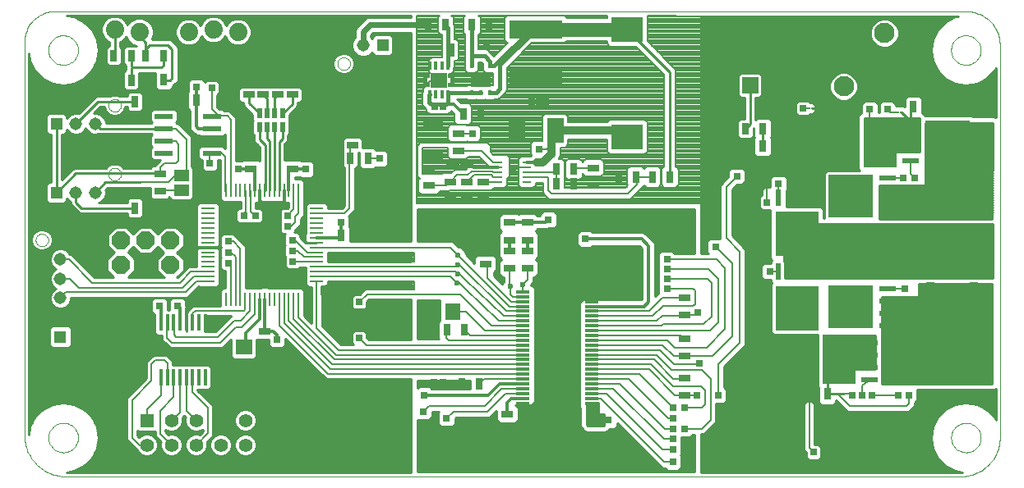
<source format=gtl>
G75*
G70*
%OFA0B0*%
%FSLAX24Y24*%
%IPPOS*%
%LPD*%
%AMOC8*
5,1,8,0,0,1.08239X$1,22.5*
%
%ADD10C,0.0000*%
%ADD11R,0.0315X0.0472*%
%ADD12C,0.0740*%
%ADD13R,0.0472X0.0315*%
%ADD14R,0.0630X0.0709*%
%ADD15R,0.0709X0.0630*%
%ADD16R,0.0197X0.0394*%
%ADD17R,0.0780X0.0220*%
%ADD18R,0.0630X0.0460*%
%ADD19C,0.0650*%
%ADD20R,0.0650X0.0650*%
%ADD21R,0.1380X0.2000*%
%ADD22R,0.0650X0.0236*%
%ADD23R,0.1811X0.1772*%
%ADD24R,0.0397X0.0397*%
%ADD25R,0.0236X0.0650*%
%ADD26R,0.1772X0.1811*%
%ADD27R,0.0140X0.0660*%
%ADD28C,0.0236*%
%ADD29R,0.0551X0.0118*%
%ADD30R,0.1370X0.1740*%
%ADD31R,0.0100X0.0100*%
%ADD32R,0.0140X0.0330*%
%ADD33R,0.0690X0.0590*%
%ADD34C,0.0300*%
%ADD35R,0.0315X0.0157*%
%ADD36R,0.0330X0.0110*%
%ADD37R,0.0140X0.0240*%
%ADD38R,0.0830X0.0630*%
%ADD39R,0.0787X0.0472*%
%ADD40R,0.0669X0.0984*%
%ADD41R,0.1260X0.1024*%
%ADD42R,0.2165X0.0728*%
%ADD43C,0.0515*%
%ADD44R,0.0515X0.0515*%
%ADD45R,0.0554X0.0554*%
%ADD46C,0.0554*%
%ADD47R,0.0827X0.0827*%
%ADD48C,0.0827*%
%ADD49R,0.0580X0.0110*%
%ADD50R,0.0110X0.0580*%
%ADD51OC8,0.0740*%
%ADD52C,0.0100*%
%ADD53R,0.0277X0.0277*%
%ADD54C,0.0120*%
%ADD55C,0.0080*%
%ADD56C,0.0160*%
%ADD57C,0.0240*%
%ADD58C,0.0320*%
%ADD59C,0.0560*%
D10*
X001820Y000150D02*
X038130Y000150D01*
X038208Y000152D01*
X038286Y000158D01*
X038363Y000167D01*
X038440Y000180D01*
X038516Y000198D01*
X038591Y000218D01*
X038665Y000243D01*
X038737Y000271D01*
X038809Y000302D01*
X038878Y000337D01*
X038946Y000376D01*
X039012Y000417D01*
X039075Y000462D01*
X039137Y000510D01*
X039196Y000561D01*
X039252Y000615D01*
X039306Y000671D01*
X039357Y000730D01*
X039405Y000792D01*
X039450Y000855D01*
X039491Y000921D01*
X039530Y000989D01*
X039565Y001058D01*
X039596Y001130D01*
X039624Y001202D01*
X039649Y001276D01*
X039669Y001351D01*
X039687Y001427D01*
X039700Y001504D01*
X039709Y001581D01*
X039715Y001659D01*
X039717Y001737D01*
X039717Y017683D01*
X039715Y017754D01*
X039710Y017826D01*
X039700Y017896D01*
X039687Y017967D01*
X039671Y018036D01*
X039650Y018104D01*
X039626Y018172D01*
X039599Y018238D01*
X039568Y018302D01*
X039534Y018365D01*
X039497Y018426D01*
X039456Y018485D01*
X039413Y018541D01*
X039367Y018596D01*
X039317Y018647D01*
X039266Y018697D01*
X039211Y018743D01*
X039155Y018786D01*
X039096Y018827D01*
X039035Y018864D01*
X038972Y018898D01*
X038908Y018929D01*
X038842Y018956D01*
X038774Y018980D01*
X038706Y019001D01*
X038637Y019017D01*
X038566Y019030D01*
X038496Y019040D01*
X038424Y019045D01*
X038353Y019047D01*
X038353Y019048D02*
X001380Y019048D01*
X001311Y019046D01*
X001242Y019040D01*
X001174Y019031D01*
X001106Y019017D01*
X001039Y019000D01*
X000974Y018979D01*
X000909Y018954D01*
X000846Y018926D01*
X000785Y018895D01*
X000726Y018859D01*
X000668Y018821D01*
X000613Y018780D01*
X000560Y018735D01*
X000510Y018688D01*
X000463Y018638D01*
X000418Y018585D01*
X000377Y018530D01*
X000339Y018472D01*
X000303Y018413D01*
X000272Y018352D01*
X000244Y018289D01*
X000219Y018224D01*
X000198Y018159D01*
X000181Y018092D01*
X000167Y018024D01*
X000158Y017956D01*
X000152Y017887D01*
X000150Y017818D01*
X000150Y001820D01*
X001125Y001725D02*
X001127Y001774D01*
X001133Y001822D01*
X001143Y001870D01*
X001157Y001917D01*
X001174Y001963D01*
X001195Y002007D01*
X001220Y002049D01*
X001248Y002089D01*
X001280Y002127D01*
X001314Y002162D01*
X001351Y002194D01*
X001390Y002223D01*
X001432Y002249D01*
X001476Y002271D01*
X001521Y002289D01*
X001568Y002304D01*
X001615Y002315D01*
X001664Y002322D01*
X001713Y002325D01*
X001762Y002324D01*
X001810Y002319D01*
X001859Y002310D01*
X001906Y002297D01*
X001952Y002280D01*
X001996Y002260D01*
X002039Y002236D01*
X002080Y002209D01*
X002118Y002178D01*
X002154Y002145D01*
X002186Y002109D01*
X002216Y002070D01*
X002243Y002029D01*
X002266Y001985D01*
X002285Y001940D01*
X002301Y001894D01*
X002313Y001847D01*
X002321Y001798D01*
X002325Y001749D01*
X002325Y001701D01*
X002321Y001652D01*
X002313Y001603D01*
X002301Y001556D01*
X002285Y001510D01*
X002266Y001465D01*
X002243Y001421D01*
X002216Y001380D01*
X002186Y001341D01*
X002154Y001305D01*
X002118Y001272D01*
X002080Y001241D01*
X002039Y001214D01*
X001996Y001190D01*
X001952Y001170D01*
X001906Y001153D01*
X001859Y001140D01*
X001810Y001131D01*
X001762Y001126D01*
X001713Y001125D01*
X001664Y001128D01*
X001615Y001135D01*
X001568Y001146D01*
X001521Y001161D01*
X001476Y001179D01*
X001432Y001201D01*
X001390Y001227D01*
X001351Y001256D01*
X001314Y001288D01*
X001280Y001323D01*
X001248Y001361D01*
X001220Y001401D01*
X001195Y001443D01*
X001174Y001487D01*
X001157Y001533D01*
X001143Y001580D01*
X001133Y001628D01*
X001127Y001676D01*
X001125Y001725D01*
X000150Y001820D02*
X000152Y001738D01*
X000158Y001656D01*
X000168Y001575D01*
X000182Y001494D01*
X000200Y001414D01*
X000222Y001335D01*
X000248Y001257D01*
X000277Y001181D01*
X000310Y001106D01*
X000347Y001033D01*
X000388Y000961D01*
X000431Y000892D01*
X000479Y000825D01*
X000529Y000761D01*
X000583Y000698D01*
X000639Y000639D01*
X000698Y000583D01*
X000761Y000529D01*
X000825Y000479D01*
X000892Y000431D01*
X000961Y000388D01*
X001033Y000347D01*
X001106Y000310D01*
X001181Y000277D01*
X001257Y000248D01*
X001335Y000222D01*
X001414Y000200D01*
X001494Y000182D01*
X001575Y000168D01*
X001656Y000158D01*
X001738Y000152D01*
X001820Y000150D01*
X000603Y009756D02*
X000605Y009787D01*
X000611Y009818D01*
X000620Y009848D01*
X000633Y009877D01*
X000650Y009904D01*
X000670Y009928D01*
X000692Y009950D01*
X000718Y009969D01*
X000745Y009985D01*
X000774Y009997D01*
X000804Y010006D01*
X000835Y010011D01*
X000867Y010012D01*
X000898Y010009D01*
X000929Y010002D01*
X000959Y009992D01*
X000987Y009978D01*
X001013Y009960D01*
X001037Y009940D01*
X001058Y009916D01*
X001077Y009891D01*
X001092Y009863D01*
X001103Y009834D01*
X001111Y009803D01*
X001115Y009772D01*
X001115Y009740D01*
X001111Y009709D01*
X001103Y009678D01*
X001092Y009649D01*
X001077Y009621D01*
X001058Y009596D01*
X001037Y009572D01*
X001013Y009552D01*
X000987Y009534D01*
X000959Y009520D01*
X000929Y009510D01*
X000898Y009503D01*
X000867Y009500D01*
X000835Y009501D01*
X000804Y009506D01*
X000774Y009515D01*
X000745Y009527D01*
X000718Y009543D01*
X000692Y009562D01*
X000670Y009584D01*
X000650Y009608D01*
X000633Y009635D01*
X000620Y009664D01*
X000611Y009694D01*
X000605Y009725D01*
X000603Y009756D01*
X003555Y012433D02*
X003557Y012464D01*
X003563Y012495D01*
X003572Y012525D01*
X003585Y012554D01*
X003602Y012581D01*
X003622Y012605D01*
X003644Y012627D01*
X003670Y012646D01*
X003697Y012662D01*
X003726Y012674D01*
X003756Y012683D01*
X003787Y012688D01*
X003819Y012689D01*
X003850Y012686D01*
X003881Y012679D01*
X003911Y012669D01*
X003939Y012655D01*
X003965Y012637D01*
X003989Y012617D01*
X004010Y012593D01*
X004029Y012568D01*
X004044Y012540D01*
X004055Y012511D01*
X004063Y012480D01*
X004067Y012449D01*
X004067Y012417D01*
X004063Y012386D01*
X004055Y012355D01*
X004044Y012326D01*
X004029Y012298D01*
X004010Y012273D01*
X003989Y012249D01*
X003965Y012229D01*
X003939Y012211D01*
X003911Y012197D01*
X003881Y012187D01*
X003850Y012180D01*
X003819Y012177D01*
X003787Y012178D01*
X003756Y012183D01*
X003726Y012192D01*
X003697Y012204D01*
X003670Y012220D01*
X003644Y012239D01*
X003622Y012261D01*
X003602Y012285D01*
X003585Y012312D01*
X003572Y012341D01*
X003563Y012371D01*
X003557Y012402D01*
X003555Y012433D01*
X003555Y015229D02*
X003557Y015260D01*
X003563Y015291D01*
X003572Y015321D01*
X003585Y015350D01*
X003602Y015377D01*
X003622Y015401D01*
X003644Y015423D01*
X003670Y015442D01*
X003697Y015458D01*
X003726Y015470D01*
X003756Y015479D01*
X003787Y015484D01*
X003819Y015485D01*
X003850Y015482D01*
X003881Y015475D01*
X003911Y015465D01*
X003939Y015451D01*
X003965Y015433D01*
X003989Y015413D01*
X004010Y015389D01*
X004029Y015364D01*
X004044Y015336D01*
X004055Y015307D01*
X004063Y015276D01*
X004067Y015245D01*
X004067Y015213D01*
X004063Y015182D01*
X004055Y015151D01*
X004044Y015122D01*
X004029Y015094D01*
X004010Y015069D01*
X003989Y015045D01*
X003965Y015025D01*
X003939Y015007D01*
X003911Y014993D01*
X003881Y014983D01*
X003850Y014976D01*
X003819Y014973D01*
X003787Y014974D01*
X003756Y014979D01*
X003726Y014988D01*
X003697Y015000D01*
X003670Y015016D01*
X003644Y015035D01*
X003622Y015057D01*
X003602Y015081D01*
X003585Y015108D01*
X003572Y015137D01*
X003563Y015167D01*
X003557Y015198D01*
X003555Y015229D01*
X001125Y017473D02*
X001127Y017522D01*
X001133Y017570D01*
X001143Y017618D01*
X001157Y017665D01*
X001174Y017711D01*
X001195Y017755D01*
X001220Y017797D01*
X001248Y017837D01*
X001280Y017875D01*
X001314Y017910D01*
X001351Y017942D01*
X001390Y017971D01*
X001432Y017997D01*
X001476Y018019D01*
X001521Y018037D01*
X001568Y018052D01*
X001615Y018063D01*
X001664Y018070D01*
X001713Y018073D01*
X001762Y018072D01*
X001810Y018067D01*
X001859Y018058D01*
X001906Y018045D01*
X001952Y018028D01*
X001996Y018008D01*
X002039Y017984D01*
X002080Y017957D01*
X002118Y017926D01*
X002154Y017893D01*
X002186Y017857D01*
X002216Y017818D01*
X002243Y017777D01*
X002266Y017733D01*
X002285Y017688D01*
X002301Y017642D01*
X002313Y017595D01*
X002321Y017546D01*
X002325Y017497D01*
X002325Y017449D01*
X002321Y017400D01*
X002313Y017351D01*
X002301Y017304D01*
X002285Y017258D01*
X002266Y017213D01*
X002243Y017169D01*
X002216Y017128D01*
X002186Y017089D01*
X002154Y017053D01*
X002118Y017020D01*
X002080Y016989D01*
X002039Y016962D01*
X001996Y016938D01*
X001952Y016918D01*
X001906Y016901D01*
X001859Y016888D01*
X001810Y016879D01*
X001762Y016874D01*
X001713Y016873D01*
X001664Y016876D01*
X001615Y016883D01*
X001568Y016894D01*
X001521Y016909D01*
X001476Y016927D01*
X001432Y016949D01*
X001390Y016975D01*
X001351Y017004D01*
X001314Y017036D01*
X001280Y017071D01*
X001248Y017109D01*
X001220Y017149D01*
X001195Y017191D01*
X001174Y017235D01*
X001157Y017281D01*
X001143Y017328D01*
X001133Y017376D01*
X001127Y017424D01*
X001125Y017473D01*
X012847Y016922D02*
X012849Y016953D01*
X012855Y016984D01*
X012864Y017014D01*
X012877Y017043D01*
X012894Y017070D01*
X012914Y017094D01*
X012936Y017116D01*
X012962Y017135D01*
X012989Y017151D01*
X013018Y017163D01*
X013048Y017172D01*
X013079Y017177D01*
X013111Y017178D01*
X013142Y017175D01*
X013173Y017168D01*
X013203Y017158D01*
X013231Y017144D01*
X013257Y017126D01*
X013281Y017106D01*
X013302Y017082D01*
X013321Y017057D01*
X013336Y017029D01*
X013347Y017000D01*
X013355Y016969D01*
X013359Y016938D01*
X013359Y016906D01*
X013355Y016875D01*
X013347Y016844D01*
X013336Y016815D01*
X013321Y016787D01*
X013302Y016762D01*
X013281Y016738D01*
X013257Y016718D01*
X013231Y016700D01*
X013203Y016686D01*
X013173Y016676D01*
X013142Y016669D01*
X013111Y016666D01*
X013079Y016667D01*
X013048Y016672D01*
X013018Y016681D01*
X012989Y016693D01*
X012962Y016709D01*
X012936Y016728D01*
X012914Y016750D01*
X012894Y016774D01*
X012877Y016801D01*
X012864Y016830D01*
X012855Y016860D01*
X012849Y016891D01*
X012847Y016922D01*
X037739Y017473D02*
X037741Y017522D01*
X037747Y017570D01*
X037757Y017618D01*
X037771Y017665D01*
X037788Y017711D01*
X037809Y017755D01*
X037834Y017797D01*
X037862Y017837D01*
X037894Y017875D01*
X037928Y017910D01*
X037965Y017942D01*
X038004Y017971D01*
X038046Y017997D01*
X038090Y018019D01*
X038135Y018037D01*
X038182Y018052D01*
X038229Y018063D01*
X038278Y018070D01*
X038327Y018073D01*
X038376Y018072D01*
X038424Y018067D01*
X038473Y018058D01*
X038520Y018045D01*
X038566Y018028D01*
X038610Y018008D01*
X038653Y017984D01*
X038694Y017957D01*
X038732Y017926D01*
X038768Y017893D01*
X038800Y017857D01*
X038830Y017818D01*
X038857Y017777D01*
X038880Y017733D01*
X038899Y017688D01*
X038915Y017642D01*
X038927Y017595D01*
X038935Y017546D01*
X038939Y017497D01*
X038939Y017449D01*
X038935Y017400D01*
X038927Y017351D01*
X038915Y017304D01*
X038899Y017258D01*
X038880Y017213D01*
X038857Y017169D01*
X038830Y017128D01*
X038800Y017089D01*
X038768Y017053D01*
X038732Y017020D01*
X038694Y016989D01*
X038653Y016962D01*
X038610Y016938D01*
X038566Y016918D01*
X038520Y016901D01*
X038473Y016888D01*
X038424Y016879D01*
X038376Y016874D01*
X038327Y016873D01*
X038278Y016876D01*
X038229Y016883D01*
X038182Y016894D01*
X038135Y016909D01*
X038090Y016927D01*
X038046Y016949D01*
X038004Y016975D01*
X037965Y017004D01*
X037928Y017036D01*
X037894Y017071D01*
X037862Y017109D01*
X037834Y017149D01*
X037809Y017191D01*
X037788Y017235D01*
X037771Y017281D01*
X037757Y017328D01*
X037747Y017376D01*
X037741Y017424D01*
X037739Y017473D01*
X037739Y001725D02*
X037741Y001774D01*
X037747Y001822D01*
X037757Y001870D01*
X037771Y001917D01*
X037788Y001963D01*
X037809Y002007D01*
X037834Y002049D01*
X037862Y002089D01*
X037894Y002127D01*
X037928Y002162D01*
X037965Y002194D01*
X038004Y002223D01*
X038046Y002249D01*
X038090Y002271D01*
X038135Y002289D01*
X038182Y002304D01*
X038229Y002315D01*
X038278Y002322D01*
X038327Y002325D01*
X038376Y002324D01*
X038424Y002319D01*
X038473Y002310D01*
X038520Y002297D01*
X038566Y002280D01*
X038610Y002260D01*
X038653Y002236D01*
X038694Y002209D01*
X038732Y002178D01*
X038768Y002145D01*
X038800Y002109D01*
X038830Y002070D01*
X038857Y002029D01*
X038880Y001985D01*
X038899Y001940D01*
X038915Y001894D01*
X038927Y001847D01*
X038935Y001798D01*
X038939Y001749D01*
X038939Y001701D01*
X038935Y001652D01*
X038927Y001603D01*
X038915Y001556D01*
X038899Y001510D01*
X038880Y001465D01*
X038857Y001421D01*
X038830Y001380D01*
X038800Y001341D01*
X038768Y001305D01*
X038732Y001272D01*
X038694Y001241D01*
X038653Y001214D01*
X038610Y001190D01*
X038566Y001170D01*
X038520Y001153D01*
X038473Y001140D01*
X038424Y001131D01*
X038376Y001126D01*
X038327Y001125D01*
X038278Y001128D01*
X038229Y001135D01*
X038182Y001146D01*
X038135Y001161D01*
X038090Y001179D01*
X038046Y001201D01*
X038004Y001227D01*
X037965Y001256D01*
X037928Y001288D01*
X037894Y001323D01*
X037862Y001361D01*
X037834Y001401D01*
X037809Y001443D01*
X037788Y001487D01*
X037771Y001533D01*
X037757Y001580D01*
X037747Y001628D01*
X037741Y001676D01*
X037739Y001725D01*
D11*
X032713Y003496D03*
X032004Y003496D03*
X018603Y003918D03*
X017894Y003918D03*
X018000Y006103D03*
X017292Y006103D03*
X013705Y009930D03*
X012996Y009930D03*
X013374Y013075D03*
X014083Y013075D03*
X017945Y014874D03*
X018654Y014874D03*
X021725Y012630D03*
X021725Y012040D03*
X022433Y012040D03*
X022433Y012630D03*
X024244Y012315D03*
X024953Y012315D03*
X025622Y012315D03*
X026331Y012315D03*
X029390Y013567D03*
X030099Y013567D03*
X030095Y014276D03*
X029386Y014276D03*
X036205Y015189D03*
X036914Y015189D03*
X019008Y018496D03*
X018300Y018496D03*
X017237Y018496D03*
X016528Y018496D03*
X007111Y015441D03*
X006402Y015441D03*
X005347Y015386D03*
X004638Y015386D03*
X004481Y016260D03*
X005099Y016268D03*
X005807Y016268D03*
X005780Y017237D03*
X005071Y017237D03*
X004481Y017237D03*
X003772Y017237D03*
X003772Y016260D03*
X004638Y011056D03*
X005347Y011056D03*
D12*
X004815Y018210D03*
X005815Y018310D03*
X006815Y018210D03*
X007815Y018310D03*
X008815Y018210D03*
X003815Y018310D03*
D13*
X009244Y016370D03*
X009835Y016370D03*
X010426Y016370D03*
X011016Y016370D03*
X011016Y015662D03*
X010426Y015662D03*
X009835Y015662D03*
X009244Y015662D03*
X009339Y013367D03*
X009339Y012658D03*
X011036Y012658D03*
X011036Y013367D03*
X013469Y013622D03*
X013469Y014331D03*
X016567Y012670D03*
X017433Y012119D03*
X018103Y012119D03*
X018772Y012119D03*
X018772Y011410D03*
X018103Y011410D03*
X017433Y011410D03*
X016567Y011961D03*
X017748Y013378D03*
X017748Y014087D03*
X023221Y012693D03*
X023221Y011985D03*
X020544Y010465D03*
X019835Y010465D03*
X019835Y009756D03*
X019835Y009323D03*
X020544Y009323D03*
X020544Y009756D03*
X018851Y009500D03*
X018851Y008792D03*
X019835Y008615D03*
X020544Y008615D03*
X026922Y007414D03*
X026922Y006705D03*
X026922Y005760D03*
X026922Y005052D03*
X026922Y004158D03*
X026922Y003449D03*
X023733Y002433D03*
X023181Y002433D03*
X023181Y001725D03*
X023733Y001725D03*
X019737Y001977D03*
X019737Y002685D03*
X009894Y005351D03*
X009894Y006059D03*
X005650Y011744D03*
X005650Y012453D03*
D14*
X015398Y010662D03*
X016500Y010662D03*
X016414Y006859D03*
X017516Y006859D03*
X026890Y010662D03*
X027993Y010662D03*
D15*
X009052Y005402D03*
X009052Y004300D03*
D16*
X009678Y014343D03*
X009993Y014343D03*
X010307Y014343D03*
X010622Y014343D03*
X010622Y014894D03*
X010307Y014894D03*
X009993Y014894D03*
X009678Y014894D03*
D17*
X007750Y014786D03*
X007750Y014286D03*
X007750Y013786D03*
X007750Y013286D03*
X005810Y013286D03*
X005810Y013786D03*
X005810Y014286D03*
X005810Y014786D03*
D18*
X006520Y012383D03*
X006520Y011783D03*
D19*
X029580Y018037D03*
D20*
X029580Y016037D03*
D21*
X033231Y013721D03*
X034861Y013721D03*
X033208Y004902D03*
X031578Y004902D03*
D22*
X034418Y005085D03*
X034418Y004585D03*
X034418Y004085D03*
X034418Y005585D03*
X035170Y006290D03*
X035170Y006790D03*
X035170Y007290D03*
X035170Y007790D03*
X035170Y010778D03*
X035170Y011278D03*
X035170Y011778D03*
X035170Y012278D03*
X036083Y012983D03*
X036083Y013483D03*
X036083Y013983D03*
X036083Y014483D03*
D23*
X037579Y013733D03*
X033674Y011528D03*
X033674Y007040D03*
X035914Y004835D03*
D24*
X035961Y004835D03*
X035461Y004835D03*
X035461Y004335D03*
X035961Y004335D03*
X036461Y004335D03*
X036461Y004835D03*
X036461Y005335D03*
X035961Y005335D03*
X035461Y005335D03*
X034126Y006540D03*
X033626Y006540D03*
X033126Y006540D03*
X033126Y007040D03*
X033126Y007540D03*
X033626Y007540D03*
X034126Y007540D03*
X034126Y007040D03*
X033626Y007040D03*
X031981Y006933D03*
X031481Y006933D03*
X030981Y006933D03*
X030981Y006433D03*
X031481Y006433D03*
X031981Y006433D03*
X031981Y007433D03*
X031481Y007433D03*
X030981Y007433D03*
X030981Y009449D03*
X031481Y009449D03*
X031981Y009449D03*
X031981Y009949D03*
X031481Y009949D03*
X030981Y009949D03*
X030981Y010449D03*
X031481Y010449D03*
X031981Y010449D03*
X033126Y011028D03*
X033126Y011528D03*
X033626Y011528D03*
X034126Y011528D03*
X034126Y011028D03*
X033626Y011028D03*
X033626Y012028D03*
X034126Y012028D03*
X033126Y012028D03*
X037126Y013233D03*
X037126Y013733D03*
X037626Y013733D03*
X038126Y013733D03*
X038126Y013233D03*
X037626Y013233D03*
X037626Y014233D03*
X038126Y014233D03*
X037126Y014233D03*
D25*
X032231Y011493D03*
X031731Y011493D03*
X031231Y011493D03*
X030731Y011493D03*
X030731Y008477D03*
X031231Y008477D03*
X031731Y008477D03*
X032231Y008477D03*
D26*
X031481Y006981D03*
X031481Y009996D03*
D27*
X007487Y006406D03*
X007227Y006406D03*
X006967Y006406D03*
X006717Y006406D03*
X006457Y006406D03*
X006207Y006406D03*
X005947Y006406D03*
X005687Y006406D03*
X005687Y004186D03*
X005947Y004186D03*
X006207Y004186D03*
X006457Y004186D03*
X006717Y004186D03*
X006967Y004186D03*
X007227Y004186D03*
X007487Y004186D03*
D28*
X017709Y008004D03*
X017717Y008378D03*
X017717Y008760D03*
X017721Y009154D03*
X019859Y007886D03*
X020355Y007957D03*
D29*
X020367Y007650D03*
X020367Y007453D03*
X020367Y007256D03*
X020367Y007059D03*
X020367Y006863D03*
X020367Y006666D03*
X020367Y006469D03*
X020367Y006272D03*
X020367Y006075D03*
X020367Y005878D03*
X020367Y005681D03*
X020367Y005485D03*
X020367Y005288D03*
X020367Y005091D03*
X020367Y004894D03*
X020367Y004697D03*
X020367Y004500D03*
X020367Y004304D03*
X020367Y004107D03*
X020367Y003910D03*
X020367Y003713D03*
X020367Y003516D03*
X020367Y003319D03*
X020367Y003122D03*
X023162Y003122D03*
X023162Y003319D03*
X023162Y003516D03*
X023162Y003713D03*
X023162Y003910D03*
X023162Y004107D03*
X023162Y004304D03*
X023162Y004500D03*
X023162Y004697D03*
X023162Y004894D03*
X023162Y005091D03*
X023162Y005288D03*
X023162Y005485D03*
X023162Y005681D03*
X023162Y005878D03*
X023162Y006075D03*
X023162Y006272D03*
X023162Y006469D03*
X023162Y006666D03*
X023162Y006863D03*
X023162Y007059D03*
X023162Y007256D03*
X023162Y007453D03*
X023162Y007650D03*
D30*
X021764Y005386D03*
D31*
X031981Y003059D03*
X031981Y002981D03*
X033378Y003496D03*
X033457Y003496D03*
X030268Y011705D03*
X030268Y011784D03*
X035607Y014953D03*
X035685Y014953D03*
X032079Y015111D03*
X032000Y015111D03*
D32*
X017341Y015672D03*
X017091Y015672D03*
X016831Y015672D03*
X016581Y015672D03*
X016581Y016832D03*
X016831Y016832D03*
X017091Y016832D03*
X017341Y016832D03*
D33*
X016961Y016252D03*
D34*
X016801Y016252D03*
X017121Y016252D03*
D35*
X017453Y016079D03*
X017453Y016426D03*
X016469Y016426D03*
X016469Y016079D03*
D36*
X019373Y012902D03*
X019373Y012712D03*
X019373Y012512D03*
X019373Y012312D03*
X019373Y012122D03*
X020533Y012122D03*
X020533Y012312D03*
X020533Y012512D03*
X020533Y012712D03*
X020533Y012902D03*
D37*
X019024Y015742D03*
X018654Y015742D03*
X018284Y015742D03*
X018284Y016842D03*
X018654Y016842D03*
X019024Y016842D03*
D38*
X018654Y016292D03*
D39*
X016725Y014481D03*
X016725Y013221D03*
D40*
X020111Y014205D03*
X021685Y014205D03*
D41*
X024599Y013949D03*
X024599Y018319D03*
D42*
X020898Y018319D03*
X020898Y016311D03*
D43*
X013890Y017670D03*
X003024Y014481D03*
X002237Y014481D03*
X002237Y011685D03*
X003024Y011685D03*
X001607Y008969D03*
X001607Y008181D03*
X001607Y007394D03*
X001607Y006607D03*
D44*
X001607Y005819D03*
X001449Y011685D03*
X001449Y014481D03*
X014678Y017670D03*
D45*
X005119Y002422D03*
D46*
X006119Y002422D03*
X007119Y002422D03*
X008119Y002422D03*
X009119Y002422D03*
X009119Y001422D03*
X008119Y001422D03*
X007119Y001422D03*
X006119Y001422D03*
X005119Y001422D03*
D47*
X033378Y018162D03*
X038674Y010957D03*
D48*
X036902Y010957D03*
X036902Y009304D03*
X038674Y009304D03*
X038674Y007650D03*
X036902Y007650D03*
X035032Y015996D03*
X033378Y015996D03*
X035032Y018162D03*
D49*
X012006Y011039D03*
X012006Y010839D03*
X012006Y010639D03*
X012006Y010449D03*
X012006Y010249D03*
X012006Y010049D03*
X012006Y009859D03*
X012006Y009659D03*
X012006Y009459D03*
X012006Y009259D03*
X012006Y009069D03*
X012006Y008869D03*
X012006Y008669D03*
X012006Y008479D03*
X012006Y008279D03*
X012006Y008079D03*
X007586Y008079D03*
X007586Y008279D03*
X007586Y008479D03*
X007586Y008669D03*
X007586Y008869D03*
X007586Y009069D03*
X007586Y009259D03*
X007586Y009459D03*
X007586Y009659D03*
X007586Y009859D03*
X007586Y010049D03*
X007586Y010249D03*
X007586Y010449D03*
X007586Y010639D03*
X007586Y010839D03*
X007586Y011039D03*
D50*
X008316Y011769D03*
X008516Y011769D03*
X008716Y011769D03*
X008906Y011769D03*
X009106Y011769D03*
X009306Y011769D03*
X009496Y011769D03*
X009696Y011769D03*
X009896Y011769D03*
X010096Y011769D03*
X010286Y011769D03*
X010486Y011769D03*
X010686Y011769D03*
X010876Y011769D03*
X011076Y011769D03*
X011276Y011769D03*
X011276Y007349D03*
X011076Y007349D03*
X010876Y007349D03*
X010686Y007349D03*
X010486Y007349D03*
X010286Y007349D03*
X010096Y007349D03*
X009896Y007349D03*
X009696Y007349D03*
X009496Y007349D03*
X009306Y007349D03*
X009106Y007349D03*
X008906Y007349D03*
X008716Y007349D03*
X008516Y007349D03*
X008316Y007349D03*
D51*
X006071Y008744D03*
X005071Y008744D03*
X004071Y008744D03*
X004071Y009744D03*
X005071Y009744D03*
X006071Y009744D03*
D52*
X006611Y009705D02*
X007126Y009705D01*
X007126Y009803D02*
X006611Y009803D01*
X006611Y009902D02*
X007126Y009902D01*
X007126Y010000D02*
X006579Y010000D01*
X006611Y009968D02*
X006295Y010284D01*
X005848Y010284D01*
X005571Y010008D01*
X005295Y010284D01*
X004848Y010284D01*
X004571Y010008D01*
X004295Y010284D01*
X003848Y010284D01*
X003531Y009968D01*
X003531Y009521D01*
X003786Y009266D01*
X003501Y008981D01*
X003501Y008508D01*
X003776Y008234D01*
X002993Y008234D01*
X002048Y009179D01*
X001982Y009179D01*
X001969Y009211D01*
X001849Y009331D01*
X001692Y009396D01*
X001522Y009396D01*
X001365Y009331D01*
X001244Y009211D01*
X001179Y009054D01*
X001179Y008884D01*
X001244Y008727D01*
X001365Y008606D01*
X001440Y008575D01*
X001365Y008544D01*
X001244Y008424D01*
X001179Y008267D01*
X001179Y008096D01*
X001244Y007939D01*
X001365Y007819D01*
X001440Y007788D01*
X001365Y007756D01*
X001244Y007636D01*
X000320Y007636D01*
X000320Y007538D02*
X001203Y007538D01*
X001179Y007479D02*
X001179Y007309D01*
X001244Y007152D01*
X001365Y007032D01*
X001522Y006967D01*
X001692Y006967D01*
X001849Y007032D01*
X001969Y007152D01*
X002034Y007309D01*
X002034Y007420D01*
X006772Y007420D01*
X006895Y007543D01*
X007216Y007864D01*
X007225Y007854D01*
X007946Y007854D01*
X008046Y007954D01*
X008046Y009385D01*
X007971Y009459D01*
X008046Y009534D01*
X008046Y011165D01*
X007946Y011264D01*
X007225Y011264D01*
X007126Y011165D01*
X007126Y009534D01*
X007200Y009459D01*
X007126Y009385D01*
X007126Y008689D01*
X006818Y008689D01*
X006695Y008566D01*
X006362Y008234D01*
X006324Y008234D01*
X006611Y008521D01*
X006611Y008968D01*
X006335Y009244D01*
X006611Y009521D01*
X006611Y009968D01*
X006481Y010099D02*
X007126Y010099D01*
X007126Y010197D02*
X006382Y010197D01*
X005760Y010197D02*
X005382Y010197D01*
X005481Y010099D02*
X005662Y010099D01*
X006611Y009606D02*
X007126Y009606D01*
X007152Y009508D02*
X006598Y009508D01*
X006499Y009409D02*
X007150Y009409D01*
X007126Y009311D02*
X006401Y009311D01*
X006367Y009212D02*
X007126Y009212D01*
X007126Y009114D02*
X006466Y009114D01*
X006564Y009015D02*
X007126Y009015D01*
X007126Y008917D02*
X006611Y008917D01*
X006611Y008818D02*
X007126Y008818D01*
X007126Y008720D02*
X006611Y008720D01*
X006611Y008621D02*
X006749Y008621D01*
X006651Y008523D02*
X006611Y008523D01*
X006552Y008424D02*
X006514Y008424D01*
X006454Y008326D02*
X006416Y008326D01*
X005818Y008234D02*
X004367Y008234D01*
X004641Y008508D01*
X004641Y008981D01*
X004356Y009266D01*
X004571Y009481D01*
X004848Y009204D01*
X005295Y009204D01*
X005571Y009481D01*
X005808Y009244D01*
X005531Y008968D01*
X005531Y008521D01*
X005818Y008234D01*
X005727Y008326D02*
X004458Y008326D01*
X004557Y008424D02*
X005628Y008424D01*
X005531Y008523D02*
X004641Y008523D01*
X004641Y008621D02*
X005531Y008621D01*
X005531Y008720D02*
X004641Y008720D01*
X004641Y008818D02*
X005531Y008818D01*
X005531Y008917D02*
X004641Y008917D01*
X004607Y009015D02*
X005578Y009015D01*
X005677Y009114D02*
X004508Y009114D01*
X004410Y009212D02*
X004840Y009212D01*
X004742Y009311D02*
X004401Y009311D01*
X004499Y009409D02*
X004643Y009409D01*
X005302Y009212D02*
X005775Y009212D01*
X005742Y009311D02*
X005401Y009311D01*
X005499Y009409D02*
X005643Y009409D01*
X004760Y010197D02*
X004382Y010197D01*
X004481Y010099D02*
X004662Y010099D01*
X003760Y010197D02*
X000320Y010197D01*
X000320Y010099D02*
X000599Y010099D01*
X000617Y010117D02*
X000498Y009998D01*
X000433Y009841D01*
X000433Y009672D01*
X000498Y009515D01*
X000617Y009395D01*
X000774Y009330D01*
X000943Y009330D01*
X001100Y009395D01*
X001220Y009515D01*
X001285Y009672D01*
X001285Y009841D01*
X001220Y009998D01*
X001100Y010117D01*
X000943Y010182D01*
X000774Y010182D01*
X000617Y010117D01*
X000500Y010000D02*
X000320Y010000D01*
X000320Y009902D02*
X000458Y009902D01*
X000433Y009803D02*
X000320Y009803D01*
X000320Y009705D02*
X000433Y009705D01*
X000460Y009606D02*
X000320Y009606D01*
X000320Y009508D02*
X000505Y009508D01*
X000604Y009409D02*
X000320Y009409D01*
X000320Y009311D02*
X001344Y009311D01*
X001245Y009212D02*
X000320Y009212D01*
X000320Y009114D02*
X001204Y009114D01*
X001179Y009015D02*
X000320Y009015D01*
X000320Y008917D02*
X001179Y008917D01*
X001206Y008818D02*
X000320Y008818D01*
X000320Y008720D02*
X001252Y008720D01*
X001350Y008621D02*
X000320Y008621D01*
X000320Y008523D02*
X001343Y008523D01*
X001245Y008424D02*
X000320Y008424D01*
X000320Y008326D02*
X001204Y008326D01*
X001179Y008227D02*
X000320Y008227D01*
X000320Y008129D02*
X001179Y008129D01*
X001207Y008030D02*
X000320Y008030D01*
X000320Y007932D02*
X001252Y007932D01*
X001351Y007833D02*
X000320Y007833D01*
X000320Y007735D02*
X001343Y007735D01*
X001244Y007636D02*
X001179Y007479D01*
X001179Y007439D02*
X000320Y007439D01*
X000320Y007341D02*
X001179Y007341D01*
X001207Y007242D02*
X000320Y007242D01*
X000320Y007144D02*
X001253Y007144D01*
X001351Y007045D02*
X000320Y007045D01*
X000320Y006947D02*
X005284Y006947D01*
X005284Y006858D02*
X005401Y006740D01*
X005417Y006740D01*
X005417Y005993D01*
X005534Y005876D01*
X005727Y005876D01*
X005727Y005693D01*
X005850Y005570D01*
X006047Y005373D01*
X008190Y005373D01*
X008313Y005496D01*
X008527Y005711D01*
X008527Y005017D01*
X008627Y004917D01*
X009476Y004917D01*
X009576Y005017D01*
X009576Y005702D01*
X010047Y005702D01*
X010047Y005480D01*
X010165Y005362D01*
X010608Y005362D01*
X010725Y005480D01*
X010725Y005747D01*
X012378Y004094D01*
X015819Y004094D01*
X015819Y000320D01*
X001852Y000320D01*
X002165Y000370D01*
X002562Y000572D01*
X002562Y000572D01*
X002878Y000887D01*
X002878Y000887D01*
X003080Y001284D01*
X003080Y001284D01*
X003150Y001725D01*
X003080Y002165D01*
X003080Y002165D01*
X002878Y002562D01*
X002878Y002562D01*
X002562Y002878D01*
X002165Y003080D01*
X001725Y003150D01*
X001725Y003150D01*
X001284Y003080D01*
X000887Y002878D01*
X000572Y002562D01*
X000370Y002165D01*
X000320Y001852D01*
X000320Y017345D01*
X000370Y017032D01*
X000572Y016635D01*
X000887Y016320D01*
X000887Y016320D01*
X001284Y016118D01*
X001284Y016118D01*
X001725Y016048D01*
X002165Y016118D01*
X002562Y016320D01*
X002562Y016320D01*
X002878Y016635D01*
X002878Y016635D01*
X003080Y017032D01*
X003080Y017032D01*
X003150Y017473D01*
X003080Y017913D01*
X003080Y017913D01*
X002878Y018310D01*
X002878Y018310D01*
X002878Y018310D01*
X002562Y018626D01*
X002165Y018828D01*
X001852Y018878D01*
X015819Y018878D01*
X015819Y018816D01*
X014102Y018816D01*
X013984Y018768D01*
X013709Y018492D01*
X013619Y018402D01*
X013570Y018285D01*
X013570Y017997D01*
X013502Y017929D01*
X013433Y017761D01*
X013433Y017579D01*
X013502Y017411D01*
X013631Y017282D01*
X013799Y017212D01*
X013981Y017212D01*
X014149Y017282D01*
X014250Y017383D01*
X014250Y017342D01*
X014350Y017242D01*
X015005Y017242D01*
X015105Y017342D01*
X015105Y017998D01*
X015005Y018097D01*
X014350Y018097D01*
X014250Y017998D01*
X014250Y017957D01*
X014210Y017997D01*
X014210Y018088D01*
X014298Y018176D01*
X015819Y018176D01*
X014297Y018176D01*
X014330Y018077D02*
X014210Y018077D01*
X014228Y017979D02*
X014250Y017979D01*
X013607Y018373D02*
X009333Y018373D01*
X009355Y018318D02*
X009273Y018516D01*
X009121Y018668D01*
X013885Y018668D01*
X013983Y018767D02*
X008123Y018767D01*
X008121Y018768D02*
X007923Y018850D01*
X007708Y018850D01*
X007509Y018768D01*
X007358Y018616D01*
X007295Y018464D01*
X007273Y018516D01*
X007121Y018668D01*
X007409Y018668D01*
X007338Y018570D02*
X007220Y018570D01*
X007292Y018471D02*
X007297Y018471D01*
X007121Y018668D02*
X006923Y018750D01*
X006708Y018750D01*
X006509Y018668D01*
X006358Y018516D01*
X006275Y018318D01*
X006275Y018103D01*
X006358Y017904D01*
X006509Y017752D01*
X006708Y017670D01*
X006923Y017670D01*
X007121Y017752D01*
X007273Y017904D01*
X007336Y018056D01*
X007358Y018004D01*
X007509Y017852D01*
X007708Y017770D01*
X007923Y017770D01*
X008121Y017852D01*
X008273Y018004D01*
X008295Y018056D01*
X008358Y017904D01*
X008509Y017752D01*
X008708Y017670D01*
X008923Y017670D01*
X009121Y017752D01*
X009273Y017904D01*
X009355Y018103D01*
X009355Y018318D01*
X009355Y018274D02*
X013570Y018274D01*
X013570Y018176D02*
X009355Y018176D01*
X009345Y018077D02*
X013570Y018077D01*
X013552Y017979D02*
X009304Y017979D01*
X009249Y017880D02*
X013482Y017880D01*
X013441Y017782D02*
X009150Y017782D01*
X008954Y017683D02*
X013433Y017683D01*
X013433Y017585D02*
X006375Y017585D01*
X006384Y017562D02*
X006346Y017654D01*
X006118Y017882D01*
X006026Y017920D01*
X005312Y017920D01*
X005385Y018097D01*
X005385Y018324D01*
X005299Y018533D01*
X005138Y018693D01*
X004929Y018780D01*
X004702Y018780D01*
X004492Y018693D01*
X004332Y018533D01*
X004320Y018503D01*
X004273Y018616D01*
X004121Y018768D01*
X003923Y018850D01*
X003708Y018850D01*
X003509Y018768D01*
X003358Y018616D01*
X003275Y018418D01*
X003275Y018203D01*
X003358Y018004D01*
X003509Y017852D01*
X003595Y017817D01*
X003595Y017643D01*
X003544Y017643D01*
X003445Y017543D01*
X003445Y016930D01*
X003544Y016830D01*
X004000Y016830D01*
X004100Y016930D01*
X004100Y017543D01*
X004035Y017607D01*
X004035Y017817D01*
X004121Y017852D01*
X004273Y018004D01*
X004278Y018017D01*
X004332Y017887D01*
X004492Y017727D01*
X004696Y017643D01*
X004253Y017643D01*
X004153Y017543D01*
X004153Y016930D01*
X004253Y016830D01*
X004261Y016830D01*
X004261Y016666D01*
X004253Y016666D01*
X004153Y016567D01*
X004153Y015954D01*
X004253Y015854D01*
X004709Y015854D01*
X004808Y015954D01*
X004808Y016544D01*
X005450Y016544D01*
X005450Y015949D01*
X005567Y015832D01*
X006048Y015832D01*
X006165Y015949D01*
X006165Y016027D01*
X006197Y016040D01*
X006267Y016111D01*
X006346Y016189D01*
X006384Y016281D01*
X006384Y017562D01*
X006384Y017486D02*
X013471Y017486D01*
X013525Y017388D02*
X006384Y017388D01*
X006384Y017289D02*
X012877Y017289D01*
X012861Y017283D02*
X012742Y017163D01*
X012677Y017006D01*
X012677Y016837D01*
X012742Y016680D01*
X012861Y016561D01*
X013018Y016496D01*
X013187Y016496D01*
X013344Y016561D01*
X013464Y016680D01*
X013529Y016837D01*
X013529Y017006D01*
X013464Y017163D01*
X013344Y017283D01*
X013187Y017348D01*
X013018Y017348D01*
X012861Y017283D01*
X012769Y017191D02*
X006384Y017191D01*
X006384Y017092D02*
X012712Y017092D01*
X012677Y016994D02*
X006384Y016994D01*
X006384Y016895D02*
X012677Y016895D01*
X012694Y016797D02*
X006384Y016797D01*
X006384Y016698D02*
X012734Y016698D01*
X012823Y016600D02*
X006384Y016600D01*
X006384Y016501D02*
X013005Y016501D01*
X013200Y016501D02*
X015819Y016501D01*
X015819Y016403D02*
X006384Y016403D01*
X006384Y016304D02*
X006885Y016304D01*
X006897Y016316D02*
X006780Y016198D01*
X006780Y015787D01*
X006753Y015760D01*
X006753Y015122D01*
X006851Y015025D01*
X006851Y014319D01*
X006890Y014223D01*
X006977Y014137D01*
X007050Y014063D01*
X007146Y014024D01*
X007229Y014024D01*
X007277Y013976D01*
X008223Y013976D01*
X008306Y014059D01*
X008306Y013470D01*
X008210Y013566D01*
X007290Y013566D01*
X007190Y013466D01*
X007190Y013105D01*
X007290Y013006D01*
X007361Y013006D01*
X007361Y012657D01*
X007461Y012558D01*
X007879Y012558D01*
X007978Y012657D01*
X007978Y013006D01*
X008087Y013006D01*
X008087Y011663D01*
X008091Y011659D01*
X008091Y011409D01*
X008190Y011309D01*
X008916Y011309D01*
X008916Y011049D01*
X008838Y011049D01*
X008739Y010950D01*
X008739Y010531D01*
X008838Y010432D01*
X009257Y010432D01*
X009284Y010459D01*
X009311Y010432D01*
X009729Y010432D01*
X009829Y010531D01*
X009829Y010950D01*
X009729Y011049D01*
X009533Y011049D01*
X009533Y011279D01*
X009634Y011279D01*
X009717Y011363D01*
X009770Y011309D01*
X010611Y011309D01*
X010659Y011358D01*
X010738Y011279D01*
X010866Y011279D01*
X010866Y011084D01*
X010831Y011049D01*
X010610Y011049D01*
X010511Y010950D01*
X010511Y010531D01*
X010518Y010524D01*
X010511Y010517D01*
X010511Y010098D01*
X010610Y009999D01*
X010741Y009999D01*
X010707Y009965D01*
X010707Y009547D01*
X010715Y009540D01*
X010707Y009532D01*
X010707Y009114D01*
X010727Y009095D01*
X010711Y009080D01*
X010711Y008661D01*
X010811Y008562D01*
X011229Y008562D01*
X011328Y008660D01*
X011546Y008660D01*
X011546Y007954D01*
X011645Y007854D01*
X011798Y007854D01*
X011798Y006377D01*
X011486Y006690D01*
X011486Y006974D01*
X011501Y006989D01*
X011501Y007710D01*
X011401Y007809D01*
X010064Y007809D01*
X010034Y007839D01*
X009758Y007839D01*
X009728Y007809D01*
X009116Y007809D01*
X009116Y009513D01*
X008825Y009804D01*
X008726Y009902D01*
X008726Y009926D01*
X008627Y010026D01*
X008209Y010026D01*
X008109Y009926D01*
X008109Y009508D01*
X008136Y009481D01*
X008109Y009454D01*
X008109Y009035D01*
X008116Y009028D01*
X008109Y009021D01*
X008109Y008602D01*
X008209Y008503D01*
X008306Y008503D01*
X008306Y007809D01*
X008190Y007809D01*
X008091Y007710D01*
X008091Y007092D01*
X006992Y007092D01*
X006874Y006974D01*
X006751Y006851D01*
X006751Y006830D01*
X006727Y006806D01*
X006727Y006029D01*
X006727Y006819D01*
X006717Y006829D01*
X006717Y006970D01*
X006721Y006982D01*
X006717Y007021D01*
X006717Y007060D01*
X006712Y007072D01*
X006711Y007085D01*
X006709Y007088D01*
X006709Y007301D01*
X006592Y007418D01*
X006149Y007418D01*
X006032Y007301D01*
X006032Y006906D01*
X005961Y006906D01*
X005961Y007301D01*
X005844Y007418D01*
X005401Y007418D01*
X005284Y007301D01*
X005284Y006858D01*
X005293Y006848D02*
X000320Y006848D01*
X000320Y006750D02*
X005392Y006750D01*
X005417Y006651D02*
X000320Y006651D01*
X000320Y006553D02*
X005417Y006553D01*
X005417Y006454D02*
X000320Y006454D01*
X000320Y006356D02*
X005417Y006356D01*
X005417Y006257D02*
X001967Y006257D01*
X001947Y006277D02*
X002064Y006160D01*
X002064Y005479D01*
X001947Y005362D01*
X001266Y005362D01*
X001149Y005479D01*
X001149Y006160D01*
X001266Y006277D01*
X001947Y006277D01*
X002064Y006159D02*
X005417Y006159D01*
X005417Y006060D02*
X002064Y006060D01*
X002064Y005962D02*
X005448Y005962D01*
X005727Y005863D02*
X002064Y005863D01*
X002064Y005765D02*
X005727Y005765D01*
X005754Y005666D02*
X002064Y005666D01*
X002064Y005568D02*
X005853Y005568D01*
X005951Y005469D02*
X002054Y005469D01*
X001956Y005371D02*
X008527Y005371D01*
X008527Y005469D02*
X008286Y005469D01*
X008313Y005496D02*
X008313Y005496D01*
X008384Y005568D02*
X008527Y005568D01*
X008527Y005666D02*
X008483Y005666D01*
X008527Y005272D02*
X000320Y005272D01*
X000320Y005174D02*
X008527Y005174D01*
X008527Y005075D02*
X005916Y005075D01*
X005906Y005084D02*
X005378Y005084D01*
X005097Y004804D01*
X005097Y004135D01*
X004433Y003470D01*
X004310Y003347D01*
X004310Y001638D01*
X004625Y001323D01*
X004711Y001237D01*
X004739Y001168D01*
X004865Y001043D01*
X005030Y000974D01*
X005207Y000974D01*
X005372Y001043D01*
X005498Y001168D01*
X005566Y001333D01*
X005566Y001511D01*
X005498Y001675D01*
X005372Y001801D01*
X005207Y001869D01*
X005030Y001869D01*
X004865Y001801D01*
X004803Y001739D01*
X004730Y001812D01*
X004730Y002015D01*
X004771Y001974D01*
X005452Y001974D01*
X005452Y001791D01*
X005689Y001554D01*
X005671Y001511D01*
X005671Y001333D01*
X005739Y001168D01*
X005865Y001043D01*
X006030Y000974D01*
X006207Y000974D01*
X006372Y001043D01*
X006498Y001168D01*
X006566Y001333D01*
X006566Y001511D01*
X006498Y001675D01*
X006372Y001801D01*
X006207Y001869D01*
X006030Y001869D01*
X005986Y001851D01*
X005872Y001965D01*
X005872Y002040D01*
X006030Y001974D01*
X006207Y001974D01*
X006372Y002043D01*
X006498Y002168D01*
X006566Y002333D01*
X006566Y002511D01*
X006548Y002554D01*
X006619Y002625D01*
X006689Y002554D01*
X006671Y002511D01*
X006671Y002333D01*
X006739Y002168D01*
X006865Y002043D01*
X007030Y001974D01*
X007207Y001974D01*
X007372Y002043D01*
X007381Y002052D01*
X007381Y001981D01*
X007251Y001851D01*
X007207Y001869D01*
X007030Y001869D01*
X006865Y001801D01*
X006739Y001675D01*
X006671Y001511D01*
X006671Y001333D01*
X006739Y001168D01*
X006865Y001043D01*
X007030Y000974D01*
X007207Y000974D01*
X007372Y001043D01*
X007498Y001168D01*
X007566Y001333D01*
X007566Y001511D01*
X007548Y001554D01*
X007801Y001807D01*
X007801Y003032D01*
X007678Y003155D01*
X007177Y003656D01*
X007177Y003686D01*
X007627Y003686D01*
X007727Y003785D01*
X007727Y004586D01*
X007627Y004686D01*
X006157Y004686D01*
X006157Y004834D01*
X006029Y004961D01*
X005906Y005084D01*
X006014Y004977D02*
X008567Y004977D01*
X007727Y004583D02*
X011889Y004583D01*
X011791Y004681D02*
X007632Y004681D01*
X007727Y004484D02*
X011988Y004484D01*
X012086Y004386D02*
X007727Y004386D01*
X007727Y004287D02*
X012185Y004287D01*
X012283Y004189D02*
X007727Y004189D01*
X007727Y004090D02*
X015819Y004090D01*
X015819Y003992D02*
X007727Y003992D01*
X007727Y003893D02*
X015819Y003893D01*
X015819Y003795D02*
X007727Y003795D01*
X007638Y003696D02*
X015819Y003696D01*
X015819Y003598D02*
X007236Y003598D01*
X007334Y003499D02*
X015819Y003499D01*
X015819Y003401D02*
X007433Y003401D01*
X007531Y003302D02*
X015819Y003302D01*
X015819Y003204D02*
X007630Y003204D01*
X007728Y003105D02*
X015819Y003105D01*
X015819Y003007D02*
X007801Y003007D01*
X007801Y002908D02*
X015819Y002908D01*
X015819Y002810D02*
X009351Y002810D01*
X009372Y002801D02*
X009207Y002869D01*
X009030Y002869D01*
X008865Y002801D01*
X008739Y002675D01*
X008671Y002511D01*
X008671Y002333D01*
X008739Y002168D01*
X008865Y002043D01*
X009030Y001974D01*
X009207Y001974D01*
X009372Y002043D01*
X009498Y002168D01*
X009566Y002333D01*
X009566Y002511D01*
X009498Y002675D01*
X009372Y002801D01*
X009462Y002711D02*
X015819Y002711D01*
X015819Y002613D02*
X009523Y002613D01*
X009564Y002514D02*
X015819Y002514D01*
X015819Y002416D02*
X009566Y002416D01*
X009559Y002317D02*
X015819Y002317D01*
X015819Y002219D02*
X009518Y002219D01*
X009449Y002120D02*
X015819Y002120D01*
X015819Y002022D02*
X009321Y002022D01*
X009207Y001869D02*
X009030Y001869D01*
X008865Y001801D01*
X008739Y001675D01*
X008671Y001511D01*
X008671Y001333D01*
X008739Y001168D01*
X008865Y001043D01*
X009030Y000974D01*
X009207Y000974D01*
X009372Y001043D01*
X009498Y001168D01*
X009566Y001333D01*
X009566Y001511D01*
X009498Y001675D01*
X009372Y001801D01*
X009207Y001869D01*
X009314Y001825D02*
X015819Y001825D01*
X015819Y001923D02*
X007801Y001923D01*
X007801Y001825D02*
X007923Y001825D01*
X007865Y001801D02*
X007739Y001675D01*
X007671Y001511D01*
X007671Y001333D01*
X007739Y001168D01*
X007865Y001043D01*
X008030Y000974D01*
X008207Y000974D01*
X008372Y001043D01*
X008498Y001168D01*
X008566Y001333D01*
X008566Y001511D01*
X008498Y001675D01*
X008372Y001801D01*
X008207Y001869D01*
X008030Y001869D01*
X007865Y001801D01*
X007790Y001726D02*
X007720Y001726D01*
X007720Y001628D02*
X007621Y001628D01*
X007679Y001529D02*
X007558Y001529D01*
X007566Y001431D02*
X007671Y001431D01*
X007672Y001332D02*
X007565Y001332D01*
X007525Y001234D02*
X007712Y001234D01*
X007773Y001135D02*
X007464Y001135D01*
X007357Y001037D02*
X007880Y001037D01*
X008357Y001037D02*
X008880Y001037D01*
X008773Y001135D02*
X008464Y001135D01*
X008525Y001234D02*
X008712Y001234D01*
X008672Y001332D02*
X008565Y001332D01*
X008566Y001431D02*
X008671Y001431D01*
X008679Y001529D02*
X008558Y001529D01*
X008517Y001628D02*
X008720Y001628D01*
X008790Y001726D02*
X008447Y001726D01*
X008314Y001825D02*
X008923Y001825D01*
X008916Y002022D02*
X007801Y002022D01*
X007801Y002120D02*
X008788Y002120D01*
X008719Y002219D02*
X007801Y002219D01*
X007801Y002317D02*
X008678Y002317D01*
X008671Y002416D02*
X007801Y002416D01*
X007801Y002514D02*
X008673Y002514D01*
X008714Y002613D02*
X007801Y002613D01*
X007801Y002711D02*
X008775Y002711D01*
X008886Y002810D02*
X007801Y002810D01*
X007381Y002022D02*
X007321Y002022D01*
X007323Y001923D02*
X005914Y001923D01*
X005916Y002022D02*
X005872Y002022D01*
X005452Y001923D02*
X004730Y001923D01*
X004730Y001825D02*
X004923Y001825D01*
X005314Y001825D02*
X005452Y001825D01*
X005447Y001726D02*
X005517Y001726D01*
X005517Y001628D02*
X005616Y001628D01*
X005558Y001529D02*
X005679Y001529D01*
X005671Y001431D02*
X005566Y001431D01*
X005565Y001332D02*
X005672Y001332D01*
X005712Y001234D02*
X005525Y001234D01*
X005464Y001135D02*
X005773Y001135D01*
X005880Y001037D02*
X005357Y001037D01*
X004880Y001037D02*
X002954Y001037D01*
X003004Y001135D02*
X004773Y001135D01*
X004712Y001234D02*
X003054Y001234D01*
X003088Y001332D02*
X004616Y001332D01*
X004517Y001431D02*
X003103Y001431D01*
X003119Y001529D02*
X004419Y001529D01*
X004320Y001628D02*
X003134Y001628D01*
X003150Y001726D02*
X004310Y001726D01*
X004310Y001825D02*
X003134Y001825D01*
X003118Y001923D02*
X004310Y001923D01*
X004310Y002022D02*
X003103Y002022D01*
X003087Y002120D02*
X004310Y002120D01*
X004310Y002219D02*
X003053Y002219D01*
X003003Y002317D02*
X004310Y002317D01*
X004310Y002416D02*
X002952Y002416D01*
X002902Y002514D02*
X004310Y002514D01*
X004310Y002613D02*
X002828Y002613D01*
X002729Y002711D02*
X004310Y002711D01*
X004310Y002810D02*
X002631Y002810D01*
X002562Y002878D02*
X002562Y002878D01*
X002503Y002908D02*
X004310Y002908D01*
X004310Y003007D02*
X002310Y003007D01*
X002165Y003080D02*
X002165Y003080D01*
X002008Y003105D02*
X004310Y003105D01*
X004310Y003204D02*
X000320Y003204D01*
X000320Y003302D02*
X004310Y003302D01*
X004363Y003401D02*
X000320Y003401D01*
X000320Y003499D02*
X004462Y003499D01*
X004433Y003470D02*
X004433Y003470D01*
X004560Y003598D02*
X000320Y003598D01*
X000320Y003696D02*
X004659Y003696D01*
X004757Y003795D02*
X000320Y003795D01*
X000320Y003893D02*
X004856Y003893D01*
X004954Y003992D02*
X000320Y003992D01*
X000320Y004090D02*
X005053Y004090D01*
X005097Y004189D02*
X000320Y004189D01*
X000320Y004287D02*
X005097Y004287D01*
X005097Y004386D02*
X000320Y004386D01*
X000320Y004484D02*
X005097Y004484D01*
X005097Y004583D02*
X000320Y004583D01*
X000320Y004681D02*
X005097Y004681D01*
X005097Y004780D02*
X000320Y004780D01*
X000320Y004878D02*
X005172Y004878D01*
X005270Y004977D02*
X000320Y004977D01*
X000320Y005075D02*
X005369Y005075D01*
X006113Y004878D02*
X011594Y004878D01*
X011692Y004780D02*
X006157Y004780D01*
X006727Y006029D02*
X006727Y006029D01*
X006727Y006060D02*
X006727Y006060D01*
X006727Y006159D02*
X006727Y006159D01*
X006727Y006257D02*
X006727Y006257D01*
X006727Y006356D02*
X006727Y006356D01*
X006727Y006454D02*
X006727Y006454D01*
X006727Y006553D02*
X006727Y006553D01*
X006727Y006651D02*
X006727Y006651D01*
X006727Y006750D02*
X006727Y006750D01*
X006717Y006848D02*
X006751Y006848D01*
X006717Y006947D02*
X006846Y006947D01*
X006945Y007045D02*
X006717Y007045D01*
X006709Y007144D02*
X008091Y007144D01*
X008091Y007242D02*
X006709Y007242D01*
X006669Y007341D02*
X008091Y007341D01*
X008091Y007439D02*
X006791Y007439D01*
X006890Y007538D02*
X008091Y007538D01*
X008091Y007636D02*
X006988Y007636D01*
X007087Y007735D02*
X008115Y007735D01*
X008306Y007833D02*
X007185Y007833D01*
X006072Y007341D02*
X005921Y007341D01*
X005961Y007242D02*
X006032Y007242D01*
X006032Y007144D02*
X005961Y007144D01*
X005961Y007045D02*
X006032Y007045D01*
X006032Y006947D02*
X005961Y006947D01*
X005284Y007045D02*
X001862Y007045D01*
X001961Y007144D02*
X005284Y007144D01*
X005284Y007242D02*
X002006Y007242D01*
X002034Y007341D02*
X005324Y007341D01*
X003684Y008326D02*
X002901Y008326D01*
X002803Y008424D02*
X003586Y008424D01*
X003501Y008523D02*
X002704Y008523D01*
X002606Y008621D02*
X003501Y008621D01*
X003501Y008720D02*
X002507Y008720D01*
X002409Y008818D02*
X003501Y008818D01*
X003501Y008917D02*
X002310Y008917D01*
X002212Y009015D02*
X003536Y009015D01*
X003634Y009114D02*
X002113Y009114D01*
X001968Y009212D02*
X003733Y009212D01*
X003742Y009311D02*
X001870Y009311D01*
X001212Y009508D02*
X003545Y009508D01*
X003531Y009606D02*
X001257Y009606D01*
X001285Y009705D02*
X003531Y009705D01*
X003531Y009803D02*
X001285Y009803D01*
X001260Y009902D02*
X003531Y009902D01*
X003563Y010000D02*
X001217Y010000D01*
X001119Y010099D02*
X003662Y010099D01*
X003643Y009409D02*
X001114Y009409D01*
X000320Y010296D02*
X007126Y010296D01*
X007126Y010394D02*
X000320Y010394D01*
X000320Y010493D02*
X007126Y010493D01*
X007126Y010591D02*
X000320Y010591D01*
X000320Y010690D02*
X004370Y010690D01*
X004410Y010649D02*
X004311Y010749D01*
X004311Y010836D01*
X002382Y010836D01*
X002253Y010964D01*
X002017Y011201D01*
X002017Y011314D01*
X001994Y011323D01*
X001877Y011441D01*
X001877Y011358D01*
X001777Y011258D01*
X001121Y011258D01*
X001022Y011358D01*
X001022Y012013D01*
X001121Y012113D01*
X001229Y012113D01*
X001229Y014053D01*
X001121Y014053D01*
X001022Y014153D01*
X001022Y014809D01*
X001121Y014908D01*
X001777Y014908D01*
X001877Y014809D01*
X001877Y014725D01*
X001994Y014843D01*
X002152Y014908D01*
X002322Y014908D01*
X002344Y014899D01*
X003051Y015606D01*
X003610Y015606D01*
X003727Y015655D01*
X003896Y015655D01*
X004013Y015606D01*
X004311Y015606D01*
X004311Y015693D01*
X004410Y015792D01*
X004866Y015792D01*
X004966Y015693D01*
X004966Y015080D01*
X004866Y014980D01*
X004410Y014980D01*
X004311Y015080D01*
X004311Y015166D01*
X004237Y015166D01*
X004237Y015144D01*
X004172Y014987D01*
X004053Y014868D01*
X003896Y014803D01*
X003727Y014803D01*
X003570Y014868D01*
X003450Y014987D01*
X003386Y015144D01*
X003386Y015166D01*
X003233Y015166D01*
X002975Y014908D01*
X003109Y014908D01*
X003266Y014843D01*
X003386Y014723D01*
X003451Y014566D01*
X003451Y014506D01*
X005290Y014506D01*
X005320Y014536D01*
X005250Y014605D01*
X005250Y014966D01*
X005350Y015066D01*
X006270Y015066D01*
X006370Y014966D01*
X006370Y014605D01*
X006300Y014536D01*
X006340Y014496D01*
X006377Y014496D01*
X006812Y014061D01*
X006935Y013938D01*
X006935Y012754D01*
X007005Y012683D01*
X007005Y011483D01*
X006905Y011383D01*
X006135Y011383D01*
X006035Y011483D01*
X006035Y011495D01*
X005957Y011417D01*
X005343Y011417D01*
X005244Y011517D01*
X005244Y011889D01*
X004956Y011889D01*
X004946Y011879D01*
X003529Y011879D01*
X003442Y011793D01*
X003451Y011770D01*
X003451Y011600D01*
X003386Y011443D01*
X003266Y011323D01*
X003151Y011276D01*
X004311Y011276D01*
X004311Y011362D01*
X004410Y011462D01*
X004866Y011462D01*
X004966Y011362D01*
X004966Y010749D01*
X004866Y010649D01*
X004410Y010649D01*
X004311Y010788D02*
X000320Y010788D01*
X000320Y010887D02*
X002331Y010887D01*
X002232Y010985D02*
X000320Y010985D01*
X000320Y011084D02*
X002134Y011084D01*
X002035Y011182D02*
X000320Y011182D01*
X000320Y011281D02*
X001099Y011281D01*
X001022Y011379D02*
X000320Y011379D01*
X000320Y011478D02*
X001022Y011478D01*
X001022Y011576D02*
X000320Y011576D01*
X000320Y011675D02*
X001022Y011675D01*
X001022Y011773D02*
X000320Y011773D01*
X000320Y011872D02*
X001022Y011872D01*
X001022Y011970D02*
X000320Y011970D01*
X000320Y012069D02*
X001077Y012069D01*
X001229Y012167D02*
X000320Y012167D01*
X000320Y012266D02*
X001229Y012266D01*
X001229Y012364D02*
X000320Y012364D01*
X000320Y012463D02*
X001229Y012463D01*
X001229Y012561D02*
X000320Y012561D01*
X000320Y012660D02*
X001229Y012660D01*
X001229Y012758D02*
X000320Y012758D01*
X000320Y012857D02*
X001229Y012857D01*
X001229Y012955D02*
X000320Y012955D01*
X000320Y013054D02*
X001229Y013054D01*
X001229Y013152D02*
X000320Y013152D01*
X000320Y013251D02*
X001229Y013251D01*
X001229Y013349D02*
X000320Y013349D01*
X000320Y013448D02*
X001229Y013448D01*
X001229Y013546D02*
X000320Y013546D01*
X000320Y013645D02*
X001229Y013645D01*
X001229Y013743D02*
X000320Y013743D01*
X000320Y013842D02*
X001229Y013842D01*
X001229Y013940D02*
X000320Y013940D01*
X000320Y014039D02*
X001229Y014039D01*
X001038Y014137D02*
X000320Y014137D01*
X000320Y014236D02*
X001022Y014236D01*
X001022Y014334D02*
X000320Y014334D01*
X000320Y014433D02*
X001022Y014433D01*
X001022Y014531D02*
X000320Y014531D01*
X000320Y014630D02*
X001022Y014630D01*
X001022Y014728D02*
X000320Y014728D01*
X000320Y014827D02*
X001040Y014827D01*
X001449Y014481D02*
X001449Y011685D01*
X002237Y012473D01*
X005630Y012473D01*
X005452Y012781D02*
X005343Y012781D01*
X005256Y012693D01*
X004154Y012693D01*
X004053Y012795D01*
X003896Y012859D01*
X003727Y012859D01*
X003570Y012795D01*
X003468Y012693D01*
X002145Y012693D01*
X001669Y012217D01*
X001669Y014053D01*
X001777Y014053D01*
X001877Y014153D01*
X001877Y014236D01*
X001994Y014118D01*
X002152Y014053D01*
X002322Y014053D01*
X002479Y014118D01*
X002599Y014239D01*
X002630Y014314D01*
X002662Y014239D01*
X002782Y014118D01*
X002939Y014053D01*
X003109Y014053D01*
X003139Y014066D01*
X005290Y014066D01*
X005320Y014036D01*
X005250Y013966D01*
X005250Y013605D01*
X005320Y013536D01*
X005250Y013466D01*
X005250Y013105D01*
X005350Y013006D01*
X005662Y013006D01*
X005575Y012919D01*
X005452Y012796D01*
X005452Y012781D01*
X005512Y012857D02*
X003903Y012857D01*
X003720Y012857D02*
X001669Y012857D01*
X001669Y012955D02*
X005611Y012955D01*
X005302Y013054D02*
X001669Y013054D01*
X001669Y013152D02*
X005250Y013152D01*
X005250Y013251D02*
X001669Y013251D01*
X001669Y013349D02*
X005250Y013349D01*
X005250Y013448D02*
X001669Y013448D01*
X001669Y013546D02*
X005309Y013546D01*
X005250Y013645D02*
X001669Y013645D01*
X001669Y013743D02*
X005250Y013743D01*
X005250Y013842D02*
X001669Y013842D01*
X001669Y013940D02*
X005250Y013940D01*
X005317Y014039D02*
X001669Y014039D01*
X001861Y014137D02*
X001976Y014137D01*
X001877Y014236D02*
X001877Y014236D01*
X002237Y014481D02*
X003142Y015386D01*
X004638Y015386D01*
X004966Y015418D02*
X006753Y015418D01*
X006753Y015516D02*
X004966Y015516D01*
X004966Y015615D02*
X006753Y015615D01*
X006753Y015713D02*
X004945Y015713D01*
X004765Y015910D02*
X005489Y015910D01*
X005450Y016009D02*
X004808Y016009D01*
X004808Y016107D02*
X005450Y016107D01*
X005450Y016206D02*
X004808Y016206D01*
X004808Y016304D02*
X005450Y016304D01*
X005450Y016403D02*
X004808Y016403D01*
X004808Y016501D02*
X005450Y016501D01*
X005701Y016764D02*
X004520Y016764D01*
X004481Y016725D01*
X004481Y016260D01*
X004153Y016304D02*
X002531Y016304D01*
X002645Y016403D02*
X004153Y016403D01*
X004153Y016501D02*
X002743Y016501D01*
X002842Y016600D02*
X004186Y016600D01*
X004261Y016698D02*
X002910Y016698D01*
X002960Y016797D02*
X004261Y016797D01*
X004188Y016895D02*
X004065Y016895D01*
X004100Y016994D02*
X004153Y016994D01*
X004153Y017092D02*
X004100Y017092D01*
X004100Y017191D02*
X004153Y017191D01*
X004153Y017289D02*
X004100Y017289D01*
X004100Y017388D02*
X004153Y017388D01*
X004153Y017486D02*
X004100Y017486D01*
X004058Y017585D02*
X004195Y017585D01*
X004035Y017683D02*
X004599Y017683D01*
X004438Y017782D02*
X004035Y017782D01*
X004149Y017880D02*
X004339Y017880D01*
X004294Y017979D02*
X004247Y017979D01*
X003815Y018310D02*
X003815Y017280D01*
X003772Y017237D01*
X003445Y017191D02*
X003105Y017191D01*
X003121Y017289D02*
X003445Y017289D01*
X003445Y017388D02*
X003136Y017388D01*
X003148Y017486D02*
X003445Y017486D01*
X003486Y017585D02*
X003132Y017585D01*
X003117Y017683D02*
X003595Y017683D01*
X003595Y017782D02*
X003101Y017782D01*
X003085Y017880D02*
X003482Y017880D01*
X003383Y017979D02*
X003047Y017979D01*
X002997Y018077D02*
X003327Y018077D01*
X003287Y018176D02*
X002946Y018176D01*
X002896Y018274D02*
X003275Y018274D01*
X003275Y018373D02*
X002816Y018373D01*
X002717Y018471D02*
X003297Y018471D01*
X003338Y018570D02*
X002619Y018570D01*
X002562Y018626D02*
X002562Y018626D01*
X002479Y018668D02*
X003409Y018668D01*
X003508Y018767D02*
X002286Y018767D01*
X002165Y018828D02*
X002165Y018828D01*
X001932Y018865D02*
X015819Y018865D01*
X015819Y018176D02*
X015819Y009699D01*
X013354Y009699D01*
X013354Y010249D01*
X013323Y010279D01*
X013323Y010687D01*
X013295Y010715D01*
X013426Y010846D01*
X013549Y010969D01*
X013549Y012669D01*
X013602Y012669D01*
X013702Y012769D01*
X013702Y013295D01*
X013726Y013295D01*
X013726Y012756D01*
X013843Y012639D01*
X014323Y012639D01*
X014409Y012725D01*
X014781Y012725D01*
X014898Y012842D01*
X014898Y013285D01*
X014781Y013402D01*
X014433Y013402D01*
X014323Y013511D01*
X013875Y013511D01*
X013875Y013850D01*
X013776Y013950D01*
X013162Y013950D01*
X013063Y013850D01*
X013063Y013398D01*
X013047Y013382D01*
X013047Y012769D01*
X013129Y012687D01*
X013129Y011142D01*
X013036Y011049D01*
X012466Y011049D01*
X012466Y011165D01*
X012366Y011264D01*
X011645Y011264D01*
X011546Y011165D01*
X011546Y010027D01*
X011516Y009997D01*
X011516Y009722D01*
X011578Y009659D01*
X011553Y009635D01*
X011384Y009804D01*
X011325Y009863D01*
X011325Y009965D01*
X011225Y010065D01*
X011095Y010065D01*
X011128Y010098D01*
X011128Y010162D01*
X011344Y010378D01*
X011344Y010614D01*
X011486Y010756D01*
X011486Y011394D01*
X011501Y011409D01*
X011501Y012130D01*
X011401Y012229D01*
X011136Y012229D01*
X011136Y012300D01*
X011337Y012300D01*
X011346Y012292D01*
X011789Y012292D01*
X011906Y012409D01*
X011906Y012852D01*
X011789Y012969D01*
X011401Y012969D01*
X011355Y013015D01*
X010717Y013015D01*
X010706Y013004D01*
X010706Y013662D01*
X010714Y013670D01*
X010842Y013799D01*
X010842Y014027D01*
X010891Y014076D01*
X010891Y014610D01*
X010883Y014619D01*
X010891Y014627D01*
X010891Y014851D01*
X011236Y015197D01*
X011236Y015334D01*
X011323Y015334D01*
X011422Y015434D01*
X011422Y015890D01*
X011323Y015989D01*
X008938Y015989D01*
X008838Y015890D01*
X008838Y015434D01*
X008938Y015334D01*
X009024Y015334D01*
X009024Y015236D01*
X009409Y014851D01*
X009409Y014627D01*
X009417Y014619D01*
X009409Y014610D01*
X009409Y014076D01*
X009458Y014027D01*
X009458Y013760D01*
X009586Y013631D01*
X009694Y013523D01*
X009694Y012980D01*
X009658Y013015D01*
X009020Y013015D01*
X008974Y012969D01*
X008726Y012969D01*
X008726Y014745D01*
X008588Y014883D01*
X008465Y015006D01*
X008270Y015006D01*
X008210Y015066D01*
X008051Y015066D01*
X007958Y015158D01*
X007958Y015630D01*
X008057Y015728D01*
X008057Y016147D01*
X007958Y016246D01*
X007539Y016246D01*
X007457Y016164D01*
X007457Y016198D01*
X007340Y016316D01*
X006897Y016316D01*
X006787Y016206D02*
X006353Y016206D01*
X006267Y016111D02*
X006267Y016111D01*
X006264Y016107D02*
X006780Y016107D01*
X006780Y016009D02*
X006165Y016009D01*
X006126Y015910D02*
X006780Y015910D01*
X006780Y015812D02*
X000320Y015812D01*
X000320Y015910D02*
X004197Y015910D01*
X004153Y016009D02*
X000320Y016009D01*
X000320Y016107D02*
X001351Y016107D01*
X001112Y016206D02*
X000320Y016206D01*
X000320Y016304D02*
X000919Y016304D01*
X000805Y016403D02*
X000320Y016403D01*
X000320Y016501D02*
X000706Y016501D01*
X000608Y016600D02*
X000320Y016600D01*
X000320Y016698D02*
X000540Y016698D01*
X000572Y016635D02*
X000572Y016635D01*
X000490Y016797D02*
X000320Y016797D01*
X000320Y016895D02*
X000440Y016895D01*
X000389Y016994D02*
X000320Y016994D01*
X000370Y017032D02*
X000370Y017032D01*
X000360Y017092D02*
X000320Y017092D01*
X000320Y017191D02*
X000345Y017191D01*
X000329Y017289D02*
X000320Y017289D01*
X001725Y016048D02*
X001725Y016048D01*
X002099Y016107D02*
X004153Y016107D01*
X004153Y016206D02*
X002338Y016206D01*
X002165Y016118D02*
X002165Y016118D01*
X002862Y015418D02*
X000320Y015418D01*
X000320Y015516D02*
X002961Y015516D01*
X002764Y015319D02*
X000320Y015319D01*
X000320Y015221D02*
X002665Y015221D01*
X002567Y015122D02*
X000320Y015122D01*
X000320Y015024D02*
X002468Y015024D01*
X002370Y014925D02*
X000320Y014925D01*
X000320Y015615D02*
X003630Y015615D01*
X003993Y015615D02*
X004311Y015615D01*
X004331Y015713D02*
X000320Y015713D01*
X001859Y014827D02*
X001978Y014827D01*
X001879Y014728D02*
X001877Y014728D01*
X002596Y014236D02*
X002665Y014236D01*
X002763Y014137D02*
X002497Y014137D01*
X003024Y014481D02*
X003219Y014286D01*
X005810Y014286D01*
X006305Y014531D02*
X006851Y014531D01*
X006851Y014433D02*
X006440Y014433D01*
X006539Y014334D02*
X006851Y014334D01*
X006885Y014236D02*
X006637Y014236D01*
X006736Y014137D02*
X006976Y014137D01*
X007110Y014039D02*
X006834Y014039D01*
X006933Y013940D02*
X008306Y013940D01*
X008306Y013842D02*
X006935Y013842D01*
X006935Y013743D02*
X008306Y013743D01*
X008306Y013645D02*
X006935Y013645D01*
X006935Y013546D02*
X007270Y013546D01*
X007190Y013448D02*
X006935Y013448D01*
X006935Y013349D02*
X007190Y013349D01*
X007190Y013251D02*
X006935Y013251D01*
X006935Y013152D02*
X007190Y013152D01*
X007242Y013054D02*
X006935Y013054D01*
X006935Y012955D02*
X007361Y012955D01*
X007361Y012857D02*
X006935Y012857D01*
X006935Y012758D02*
X007361Y012758D01*
X007361Y012660D02*
X007005Y012660D01*
X007005Y012561D02*
X007457Y012561D01*
X007882Y012561D02*
X008087Y012561D01*
X008087Y012463D02*
X007005Y012463D01*
X007005Y012364D02*
X008087Y012364D01*
X008087Y012266D02*
X007005Y012266D01*
X007005Y012167D02*
X008087Y012167D01*
X008087Y012069D02*
X007005Y012069D01*
X007005Y011970D02*
X008087Y011970D01*
X008087Y011872D02*
X007005Y011872D01*
X007005Y011773D02*
X008087Y011773D01*
X008087Y011675D02*
X007005Y011675D01*
X007005Y011576D02*
X008091Y011576D01*
X008091Y011478D02*
X007000Y011478D01*
X007143Y011182D02*
X004966Y011182D01*
X004966Y011084D02*
X007126Y011084D01*
X007126Y010985D02*
X004966Y010985D01*
X004966Y010887D02*
X007126Y010887D01*
X007126Y010788D02*
X004966Y010788D01*
X004906Y010690D02*
X007126Y010690D01*
X008046Y010690D02*
X008739Y010690D01*
X008739Y010788D02*
X008046Y010788D01*
X008046Y010887D02*
X008739Y010887D01*
X008774Y010985D02*
X008046Y010985D01*
X008046Y011084D02*
X008916Y011084D01*
X008916Y011182D02*
X008029Y011182D01*
X008121Y011379D02*
X004949Y011379D01*
X004966Y011281D02*
X008916Y011281D01*
X009533Y011182D02*
X010866Y011182D01*
X010865Y011084D02*
X009533Y011084D01*
X009635Y011281D02*
X010737Y011281D01*
X010546Y010985D02*
X009793Y010985D01*
X009829Y010887D02*
X010511Y010887D01*
X010511Y010788D02*
X009829Y010788D01*
X009829Y010690D02*
X010511Y010690D01*
X010511Y010591D02*
X009829Y010591D01*
X009790Y010493D02*
X010511Y010493D01*
X010511Y010394D02*
X008046Y010394D01*
X008046Y010296D02*
X010511Y010296D01*
X010511Y010197D02*
X008046Y010197D01*
X008046Y010099D02*
X010511Y010099D01*
X010609Y010000D02*
X008653Y010000D01*
X008727Y009902D02*
X010707Y009902D01*
X010707Y009803D02*
X008825Y009803D01*
X008924Y009705D02*
X010707Y009705D01*
X010707Y009606D02*
X009022Y009606D01*
X009116Y009508D02*
X010707Y009508D01*
X010707Y009409D02*
X009116Y009409D01*
X009116Y009311D02*
X010707Y009311D01*
X010707Y009212D02*
X009116Y009212D01*
X009116Y009114D02*
X010708Y009114D01*
X010711Y009015D02*
X009116Y009015D01*
X009116Y008917D02*
X010711Y008917D01*
X010711Y008818D02*
X009116Y008818D01*
X009116Y008720D02*
X010711Y008720D01*
X010752Y008621D02*
X009116Y008621D01*
X009116Y008523D02*
X011546Y008523D01*
X011546Y008621D02*
X011289Y008621D01*
X011546Y008424D02*
X009116Y008424D01*
X009116Y008326D02*
X011546Y008326D01*
X011546Y008227D02*
X009116Y008227D01*
X009116Y008129D02*
X011546Y008129D01*
X011546Y008030D02*
X009116Y008030D01*
X009116Y007932D02*
X011568Y007932D01*
X011476Y007735D02*
X011798Y007735D01*
X011798Y007833D02*
X010040Y007833D01*
X009751Y007833D02*
X009116Y007833D01*
X008306Y007932D02*
X008023Y007932D01*
X008046Y008030D02*
X008306Y008030D01*
X008306Y008129D02*
X008046Y008129D01*
X008046Y008227D02*
X008306Y008227D01*
X008306Y008326D02*
X008046Y008326D01*
X008046Y008424D02*
X008306Y008424D01*
X008189Y008523D02*
X008046Y008523D01*
X008046Y008621D02*
X008109Y008621D01*
X008109Y008720D02*
X008046Y008720D01*
X008046Y008818D02*
X008109Y008818D01*
X008109Y008917D02*
X008046Y008917D01*
X008046Y009015D02*
X008109Y009015D01*
X008109Y009114D02*
X008046Y009114D01*
X008046Y009212D02*
X008109Y009212D01*
X008109Y009311D02*
X008046Y009311D01*
X008022Y009409D02*
X008109Y009409D01*
X008109Y009508D02*
X008019Y009508D01*
X008046Y009606D02*
X008109Y009606D01*
X008109Y009705D02*
X008046Y009705D01*
X008046Y009803D02*
X008109Y009803D01*
X008109Y009902D02*
X008046Y009902D01*
X008046Y010000D02*
X008183Y010000D01*
X008046Y010493D02*
X008778Y010493D01*
X008739Y010591D02*
X008046Y010591D01*
X006040Y011478D02*
X006017Y011478D01*
X005283Y011478D02*
X003401Y011478D01*
X003441Y011576D02*
X005244Y011576D01*
X005244Y011675D02*
X003451Y011675D01*
X003450Y011773D02*
X005244Y011773D01*
X005244Y011872D02*
X003521Y011872D01*
X003437Y012099D02*
X003024Y011685D01*
X003322Y011379D02*
X004328Y011379D01*
X004311Y011281D02*
X003164Y011281D01*
X002473Y011056D02*
X004638Y011056D01*
X004855Y012099D02*
X003437Y012099D01*
X003534Y012758D02*
X001669Y012758D01*
X001669Y012660D02*
X002112Y012660D01*
X002014Y012561D02*
X001669Y012561D01*
X001669Y012463D02*
X001915Y012463D01*
X001817Y012364D02*
X001669Y012364D01*
X001669Y012266D02*
X001718Y012266D01*
X002237Y011685D02*
X002237Y011292D01*
X002473Y011056D01*
X002017Y011281D02*
X001800Y011281D01*
X001877Y011379D02*
X001938Y011379D01*
X004089Y012758D02*
X005321Y012758D01*
X007978Y012758D02*
X008087Y012758D01*
X008087Y012660D02*
X007978Y012660D01*
X007978Y012857D02*
X008087Y012857D01*
X008087Y012955D02*
X007978Y012955D01*
X008726Y013054D02*
X009694Y013054D01*
X009694Y013152D02*
X008726Y013152D01*
X008726Y013251D02*
X009694Y013251D01*
X009694Y013349D02*
X008726Y013349D01*
X008726Y013448D02*
X009694Y013448D01*
X009671Y013546D02*
X008726Y013546D01*
X008726Y013645D02*
X009573Y013645D01*
X009474Y013743D02*
X008726Y013743D01*
X008726Y013842D02*
X009458Y013842D01*
X009458Y013940D02*
X008726Y013940D01*
X008726Y014039D02*
X009446Y014039D01*
X009409Y014137D02*
X008726Y014137D01*
X008726Y014236D02*
X009409Y014236D01*
X009409Y014334D02*
X008726Y014334D01*
X008726Y014433D02*
X009409Y014433D01*
X009409Y014531D02*
X008726Y014531D01*
X008726Y014630D02*
X009409Y014630D01*
X009409Y014728D02*
X008726Y014728D01*
X008644Y014827D02*
X009409Y014827D01*
X009335Y014925D02*
X008546Y014925D01*
X008588Y014883D02*
X008588Y014883D01*
X008253Y015024D02*
X009237Y015024D01*
X009138Y015122D02*
X007995Y015122D01*
X007958Y015221D02*
X009040Y015221D01*
X009024Y015319D02*
X007958Y015319D01*
X007958Y015418D02*
X008855Y015418D01*
X008838Y015516D02*
X007958Y015516D01*
X007958Y015615D02*
X008838Y015615D01*
X008838Y015713D02*
X008042Y015713D01*
X008057Y015812D02*
X008838Y015812D01*
X008859Y015910D02*
X008057Y015910D01*
X008057Y016009D02*
X015819Y016009D01*
X015819Y016107D02*
X008057Y016107D01*
X007998Y016206D02*
X015819Y016206D01*
X015819Y016304D02*
X007352Y016304D01*
X007450Y016206D02*
X007499Y016206D01*
X006134Y016331D02*
X006056Y016252D01*
X005823Y016252D01*
X005807Y016268D01*
X006134Y016331D02*
X006134Y017512D01*
X005977Y017670D01*
X005229Y017670D01*
X005071Y017512D01*
X005071Y017237D01*
X005071Y017788D01*
X004815Y018044D01*
X004815Y018210D01*
X005336Y017979D02*
X006327Y017979D01*
X006286Y018077D02*
X005377Y018077D01*
X005385Y018176D02*
X006275Y018176D01*
X006275Y018274D02*
X005385Y018274D01*
X005365Y018373D02*
X006298Y018373D01*
X006339Y018471D02*
X005324Y018471D01*
X005262Y018570D02*
X006411Y018570D01*
X006510Y018668D02*
X005164Y018668D01*
X004962Y018767D02*
X007508Y018767D01*
X008121Y018768D02*
X008273Y018616D01*
X008336Y018464D01*
X008358Y018516D01*
X008509Y018668D01*
X008708Y018750D01*
X008923Y018750D01*
X009121Y018668D01*
X009220Y018570D02*
X013786Y018570D01*
X013688Y018471D02*
X009292Y018471D01*
X008510Y018668D02*
X008221Y018668D01*
X008292Y018570D02*
X008411Y018570D01*
X008339Y018471D02*
X008333Y018471D01*
X008327Y017979D02*
X008247Y017979D01*
X008149Y017880D02*
X008382Y017880D01*
X008480Y017782D02*
X007950Y017782D01*
X007681Y017782D02*
X007150Y017782D01*
X007249Y017880D02*
X007482Y017880D01*
X007383Y017979D02*
X007304Y017979D01*
X006954Y017683D02*
X008677Y017683D01*
X006677Y017683D02*
X006317Y017683D01*
X006218Y017782D02*
X006480Y017782D01*
X006382Y017880D02*
X006120Y017880D01*
X005780Y017237D02*
X005780Y016843D01*
X005701Y016764D01*
X004520Y016764D02*
X004481Y016804D01*
X004481Y017237D01*
X003445Y017092D02*
X003089Y017092D01*
X003060Y016994D02*
X003445Y016994D01*
X003480Y016895D02*
X003010Y016895D01*
X004292Y018570D02*
X004369Y018570D01*
X004467Y018668D02*
X004221Y018668D01*
X004123Y018767D02*
X004669Y018767D01*
X009244Y015662D02*
X009244Y015327D01*
X009678Y014894D01*
X009993Y014894D02*
X009993Y015504D01*
X009835Y015662D01*
X010307Y015544D02*
X010426Y015662D01*
X010307Y015544D02*
X010307Y014894D01*
X010622Y014894D02*
X011016Y015288D01*
X011016Y015662D01*
X011236Y015319D02*
X015819Y015319D01*
X015819Y015221D02*
X011236Y015221D01*
X011162Y015122D02*
X015819Y015122D01*
X015819Y015024D02*
X011063Y015024D01*
X010965Y014925D02*
X015819Y014925D01*
X015819Y014827D02*
X010891Y014827D01*
X010891Y014728D02*
X015819Y014728D01*
X015819Y014630D02*
X010891Y014630D01*
X010891Y014531D02*
X015819Y014531D01*
X015819Y014433D02*
X010891Y014433D01*
X010891Y014334D02*
X015819Y014334D01*
X015819Y014236D02*
X010891Y014236D01*
X010891Y014137D02*
X015819Y014137D01*
X015819Y014039D02*
X010854Y014039D01*
X010842Y013940D02*
X013152Y013940D01*
X013063Y013842D02*
X010842Y013842D01*
X010786Y013743D02*
X013063Y013743D01*
X013063Y013645D02*
X010706Y013645D01*
X010706Y013546D02*
X013063Y013546D01*
X013063Y013448D02*
X010706Y013448D01*
X010706Y013349D02*
X013047Y013349D01*
X013047Y013251D02*
X010706Y013251D01*
X010706Y013152D02*
X013047Y013152D01*
X013047Y013054D02*
X010706Y013054D01*
X011136Y012266D02*
X013129Y012266D01*
X013129Y012364D02*
X011861Y012364D01*
X011906Y012463D02*
X013129Y012463D01*
X013129Y012561D02*
X011906Y012561D01*
X011906Y012660D02*
X013129Y012660D01*
X013057Y012758D02*
X011906Y012758D01*
X011901Y012857D02*
X013047Y012857D01*
X013047Y012955D02*
X011803Y012955D01*
X011464Y012167D02*
X013129Y012167D01*
X013129Y012069D02*
X011501Y012069D01*
X011501Y011970D02*
X013129Y011970D01*
X013129Y011872D02*
X011501Y011872D01*
X011501Y011773D02*
X013129Y011773D01*
X013129Y011675D02*
X011501Y011675D01*
X011501Y011576D02*
X013129Y011576D01*
X013129Y011478D02*
X011501Y011478D01*
X011486Y011379D02*
X013129Y011379D01*
X013129Y011281D02*
X011486Y011281D01*
X011486Y011182D02*
X011563Y011182D01*
X011546Y011084D02*
X011486Y011084D01*
X011486Y010985D02*
X011546Y010985D01*
X011546Y010887D02*
X011486Y010887D01*
X011486Y010788D02*
X011546Y010788D01*
X011546Y010690D02*
X011420Y010690D01*
X011344Y010591D02*
X011546Y010591D01*
X011546Y010493D02*
X011344Y010493D01*
X011410Y010426D02*
X011449Y010386D01*
X011449Y009756D01*
X011546Y009659D01*
X012006Y009659D01*
X011533Y009705D02*
X011483Y009705D01*
X011516Y009803D02*
X011385Y009803D01*
X011325Y009902D02*
X011516Y009902D01*
X011518Y010000D02*
X011290Y010000D01*
X011128Y010099D02*
X011546Y010099D01*
X011546Y010197D02*
X011163Y010197D01*
X011262Y010296D02*
X011546Y010296D01*
X011546Y010394D02*
X011344Y010394D01*
X012466Y011084D02*
X013070Y011084D01*
X013129Y011182D02*
X012449Y011182D01*
X013368Y010788D02*
X015819Y010788D01*
X015819Y010690D02*
X013320Y010690D01*
X013323Y010591D02*
X015819Y010591D01*
X015819Y010493D02*
X013323Y010493D01*
X013323Y010394D02*
X015819Y010394D01*
X015819Y010296D02*
X013323Y010296D01*
X013354Y010197D02*
X015819Y010197D01*
X015819Y010099D02*
X013354Y010099D01*
X013354Y010000D02*
X015819Y010000D01*
X015819Y009902D02*
X013354Y009902D01*
X013354Y009803D02*
X015819Y009803D01*
X015819Y009705D02*
X013354Y009705D01*
X012466Y009219D02*
X015819Y009219D01*
X015819Y008879D01*
X012466Y008879D01*
X012466Y008944D01*
X012466Y009219D01*
X012466Y009212D02*
X015819Y009212D01*
X015819Y009114D02*
X012466Y009114D01*
X012466Y009015D02*
X015819Y009015D01*
X015819Y008917D02*
X012466Y008917D01*
X012466Y008069D02*
X015819Y008069D01*
X015819Y007762D01*
X013961Y007762D01*
X013744Y007545D01*
X013524Y007545D01*
X013424Y007446D01*
X013424Y007027D01*
X013524Y006928D01*
X013942Y006928D01*
X014041Y007027D01*
X014041Y007248D01*
X014135Y007342D01*
X015819Y007342D01*
X015819Y005695D01*
X014115Y005695D01*
X014041Y005768D01*
X014041Y005989D01*
X013942Y006089D01*
X013524Y006089D01*
X013424Y005989D01*
X013424Y005571D01*
X013497Y005498D01*
X012989Y005498D01*
X012218Y006268D01*
X012218Y007854D01*
X012366Y007854D01*
X012466Y007954D01*
X012466Y008069D01*
X012466Y008030D02*
X015819Y008030D01*
X015819Y007932D02*
X012443Y007932D01*
X012218Y007833D02*
X015819Y007833D01*
X015819Y007341D02*
X014134Y007341D01*
X014041Y007242D02*
X015819Y007242D01*
X015819Y007144D02*
X014041Y007144D01*
X014041Y007045D02*
X015819Y007045D01*
X015819Y006947D02*
X013960Y006947D01*
X013505Y006947D02*
X012218Y006947D01*
X012218Y007045D02*
X013424Y007045D01*
X013424Y007144D02*
X012218Y007144D01*
X012218Y007242D02*
X013424Y007242D01*
X013424Y007341D02*
X012218Y007341D01*
X012218Y007439D02*
X013424Y007439D01*
X013516Y007538D02*
X012218Y007538D01*
X012218Y007636D02*
X013835Y007636D01*
X013934Y007735D02*
X012218Y007735D01*
X011798Y007636D02*
X011501Y007636D01*
X011501Y007538D02*
X011798Y007538D01*
X011798Y007439D02*
X011501Y007439D01*
X011501Y007341D02*
X011798Y007341D01*
X011798Y007242D02*
X011501Y007242D01*
X011501Y007144D02*
X011798Y007144D01*
X011798Y007045D02*
X011501Y007045D01*
X011486Y006947D02*
X011798Y006947D01*
X011798Y006848D02*
X011486Y006848D01*
X011486Y006750D02*
X011798Y006750D01*
X011798Y006651D02*
X011525Y006651D01*
X011623Y006553D02*
X011798Y006553D01*
X011798Y006454D02*
X011722Y006454D01*
X012218Y006454D02*
X015819Y006454D01*
X015819Y006356D02*
X012218Y006356D01*
X012230Y006257D02*
X015819Y006257D01*
X015819Y006159D02*
X012328Y006159D01*
X012427Y006060D02*
X013495Y006060D01*
X013424Y005962D02*
X012525Y005962D01*
X012624Y005863D02*
X013424Y005863D01*
X013424Y005765D02*
X012722Y005765D01*
X012821Y005666D02*
X013424Y005666D01*
X013427Y005568D02*
X012919Y005568D01*
X013970Y006060D02*
X015819Y006060D01*
X015819Y005962D02*
X014041Y005962D01*
X014041Y005863D02*
X015819Y005863D01*
X015819Y005765D02*
X014045Y005765D01*
X015819Y006553D02*
X012218Y006553D01*
X012218Y006651D02*
X015819Y006651D01*
X015819Y006750D02*
X012218Y006750D01*
X012218Y006848D02*
X015819Y006848D01*
X016095Y006848D02*
X016991Y006848D01*
X016991Y006750D02*
X016095Y006750D01*
X016095Y006651D02*
X016991Y006651D01*
X016991Y006553D02*
X016095Y006553D01*
X016095Y006454D02*
X016952Y006454D01*
X016924Y006426D02*
X016991Y006493D01*
X016991Y007300D01*
X016993Y007302D01*
X016095Y007302D01*
X016095Y005735D01*
X016969Y005735D01*
X016924Y005780D01*
X016924Y006426D01*
X016924Y006356D02*
X016095Y006356D01*
X016095Y006257D02*
X016924Y006257D01*
X016924Y006159D02*
X016095Y006159D01*
X016095Y006060D02*
X016924Y006060D01*
X016924Y005962D02*
X016095Y005962D01*
X016095Y005863D02*
X016924Y005863D01*
X016939Y005765D02*
X016095Y005765D01*
X016095Y006947D02*
X016991Y006947D01*
X016991Y007045D02*
X016095Y007045D01*
X016095Y007144D02*
X016991Y007144D01*
X016991Y007242D02*
X016095Y007242D01*
X018049Y009179D02*
X018405Y008824D01*
X018405Y009036D01*
X018528Y009159D01*
X019174Y009159D01*
X019297Y009036D01*
X019297Y008547D01*
X019180Y008430D01*
X019180Y008324D01*
X019537Y007967D01*
X019581Y008072D01*
X019585Y008077D01*
X019585Y008247D01*
X019512Y008247D01*
X019389Y008370D01*
X019389Y008859D01*
X019499Y008969D01*
X019389Y009079D01*
X019389Y010001D01*
X019499Y010111D01*
X019389Y010220D01*
X019389Y010709D01*
X019512Y010832D01*
X020158Y010832D01*
X020189Y010801D01*
X020220Y010832D01*
X020867Y010832D01*
X020964Y010735D01*
X021061Y010735D01*
X021061Y010809D01*
X021184Y010932D01*
X021636Y010932D01*
X021759Y010809D01*
X021759Y010357D01*
X021636Y010234D01*
X021440Y010234D01*
X021345Y010195D01*
X020964Y010195D01*
X020880Y010111D01*
X020990Y010001D01*
X020990Y009079D01*
X020880Y008969D01*
X020990Y008859D01*
X020990Y008370D01*
X020867Y008247D01*
X020794Y008247D01*
X020794Y008096D01*
X020756Y008004D01*
X020683Y007932D01*
X020683Y007919D01*
X020729Y007919D01*
X020852Y007796D01*
X020852Y003173D01*
X020729Y003050D01*
X020423Y003050D01*
X020420Y003049D01*
X020063Y003049D01*
X020183Y002930D01*
X020183Y002441D01*
X020060Y002318D01*
X019413Y002318D01*
X019290Y002441D01*
X019290Y002807D01*
X019059Y002576D01*
X018967Y002538D01*
X017655Y002538D01*
X017625Y002507D01*
X017625Y002286D01*
X017502Y002163D01*
X017050Y002163D01*
X016927Y002286D01*
X016927Y002738D01*
X016963Y002774D01*
X016680Y002774D01*
X016680Y002562D01*
X016557Y002439D01*
X016105Y002439D01*
X016095Y002450D01*
X016095Y000360D01*
X027315Y000360D01*
X027315Y001829D01*
X027246Y001829D01*
X027147Y001730D01*
X026798Y001730D01*
X026798Y001027D01*
X026768Y000996D01*
X026798Y000966D01*
X026798Y000515D01*
X026675Y000392D01*
X026223Y000392D01*
X026125Y000491D01*
X026045Y000491D01*
X025953Y000529D01*
X025883Y000599D01*
X024179Y002303D01*
X024179Y002189D01*
X024056Y002066D01*
X023876Y002066D01*
X023874Y002062D01*
X023874Y002061D01*
X023873Y002060D01*
X023837Y002024D01*
X023801Y001989D01*
X023800Y001988D01*
X023799Y001987D01*
X023752Y001968D01*
X023706Y001949D01*
X023705Y001949D01*
X023703Y001949D01*
X023684Y001949D01*
X023684Y001949D01*
X023633Y001949D01*
X023583Y001949D01*
X023582Y001949D01*
X023004Y001953D01*
X022953Y001953D01*
X022952Y001953D01*
X022951Y001953D01*
X022904Y001973D01*
X022857Y001993D01*
X022856Y001993D01*
X022856Y001993D01*
X022820Y002030D01*
X022745Y002105D01*
X022705Y002201D01*
X022705Y002948D01*
X022676Y002976D01*
X022676Y007205D01*
X022799Y007329D01*
X023106Y007329D01*
X023108Y007329D01*
X025176Y007329D01*
X025195Y007348D01*
X025195Y009408D01*
X025078Y009526D01*
X023210Y009526D01*
X023132Y009447D01*
X022680Y009447D01*
X022557Y009570D01*
X022557Y010021D01*
X022680Y010144D01*
X023132Y010144D01*
X023210Y010066D01*
X025243Y010066D01*
X025342Y010025D01*
X025418Y009949D01*
X025418Y009949D01*
X025694Y009673D01*
X025735Y009574D01*
X025735Y007470D01*
X025816Y007551D01*
X025864Y007600D01*
X025864Y009195D01*
X025987Y009318D01*
X026439Y009318D01*
X026537Y009219D01*
X027315Y009219D01*
X027315Y011002D01*
X016095Y011002D01*
X016095Y009709D01*
X017465Y009709D01*
X017557Y009671D01*
X017746Y009482D01*
X017786Y009482D01*
X017907Y009432D01*
X017999Y009340D01*
X018049Y009219D01*
X018049Y009179D01*
X018049Y009212D02*
X019389Y009212D01*
X019389Y009114D02*
X019220Y009114D01*
X019297Y009015D02*
X019453Y009015D01*
X019446Y008917D02*
X019297Y008917D01*
X019297Y008818D02*
X019389Y008818D01*
X019389Y008720D02*
X019297Y008720D01*
X019297Y008621D02*
X019389Y008621D01*
X019389Y008523D02*
X019272Y008523D01*
X019180Y008424D02*
X019389Y008424D01*
X019433Y008326D02*
X019180Y008326D01*
X019277Y008227D02*
X019585Y008227D01*
X019585Y008129D02*
X019375Y008129D01*
X019474Y008030D02*
X019563Y008030D01*
X020683Y007932D02*
X025195Y007932D01*
X025195Y008030D02*
X020766Y008030D01*
X020794Y008129D02*
X025195Y008129D01*
X025195Y008227D02*
X020794Y008227D01*
X020945Y008326D02*
X025195Y008326D01*
X025195Y008424D02*
X020990Y008424D01*
X020990Y008523D02*
X025195Y008523D01*
X025195Y008621D02*
X020990Y008621D01*
X020990Y008720D02*
X025195Y008720D01*
X025195Y008818D02*
X020990Y008818D01*
X020932Y008917D02*
X025195Y008917D01*
X025195Y009015D02*
X020926Y009015D01*
X020990Y009114D02*
X025195Y009114D01*
X025195Y009212D02*
X020990Y009212D01*
X020990Y009311D02*
X025195Y009311D01*
X025194Y009409D02*
X020990Y009409D01*
X020990Y009508D02*
X022620Y009508D01*
X022557Y009606D02*
X020990Y009606D01*
X020990Y009705D02*
X022557Y009705D01*
X022557Y009803D02*
X020990Y009803D01*
X020990Y009902D02*
X022557Y009902D01*
X022557Y010000D02*
X020990Y010000D01*
X020892Y010099D02*
X022634Y010099D01*
X023178Y010099D02*
X027315Y010099D01*
X027315Y010197D02*
X021350Y010197D01*
X021697Y010296D02*
X027315Y010296D01*
X027315Y010394D02*
X021759Y010394D01*
X021759Y010493D02*
X027315Y010493D01*
X027315Y010591D02*
X021759Y010591D01*
X021759Y010690D02*
X027315Y010690D01*
X027315Y010788D02*
X021759Y010788D01*
X021681Y010887D02*
X027315Y010887D01*
X027315Y010985D02*
X016095Y010985D01*
X016095Y010887D02*
X021139Y010887D01*
X021061Y010788D02*
X020911Y010788D01*
X019467Y010788D02*
X016095Y010788D01*
X016095Y010690D02*
X019389Y010690D01*
X019389Y010591D02*
X016095Y010591D01*
X016095Y010493D02*
X019389Y010493D01*
X019389Y010394D02*
X016095Y010394D01*
X016095Y010296D02*
X019389Y010296D01*
X019412Y010197D02*
X016095Y010197D01*
X016095Y010099D02*
X019487Y010099D01*
X019389Y010000D02*
X016095Y010000D01*
X016095Y009902D02*
X019389Y009902D01*
X019389Y009803D02*
X016095Y009803D01*
X017477Y009705D02*
X019389Y009705D01*
X019389Y009606D02*
X017622Y009606D01*
X017721Y009508D02*
X019389Y009508D01*
X019389Y009409D02*
X017930Y009409D01*
X018011Y009311D02*
X019389Y009311D01*
X018482Y009114D02*
X018115Y009114D01*
X018213Y009015D02*
X018405Y009015D01*
X018405Y008917D02*
X018312Y008917D01*
X020815Y007833D02*
X025195Y007833D01*
X025195Y007735D02*
X020852Y007735D01*
X020852Y007636D02*
X025195Y007636D01*
X025195Y007538D02*
X020852Y007538D01*
X020852Y007439D02*
X025195Y007439D01*
X025187Y007341D02*
X020852Y007341D01*
X020852Y007242D02*
X022713Y007242D01*
X022676Y007144D02*
X020852Y007144D01*
X020852Y007045D02*
X022676Y007045D01*
X022676Y006947D02*
X020852Y006947D01*
X020852Y006848D02*
X022676Y006848D01*
X022676Y006750D02*
X020852Y006750D01*
X020852Y006651D02*
X022676Y006651D01*
X022676Y006553D02*
X020852Y006553D01*
X020852Y006454D02*
X022676Y006454D01*
X022676Y006356D02*
X020852Y006356D01*
X020852Y006257D02*
X022676Y006257D01*
X022676Y006159D02*
X020852Y006159D01*
X020852Y006060D02*
X022676Y006060D01*
X022676Y005962D02*
X020852Y005962D01*
X020852Y005863D02*
X022676Y005863D01*
X022676Y005765D02*
X020852Y005765D01*
X020852Y005666D02*
X022676Y005666D01*
X022676Y005568D02*
X020852Y005568D01*
X020852Y005469D02*
X022676Y005469D01*
X022676Y005371D02*
X020852Y005371D01*
X020852Y005272D02*
X022676Y005272D01*
X022676Y005174D02*
X020852Y005174D01*
X020852Y005075D02*
X022676Y005075D01*
X022676Y004977D02*
X020852Y004977D01*
X020852Y004878D02*
X022676Y004878D01*
X022676Y004780D02*
X020852Y004780D01*
X020852Y004681D02*
X022676Y004681D01*
X022676Y004583D02*
X020852Y004583D01*
X020852Y004484D02*
X022676Y004484D01*
X022676Y004386D02*
X020852Y004386D01*
X020852Y004287D02*
X022676Y004287D01*
X022676Y004189D02*
X020852Y004189D01*
X020852Y004090D02*
X022676Y004090D01*
X022676Y003992D02*
X020852Y003992D01*
X020852Y003893D02*
X022676Y003893D01*
X022676Y003795D02*
X020852Y003795D01*
X020852Y003696D02*
X022676Y003696D01*
X022676Y003598D02*
X020852Y003598D01*
X020852Y003499D02*
X022676Y003499D01*
X022676Y003401D02*
X020852Y003401D01*
X020852Y003302D02*
X022676Y003302D01*
X022676Y003204D02*
X020852Y003204D01*
X020784Y003105D02*
X022676Y003105D01*
X022676Y003007D02*
X020106Y003007D01*
X020183Y002908D02*
X022705Y002908D01*
X022705Y002810D02*
X020183Y002810D01*
X020183Y002711D02*
X022705Y002711D01*
X022705Y002613D02*
X020183Y002613D01*
X020183Y002514D02*
X022705Y002514D01*
X022705Y002416D02*
X020157Y002416D01*
X019316Y002416D02*
X017625Y002416D01*
X017631Y002514D02*
X019290Y002514D01*
X019290Y002613D02*
X019096Y002613D01*
X019194Y002711D02*
X019290Y002711D01*
X018235Y003727D02*
X018235Y004054D01*
X016095Y004054D01*
X016095Y003756D01*
X016145Y003806D01*
X016596Y003806D01*
X016675Y003727D01*
X018235Y003727D01*
X018235Y003795D02*
X016608Y003795D01*
X016133Y003795D02*
X016095Y003795D01*
X016095Y003893D02*
X018235Y003893D01*
X018235Y003992D02*
X016095Y003992D01*
X016680Y002711D02*
X016927Y002711D01*
X016927Y002613D02*
X016680Y002613D01*
X016632Y002514D02*
X016927Y002514D01*
X016927Y002416D02*
X016095Y002416D01*
X016095Y002317D02*
X016927Y002317D01*
X016995Y002219D02*
X016095Y002219D01*
X016095Y002120D02*
X022738Y002120D01*
X022705Y002219D02*
X017557Y002219D01*
X017625Y002317D02*
X022705Y002317D01*
X022965Y002317D02*
X023655Y002317D01*
X023654Y002219D02*
X022999Y002219D01*
X023004Y002213D02*
X022965Y002252D01*
X022965Y003146D01*
X022969Y003142D01*
X023430Y003138D01*
X023430Y002678D01*
X023658Y002678D01*
X023654Y002209D01*
X023634Y002209D01*
X023004Y002213D01*
X022965Y002416D02*
X023656Y002416D01*
X023656Y002514D02*
X022965Y002514D01*
X022965Y002613D02*
X023657Y002613D01*
X023430Y002711D02*
X022965Y002711D01*
X022965Y002810D02*
X023430Y002810D01*
X023430Y002908D02*
X022965Y002908D01*
X022965Y003007D02*
X023430Y003007D01*
X023430Y003105D02*
X022965Y003105D01*
X024179Y002219D02*
X024263Y002219D01*
X024362Y002120D02*
X024110Y002120D01*
X023834Y002022D02*
X024460Y002022D01*
X024559Y001923D02*
X016095Y001923D01*
X016095Y001825D02*
X024657Y001825D01*
X024756Y001726D02*
X016095Y001726D01*
X016095Y001628D02*
X024854Y001628D01*
X024953Y001529D02*
X016095Y001529D01*
X016095Y001431D02*
X025051Y001431D01*
X025150Y001332D02*
X016095Y001332D01*
X016095Y001234D02*
X025248Y001234D01*
X025347Y001135D02*
X016095Y001135D01*
X016095Y001037D02*
X025445Y001037D01*
X025544Y000938D02*
X016095Y000938D01*
X016095Y000840D02*
X025642Y000840D01*
X025741Y000741D02*
X016095Y000741D01*
X016095Y000643D02*
X025839Y000643D01*
X025938Y000544D02*
X016095Y000544D01*
X016095Y000446D02*
X026170Y000446D01*
X026729Y000446D02*
X027315Y000446D01*
X027315Y000544D02*
X026798Y000544D01*
X026798Y000643D02*
X027315Y000643D01*
X027315Y000741D02*
X026798Y000741D01*
X026798Y000840D02*
X027315Y000840D01*
X027315Y000938D02*
X026798Y000938D01*
X026798Y001037D02*
X027315Y001037D01*
X027315Y001135D02*
X026798Y001135D01*
X026798Y001234D02*
X027315Y001234D01*
X027315Y001332D02*
X026798Y001332D01*
X026798Y001431D02*
X027315Y001431D01*
X027315Y001529D02*
X026798Y001529D01*
X026798Y001628D02*
X027315Y001628D01*
X027315Y001726D02*
X026798Y001726D01*
X027241Y001825D02*
X027315Y001825D01*
X027591Y001825D02*
X031771Y001825D01*
X031771Y001923D02*
X027771Y001923D01*
X027717Y001869D02*
X028195Y002346D01*
X028195Y003110D01*
X028521Y003110D01*
X028638Y003228D01*
X028638Y003671D01*
X028540Y003770D01*
X028540Y004618D01*
X029302Y005380D01*
X029369Y005447D01*
X029406Y005535D01*
X029406Y009332D01*
X029369Y009420D01*
X028855Y009934D01*
X028855Y011822D01*
X029048Y012016D01*
X029269Y012016D01*
X029386Y012133D01*
X029386Y012576D01*
X029269Y012693D01*
X028826Y012693D01*
X028709Y012576D01*
X028709Y012355D01*
X028411Y012058D01*
X028375Y011969D01*
X028375Y009819D01*
X027960Y009819D01*
X027843Y009702D01*
X027843Y009259D01*
X027893Y009209D01*
X027591Y009209D01*
X027591Y018851D01*
X038042Y018851D01*
X037899Y018828D01*
X037899Y018828D01*
X037501Y018626D01*
X037186Y018310D01*
X036984Y017913D01*
X036914Y017473D01*
X036984Y017032D01*
X037186Y016635D01*
X037501Y016320D01*
X037501Y016320D01*
X037899Y016118D01*
X038339Y016048D01*
X038779Y016118D01*
X039177Y016320D01*
X039492Y016635D01*
X039492Y016635D01*
X039547Y016743D01*
X039547Y014743D01*
X039517Y014755D01*
X039472Y014774D01*
X039471Y014774D01*
X039422Y014774D01*
X039373Y014774D01*
X039372Y014774D01*
X038614Y014772D01*
X038567Y014819D01*
X036673Y014819D01*
X036661Y014847D01*
X036661Y014847D01*
X036661Y014847D01*
X036626Y014882D01*
X036591Y014917D01*
X036591Y014917D01*
X036590Y014917D01*
X036563Y014929D01*
X036563Y015508D01*
X036445Y015626D01*
X035965Y015626D01*
X035848Y015508D01*
X035848Y015179D01*
X035838Y015183D01*
X035818Y015203D01*
X035489Y015203D01*
X035489Y015293D01*
X035372Y015410D01*
X034928Y015410D01*
X034811Y015293D01*
X034811Y014952D01*
X034780Y014952D01*
X034780Y015293D01*
X034663Y015410D01*
X034220Y015410D01*
X034103Y015293D01*
X034103Y014921D01*
X034102Y014921D01*
X034088Y014921D01*
X033971Y014804D01*
X033971Y012638D01*
X034026Y012584D01*
X032698Y012584D01*
X032598Y012484D01*
X032598Y010648D01*
X032567Y010648D01*
X032567Y010985D01*
X032449Y011102D01*
X031049Y011102D01*
X031049Y011788D01*
X031079Y011818D01*
X031079Y012261D01*
X030962Y012379D01*
X030519Y012379D01*
X030402Y012261D01*
X030402Y011912D01*
X030389Y011925D01*
X030148Y011925D01*
X030048Y011826D01*
X030048Y011590D01*
X029959Y011501D01*
X029959Y011083D01*
X030059Y010983D01*
X030395Y010983D01*
X030395Y009008D01*
X030466Y008937D01*
X030413Y008884D01*
X030413Y008812D01*
X030157Y008812D01*
X030040Y008694D01*
X030040Y008251D01*
X030157Y008134D01*
X030413Y008134D01*
X030413Y008069D01*
X030475Y008007D01*
X030425Y007957D01*
X030425Y006005D01*
X030524Y005905D01*
X032318Y005905D01*
X032318Y004640D01*
X032317Y004554D01*
X032317Y004553D01*
X032317Y004504D01*
X032317Y004455D01*
X032318Y004454D01*
X032318Y004453D01*
X032318Y003819D01*
X032356Y003781D01*
X032356Y003177D01*
X032473Y003060D01*
X032953Y003060D01*
X033070Y003177D01*
X033070Y003229D01*
X033479Y002821D01*
X033567Y002784D01*
X035985Y002784D01*
X036073Y002821D01*
X036152Y002899D01*
X036220Y002967D01*
X036256Y003055D01*
X036256Y003137D01*
X036355Y003236D01*
X036355Y003661D01*
X039353Y003664D01*
X039403Y003664D01*
X039452Y003664D01*
X039452Y003664D01*
X039452Y003664D01*
X039498Y003683D01*
X039544Y003702D01*
X039547Y003705D01*
X039547Y002454D01*
X039492Y002562D01*
X039492Y002562D01*
X039177Y002878D01*
X038779Y003080D01*
X038339Y003150D01*
X037899Y003080D01*
X037899Y003080D01*
X037501Y002878D01*
X037186Y002562D01*
X036984Y002165D01*
X036914Y001725D01*
X036914Y001725D01*
X036984Y001284D01*
X037186Y000887D01*
X037501Y000572D01*
X037501Y000572D01*
X037899Y000370D01*
X038188Y000324D01*
X038130Y000320D01*
X027591Y000320D01*
X027591Y001869D01*
X027717Y001869D01*
X027591Y001726D02*
X031771Y001726D01*
X031771Y001628D02*
X027591Y001628D01*
X027591Y001529D02*
X031771Y001529D01*
X031771Y001431D02*
X027591Y001431D01*
X027591Y001332D02*
X031771Y001332D01*
X031771Y001234D02*
X027591Y001234D01*
X027591Y001135D02*
X031849Y001135D01*
X031849Y001146D02*
X031849Y000925D01*
X031949Y000826D01*
X032367Y000826D01*
X032467Y000925D01*
X032467Y001343D01*
X032367Y001443D01*
X032191Y001443D01*
X032191Y002850D01*
X032201Y002860D01*
X032201Y003101D01*
X032101Y003201D01*
X031860Y003201D01*
X031761Y003101D01*
X031761Y002860D01*
X031771Y002850D01*
X031771Y001224D01*
X031849Y001146D01*
X031849Y001037D02*
X027591Y001037D01*
X027591Y000938D02*
X031849Y000938D01*
X031935Y000840D02*
X027591Y000840D01*
X027591Y000741D02*
X037332Y000741D01*
X037234Y000840D02*
X032381Y000840D01*
X032467Y000938D02*
X037160Y000938D01*
X037186Y000887D02*
X037186Y000887D01*
X037110Y001037D02*
X032467Y001037D01*
X032467Y001135D02*
X037060Y001135D01*
X037010Y001234D02*
X032467Y001234D01*
X032467Y001332D02*
X036976Y001332D01*
X036984Y001284D02*
X036984Y001284D01*
X036961Y001431D02*
X032380Y001431D01*
X032191Y001529D02*
X036945Y001529D01*
X036929Y001628D02*
X032191Y001628D01*
X032191Y001726D02*
X036914Y001726D01*
X036930Y001825D02*
X032191Y001825D01*
X032191Y001923D02*
X036945Y001923D01*
X036961Y002022D02*
X032191Y002022D01*
X032191Y002120D02*
X036977Y002120D01*
X036984Y002165D02*
X036984Y002165D01*
X037011Y002219D02*
X032191Y002219D01*
X032191Y002317D02*
X037061Y002317D01*
X037111Y002416D02*
X032191Y002416D01*
X032191Y002514D02*
X037161Y002514D01*
X037186Y002562D02*
X037186Y002562D01*
X037236Y002613D02*
X032191Y002613D01*
X032191Y002711D02*
X037335Y002711D01*
X037433Y002810D02*
X036047Y002810D01*
X036161Y002908D02*
X037561Y002908D01*
X037501Y002878D02*
X037501Y002878D01*
X037754Y003007D02*
X036236Y003007D01*
X036256Y003105D02*
X038056Y003105D01*
X038339Y003150D02*
X038339Y003150D01*
X038622Y003105D02*
X039547Y003105D01*
X039547Y003007D02*
X038924Y003007D01*
X038779Y003080D02*
X038779Y003080D01*
X039117Y002908D02*
X039547Y002908D01*
X039547Y002810D02*
X039245Y002810D01*
X039177Y002878D02*
X039177Y002878D01*
X039343Y002711D02*
X039547Y002711D01*
X039547Y002613D02*
X039442Y002613D01*
X039516Y002514D02*
X039547Y002514D01*
X039547Y003204D02*
X036323Y003204D01*
X036355Y003302D02*
X039547Y003302D01*
X039547Y003401D02*
X036355Y003401D01*
X036355Y003499D02*
X039547Y003499D01*
X039547Y003598D02*
X036355Y003598D01*
X034933Y003910D02*
X034922Y007430D01*
X036418Y007433D01*
X036422Y007961D01*
X039394Y007961D01*
X039402Y003914D01*
X034933Y003910D01*
X034933Y003992D02*
X039402Y003992D01*
X039402Y004090D02*
X034933Y004090D01*
X034933Y004189D02*
X039401Y004189D01*
X039401Y004287D02*
X034932Y004287D01*
X034932Y004386D02*
X039401Y004386D01*
X039401Y004484D02*
X034932Y004484D01*
X034931Y004583D02*
X039401Y004583D01*
X039400Y004681D02*
X034931Y004681D01*
X034931Y004780D02*
X039400Y004780D01*
X039400Y004878D02*
X034930Y004878D01*
X034930Y004977D02*
X039400Y004977D01*
X039400Y005075D02*
X034930Y005075D01*
X034929Y005174D02*
X039400Y005174D01*
X039399Y005272D02*
X034929Y005272D01*
X034929Y005371D02*
X039399Y005371D01*
X039399Y005469D02*
X034928Y005469D01*
X034928Y005568D02*
X039399Y005568D01*
X039399Y005666D02*
X034928Y005666D01*
X034927Y005765D02*
X039398Y005765D01*
X039398Y005863D02*
X034927Y005863D01*
X034927Y005962D02*
X039398Y005962D01*
X039398Y006060D02*
X034926Y006060D01*
X034926Y006159D02*
X039398Y006159D01*
X039397Y006257D02*
X034926Y006257D01*
X034925Y006356D02*
X039397Y006356D01*
X039397Y006454D02*
X034925Y006454D01*
X034925Y006553D02*
X039397Y006553D01*
X039397Y006651D02*
X034924Y006651D01*
X034924Y006750D02*
X039396Y006750D01*
X039396Y006848D02*
X034924Y006848D01*
X034923Y006947D02*
X039396Y006947D01*
X039396Y007045D02*
X034923Y007045D01*
X034923Y007144D02*
X039396Y007144D01*
X039395Y007242D02*
X034922Y007242D01*
X034922Y007341D02*
X039395Y007341D01*
X039395Y007439D02*
X036418Y007439D01*
X036418Y007538D02*
X039395Y007538D01*
X039395Y007636D02*
X036419Y007636D01*
X036420Y007735D02*
X039395Y007735D01*
X039394Y007833D02*
X036421Y007833D01*
X036421Y007932D02*
X039394Y007932D01*
X039441Y008221D02*
X030999Y008221D01*
X030999Y008864D01*
X030973Y008889D01*
X030965Y010398D01*
X036779Y010398D01*
X036790Y010394D01*
X037014Y010394D01*
X037024Y010398D01*
X038194Y010398D01*
X038198Y010394D01*
X037015Y010394D01*
X036789Y010394D02*
X030965Y010394D01*
X030966Y010296D02*
X039430Y010296D01*
X039430Y010394D02*
X039149Y010394D01*
X039153Y010398D01*
X039430Y010398D01*
X039441Y008221D01*
X039441Y008227D02*
X030999Y008227D01*
X030999Y008326D02*
X039441Y008326D01*
X039440Y008424D02*
X030999Y008424D01*
X030999Y008523D02*
X039440Y008523D01*
X039439Y008621D02*
X030999Y008621D01*
X030999Y008720D02*
X039439Y008720D01*
X039438Y008818D02*
X030999Y008818D01*
X030973Y008917D02*
X039438Y008917D01*
X039437Y009015D02*
X030972Y009015D01*
X030972Y009114D02*
X039436Y009114D01*
X039436Y009212D02*
X030971Y009212D01*
X030971Y009311D02*
X039435Y009311D01*
X039435Y009409D02*
X030970Y009409D01*
X030970Y009508D02*
X039434Y009508D01*
X039434Y009606D02*
X030969Y009606D01*
X030969Y009705D02*
X039433Y009705D01*
X039433Y009803D02*
X030968Y009803D01*
X030968Y009902D02*
X039432Y009902D01*
X039432Y010000D02*
X030967Y010000D01*
X030967Y010099D02*
X039431Y010099D01*
X039431Y010197D02*
X030966Y010197D01*
X030395Y010197D02*
X028855Y010197D01*
X028855Y010099D02*
X030395Y010099D01*
X030395Y010000D02*
X028855Y010000D01*
X028887Y009902D02*
X030395Y009902D01*
X030395Y009803D02*
X028986Y009803D01*
X029084Y009705D02*
X030395Y009705D01*
X030395Y009606D02*
X029183Y009606D01*
X029281Y009508D02*
X030395Y009508D01*
X030395Y009409D02*
X029374Y009409D01*
X029406Y009311D02*
X030395Y009311D01*
X030395Y009212D02*
X029406Y009212D01*
X029406Y009114D02*
X030395Y009114D01*
X030395Y009015D02*
X029406Y009015D01*
X029406Y008917D02*
X030445Y008917D01*
X030413Y008818D02*
X029406Y008818D01*
X029406Y008720D02*
X030065Y008720D01*
X030040Y008621D02*
X029406Y008621D01*
X029406Y008523D02*
X030040Y008523D01*
X030040Y008424D02*
X029406Y008424D01*
X029406Y008326D02*
X030040Y008326D01*
X030064Y008227D02*
X029406Y008227D01*
X029406Y008129D02*
X030413Y008129D01*
X030452Y008030D02*
X029406Y008030D01*
X029406Y007932D02*
X030425Y007932D01*
X030425Y007833D02*
X029406Y007833D01*
X029406Y007735D02*
X030425Y007735D01*
X030425Y007636D02*
X029406Y007636D01*
X029406Y007538D02*
X030425Y007538D01*
X030425Y007439D02*
X029406Y007439D01*
X029406Y007341D02*
X030425Y007341D01*
X030425Y007242D02*
X029406Y007242D01*
X029406Y007144D02*
X030425Y007144D01*
X030425Y007045D02*
X029406Y007045D01*
X029406Y006947D02*
X030425Y006947D01*
X030425Y006848D02*
X029406Y006848D01*
X029406Y006750D02*
X030425Y006750D01*
X030425Y006651D02*
X029406Y006651D01*
X029406Y006553D02*
X030425Y006553D01*
X030425Y006454D02*
X029406Y006454D01*
X029406Y006356D02*
X030425Y006356D01*
X030425Y006257D02*
X029406Y006257D01*
X029406Y006159D02*
X030425Y006159D01*
X030425Y006060D02*
X029406Y006060D01*
X029406Y005962D02*
X030468Y005962D01*
X030981Y006433D02*
X031481Y006933D01*
X031481Y006981D01*
X032318Y005863D02*
X029406Y005863D01*
X029406Y005765D02*
X032318Y005765D01*
X032318Y005666D02*
X029406Y005666D01*
X029406Y005568D02*
X032318Y005568D01*
X032318Y005469D02*
X029378Y005469D01*
X029293Y005371D02*
X032318Y005371D01*
X032318Y005272D02*
X029194Y005272D01*
X029096Y005174D02*
X032318Y005174D01*
X032318Y005075D02*
X028997Y005075D01*
X028899Y004977D02*
X032318Y004977D01*
X032318Y004878D02*
X028800Y004878D01*
X028702Y004780D02*
X032318Y004780D01*
X032318Y004681D02*
X028603Y004681D01*
X028540Y004583D02*
X032318Y004583D01*
X032317Y004484D02*
X028540Y004484D01*
X028540Y004386D02*
X032318Y004386D01*
X032318Y004453D02*
X032318Y004453D01*
X032318Y004287D02*
X028540Y004287D01*
X028540Y004189D02*
X032318Y004189D01*
X032318Y004090D02*
X028540Y004090D01*
X028540Y003992D02*
X032318Y003992D01*
X032318Y003893D02*
X028540Y003893D01*
X028540Y003795D02*
X032342Y003795D01*
X032356Y003696D02*
X028613Y003696D01*
X028638Y003598D02*
X032356Y003598D01*
X032356Y003499D02*
X028638Y003499D01*
X028638Y003401D02*
X032356Y003401D01*
X032356Y003302D02*
X028638Y003302D01*
X028614Y003204D02*
X032356Y003204D01*
X032428Y003105D02*
X032197Y003105D01*
X032201Y003007D02*
X033293Y003007D01*
X033194Y003105D02*
X032998Y003105D01*
X033070Y003204D02*
X033096Y003204D01*
X033181Y003496D02*
X032713Y003496D01*
X032713Y004407D01*
X033208Y004902D01*
X033300Y004810D01*
X033300Y004638D01*
X033319Y004619D01*
X032568Y004583D02*
X034666Y004583D01*
X034666Y004516D02*
X032567Y004504D01*
X032571Y005859D01*
X034674Y005863D01*
X034666Y004516D01*
X034667Y004681D02*
X032568Y004681D01*
X032568Y004780D02*
X034667Y004780D01*
X034668Y004878D02*
X032568Y004878D01*
X032569Y004977D02*
X034668Y004977D01*
X034669Y005075D02*
X032569Y005075D01*
X032569Y005174D02*
X034670Y005174D01*
X034670Y005272D02*
X032570Y005272D01*
X032570Y005371D02*
X034671Y005371D01*
X034671Y005469D02*
X032570Y005469D01*
X032570Y005568D02*
X034672Y005568D01*
X034672Y005666D02*
X032571Y005666D01*
X032571Y005765D02*
X034673Y005765D01*
X033733Y006646D02*
X033733Y006981D01*
X033674Y007040D01*
X033626Y007040D02*
X033339Y007040D01*
X033733Y006646D01*
X030741Y008457D02*
X030731Y008467D01*
X030731Y008477D01*
X028375Y009902D02*
X027591Y009902D01*
X027591Y010000D02*
X028375Y010000D01*
X028375Y010099D02*
X027591Y010099D01*
X027591Y010197D02*
X028375Y010197D01*
X028375Y010296D02*
X027591Y010296D01*
X027591Y010394D02*
X028375Y010394D01*
X028375Y010493D02*
X027591Y010493D01*
X027591Y010591D02*
X028375Y010591D01*
X028375Y010690D02*
X027591Y010690D01*
X027591Y010788D02*
X028375Y010788D01*
X028375Y010887D02*
X027591Y010887D01*
X027591Y010985D02*
X028375Y010985D01*
X028375Y011084D02*
X027591Y011084D01*
X027591Y011182D02*
X028375Y011182D01*
X028375Y011281D02*
X027591Y011281D01*
X027591Y011379D02*
X028375Y011379D01*
X028375Y011478D02*
X027591Y011478D01*
X027591Y011576D02*
X028375Y011576D01*
X028375Y011675D02*
X027591Y011675D01*
X027591Y011773D02*
X028375Y011773D01*
X028375Y011872D02*
X027591Y011872D01*
X027591Y011970D02*
X028375Y011970D01*
X028422Y012069D02*
X027591Y012069D01*
X027591Y012167D02*
X028521Y012167D01*
X028619Y012266D02*
X027591Y012266D01*
X027591Y012364D02*
X028709Y012364D01*
X028709Y012463D02*
X027591Y012463D01*
X027591Y012561D02*
X028709Y012561D01*
X028792Y012660D02*
X027591Y012660D01*
X027591Y012758D02*
X033971Y012758D01*
X033971Y012660D02*
X029303Y012660D01*
X029386Y012561D02*
X032675Y012561D01*
X032598Y012463D02*
X029386Y012463D01*
X029386Y012364D02*
X030504Y012364D01*
X030406Y012266D02*
X029386Y012266D01*
X029386Y012167D02*
X030402Y012167D01*
X030402Y012069D02*
X029322Y012069D01*
X029002Y011970D02*
X030402Y011970D01*
X030094Y011872D02*
X028904Y011872D01*
X028855Y011773D02*
X030048Y011773D01*
X030048Y011675D02*
X028855Y011675D01*
X028855Y011576D02*
X030035Y011576D01*
X029959Y011478D02*
X028855Y011478D01*
X028855Y011379D02*
X029959Y011379D01*
X029959Y011281D02*
X028855Y011281D01*
X028855Y011182D02*
X029959Y011182D01*
X029959Y011084D02*
X028855Y011084D01*
X028855Y010985D02*
X030057Y010985D01*
X030395Y010887D02*
X028855Y010887D01*
X028855Y010788D02*
X030395Y010788D01*
X030395Y010690D02*
X028855Y010690D01*
X028855Y010591D02*
X030395Y010591D01*
X030395Y010493D02*
X028855Y010493D01*
X028855Y010394D02*
X030395Y010394D01*
X030395Y010296D02*
X028855Y010296D01*
X027943Y009803D02*
X027591Y009803D01*
X027591Y009705D02*
X027845Y009705D01*
X027843Y009606D02*
X027591Y009606D01*
X027591Y009508D02*
X027843Y009508D01*
X027843Y009409D02*
X027591Y009409D01*
X027591Y009311D02*
X027843Y009311D01*
X027890Y009212D02*
X027591Y009212D01*
X027315Y009311D02*
X026446Y009311D01*
X025980Y009311D02*
X025735Y009311D01*
X025735Y009409D02*
X027315Y009409D01*
X027315Y009508D02*
X025735Y009508D01*
X025722Y009606D02*
X027315Y009606D01*
X027315Y009705D02*
X025662Y009705D01*
X025564Y009803D02*
X027315Y009803D01*
X027315Y009902D02*
X025465Y009902D01*
X025367Y010000D02*
X027315Y010000D01*
X025882Y009212D02*
X025735Y009212D01*
X025735Y009114D02*
X025864Y009114D01*
X025864Y009015D02*
X025735Y009015D01*
X025735Y008917D02*
X025864Y008917D01*
X025864Y008818D02*
X025735Y008818D01*
X025735Y008720D02*
X025864Y008720D01*
X025864Y008621D02*
X025735Y008621D01*
X025735Y008523D02*
X025864Y008523D01*
X025864Y008424D02*
X025735Y008424D01*
X025735Y008326D02*
X025864Y008326D01*
X025864Y008227D02*
X025735Y008227D01*
X025735Y008129D02*
X025864Y008129D01*
X025864Y008030D02*
X025735Y008030D01*
X025735Y007932D02*
X025864Y007932D01*
X025864Y007833D02*
X025735Y007833D01*
X025735Y007735D02*
X025864Y007735D01*
X025864Y007636D02*
X025735Y007636D01*
X025735Y007538D02*
X025802Y007538D01*
X023162Y007453D02*
X023162Y007256D01*
X023192Y009508D02*
X025096Y009508D01*
X026331Y012315D02*
X026331Y016587D01*
X024599Y018319D01*
X027591Y018274D02*
X034449Y018274D01*
X034449Y018278D02*
X034449Y018046D01*
X034537Y017831D01*
X034701Y017667D01*
X034916Y017578D01*
X035148Y017578D01*
X035362Y017667D01*
X035526Y017831D01*
X035615Y018046D01*
X035615Y018278D01*
X035526Y018492D01*
X035362Y018656D01*
X035148Y018745D01*
X034916Y018745D01*
X034701Y018656D01*
X034537Y018492D01*
X034449Y018278D01*
X034488Y018373D02*
X027591Y018373D01*
X027591Y018471D02*
X034529Y018471D01*
X034615Y018570D02*
X027591Y018570D01*
X027591Y018668D02*
X034730Y018668D01*
X035334Y018668D02*
X037585Y018668D01*
X037501Y018626D02*
X037501Y018626D01*
X037501Y018626D01*
X037445Y018570D02*
X035449Y018570D01*
X035535Y018471D02*
X037347Y018471D01*
X037248Y018373D02*
X035576Y018373D01*
X035615Y018274D02*
X037168Y018274D01*
X037117Y018176D02*
X035615Y018176D01*
X035615Y018077D02*
X037067Y018077D01*
X037017Y017979D02*
X035587Y017979D01*
X035547Y017880D02*
X036978Y017880D01*
X036963Y017782D02*
X035477Y017782D01*
X035378Y017683D02*
X036947Y017683D01*
X036932Y017585D02*
X035163Y017585D01*
X034901Y017585D02*
X027591Y017585D01*
X027591Y017683D02*
X034686Y017683D01*
X034587Y017782D02*
X027591Y017782D01*
X027591Y017880D02*
X034517Y017880D01*
X034476Y017979D02*
X027591Y017979D01*
X027591Y018077D02*
X034449Y018077D01*
X034449Y018176D02*
X027591Y018176D01*
X027591Y018767D02*
X037778Y018767D01*
X036916Y017486D02*
X027591Y017486D01*
X027591Y017388D02*
X036927Y017388D01*
X036943Y017289D02*
X027591Y017289D01*
X027591Y017191D02*
X036959Y017191D01*
X036974Y017092D02*
X027591Y017092D01*
X027591Y016994D02*
X037004Y016994D01*
X037054Y016895D02*
X027591Y016895D01*
X027591Y016797D02*
X037104Y016797D01*
X037154Y016698D02*
X027591Y016698D01*
X027591Y016600D02*
X037222Y016600D01*
X037186Y016635D02*
X037186Y016635D01*
X037320Y016501D02*
X033685Y016501D01*
X033709Y016491D02*
X033494Y016580D01*
X033262Y016580D01*
X033048Y016491D01*
X032884Y016327D01*
X032795Y016112D01*
X032795Y015880D01*
X032884Y015666D01*
X033048Y015502D01*
X033262Y015413D01*
X033494Y015413D01*
X033709Y015502D01*
X033873Y015666D01*
X033962Y015880D01*
X033962Y016112D01*
X033873Y016327D01*
X033709Y016491D01*
X033797Y016403D02*
X037419Y016403D01*
X037533Y016304D02*
X033882Y016304D01*
X033923Y016206D02*
X037726Y016206D01*
X037899Y016118D02*
X037899Y016118D01*
X037965Y016107D02*
X033962Y016107D01*
X033962Y016009D02*
X039547Y016009D01*
X039547Y016107D02*
X038713Y016107D01*
X038779Y016118D02*
X038779Y016118D01*
X038952Y016206D02*
X039547Y016206D01*
X039547Y016304D02*
X039145Y016304D01*
X039177Y016320D02*
X039177Y016320D01*
X039259Y016403D02*
X039547Y016403D01*
X039547Y016501D02*
X039358Y016501D01*
X039456Y016600D02*
X039547Y016600D01*
X039547Y016698D02*
X039524Y016698D01*
X038339Y016048D02*
X038339Y016048D01*
X039547Y015910D02*
X033962Y015910D01*
X033933Y015812D02*
X039547Y015812D01*
X039547Y015713D02*
X033892Y015713D01*
X033821Y015615D02*
X035954Y015615D01*
X035855Y015516D02*
X033723Y015516D01*
X033505Y015418D02*
X035848Y015418D01*
X035848Y015319D02*
X035463Y015319D01*
X035489Y015221D02*
X035848Y015221D01*
X036083Y015067D02*
X036083Y014483D01*
X035977Y014589D01*
X035977Y014717D01*
X035741Y014953D01*
X035685Y014953D01*
X036083Y015067D02*
X036205Y015189D01*
X036563Y015221D02*
X039547Y015221D01*
X039547Y015319D02*
X036563Y015319D01*
X036563Y015418D02*
X039547Y015418D01*
X039547Y015516D02*
X036555Y015516D01*
X036456Y015615D02*
X039547Y015615D01*
X039547Y015122D02*
X036563Y015122D01*
X036563Y015024D02*
X039547Y015024D01*
X039547Y014925D02*
X036572Y014925D01*
X036670Y014827D02*
X039547Y014827D01*
X039471Y014774D02*
X039471Y014774D01*
X039422Y014524D02*
X039410Y010622D01*
X034831Y010626D01*
X034831Y011965D01*
X036709Y011965D01*
X036705Y014516D01*
X039422Y014524D01*
X039421Y014433D02*
X036705Y014433D01*
X036705Y014334D02*
X039421Y014334D01*
X039421Y014236D02*
X036706Y014236D01*
X036706Y014137D02*
X039420Y014137D01*
X039420Y014039D02*
X036706Y014039D01*
X036706Y013940D02*
X039420Y013940D01*
X039420Y013842D02*
X036706Y013842D01*
X036706Y013743D02*
X039419Y013743D01*
X039419Y013645D02*
X036706Y013645D01*
X036707Y013546D02*
X039419Y013546D01*
X039418Y013448D02*
X036707Y013448D01*
X036707Y013349D02*
X039418Y013349D01*
X039418Y013251D02*
X036707Y013251D01*
X036707Y013152D02*
X039418Y013152D01*
X039417Y013054D02*
X036707Y013054D01*
X036708Y012955D02*
X039417Y012955D01*
X039417Y012857D02*
X036708Y012857D01*
X036708Y012758D02*
X039416Y012758D01*
X039416Y012660D02*
X036708Y012660D01*
X036708Y012561D02*
X039416Y012561D01*
X039415Y012463D02*
X036708Y012463D01*
X036708Y012364D02*
X039415Y012364D01*
X039415Y012266D02*
X036709Y012266D01*
X036709Y012167D02*
X039415Y012167D01*
X039414Y012069D02*
X036709Y012069D01*
X036709Y011970D02*
X039414Y011970D01*
X039414Y011872D02*
X034831Y011872D01*
X034831Y011773D02*
X039413Y011773D01*
X039413Y011675D02*
X034831Y011675D01*
X034831Y011576D02*
X039413Y011576D01*
X039412Y011478D02*
X034831Y011478D01*
X034831Y011379D02*
X039412Y011379D01*
X039412Y011281D02*
X034831Y011281D01*
X034831Y011182D02*
X039412Y011182D01*
X039411Y011084D02*
X034831Y011084D01*
X034831Y010985D02*
X039411Y010985D01*
X039411Y010887D02*
X034831Y010887D01*
X034831Y010788D02*
X039410Y010788D01*
X039410Y010690D02*
X034831Y010690D01*
X033674Y011528D02*
X033626Y011528D01*
X032598Y011576D02*
X031049Y011576D01*
X031049Y011478D02*
X032598Y011478D01*
X032598Y011379D02*
X031049Y011379D01*
X031049Y011281D02*
X032598Y011281D01*
X032598Y011182D02*
X031049Y011182D01*
X031049Y011675D02*
X032598Y011675D01*
X032598Y011773D02*
X031049Y011773D01*
X031079Y011872D02*
X032598Y011872D01*
X032598Y011970D02*
X031079Y011970D01*
X031079Y012069D02*
X032598Y012069D01*
X032598Y012167D02*
X031079Y012167D01*
X031075Y012266D02*
X032598Y012266D01*
X032598Y012364D02*
X030977Y012364D01*
X030339Y013131D02*
X029858Y013131D01*
X029741Y013248D01*
X029741Y013886D01*
X029775Y013920D01*
X029737Y013957D01*
X029737Y014316D01*
X029714Y014292D01*
X029714Y013969D01*
X029614Y013870D01*
X029158Y013870D01*
X029059Y013969D01*
X029059Y014583D01*
X029158Y014682D01*
X029360Y014682D01*
X029360Y015542D01*
X029185Y015542D01*
X029085Y015641D01*
X029085Y016432D01*
X029185Y016532D01*
X029976Y016532D01*
X030075Y016432D01*
X030075Y015641D01*
X029976Y015542D01*
X029800Y015542D01*
X029800Y014658D01*
X029855Y014712D01*
X030335Y014712D01*
X030452Y014595D01*
X030452Y013957D01*
X030419Y013924D01*
X030456Y013886D01*
X030456Y013248D01*
X030339Y013131D01*
X030360Y013152D02*
X033971Y013152D01*
X033971Y013054D02*
X027591Y013054D01*
X027591Y013152D02*
X029838Y013152D01*
X029741Y013251D02*
X027591Y013251D01*
X027591Y013349D02*
X029741Y013349D01*
X029741Y013448D02*
X027591Y013448D01*
X027591Y013546D02*
X029741Y013546D01*
X029741Y013645D02*
X027591Y013645D01*
X027591Y013743D02*
X029741Y013743D01*
X029741Y013842D02*
X027591Y013842D01*
X027591Y013940D02*
X029088Y013940D01*
X029059Y014039D02*
X027591Y014039D01*
X027591Y014137D02*
X029059Y014137D01*
X029059Y014236D02*
X027591Y014236D01*
X027591Y014334D02*
X029059Y014334D01*
X029059Y014433D02*
X027591Y014433D01*
X027591Y014531D02*
X029059Y014531D01*
X029106Y014630D02*
X027591Y014630D01*
X027591Y014728D02*
X029360Y014728D01*
X029360Y014827D02*
X027591Y014827D01*
X027591Y014925D02*
X029360Y014925D01*
X029360Y015024D02*
X027591Y015024D01*
X027591Y015122D02*
X029360Y015122D01*
X029360Y015221D02*
X027591Y015221D01*
X027591Y015319D02*
X029360Y015319D01*
X029360Y015418D02*
X027591Y015418D01*
X027591Y015516D02*
X029360Y015516D01*
X029112Y015615D02*
X027591Y015615D01*
X027591Y015713D02*
X029085Y015713D01*
X029085Y015812D02*
X027591Y015812D01*
X027591Y015910D02*
X029085Y015910D01*
X029085Y016009D02*
X027591Y016009D01*
X027591Y016107D02*
X029085Y016107D01*
X029085Y016206D02*
X027591Y016206D01*
X027591Y016304D02*
X029085Y016304D01*
X029085Y016403D02*
X027591Y016403D01*
X027591Y016501D02*
X029155Y016501D01*
X029580Y016037D02*
X029580Y014470D01*
X029386Y014276D01*
X029714Y014236D02*
X029737Y014236D01*
X029737Y014137D02*
X029714Y014137D01*
X029714Y014039D02*
X029737Y014039D01*
X029754Y013940D02*
X029684Y013940D01*
X030095Y014276D02*
X030095Y013571D01*
X030099Y013567D01*
X030456Y013546D02*
X033971Y013546D01*
X033971Y013448D02*
X030456Y013448D01*
X030456Y013349D02*
X033971Y013349D01*
X033971Y013251D02*
X030456Y013251D01*
X030456Y013645D02*
X033971Y013645D01*
X033971Y013743D02*
X030456Y013743D01*
X030456Y013842D02*
X033971Y013842D01*
X033971Y013940D02*
X030435Y013940D01*
X030452Y014039D02*
X033971Y014039D01*
X033971Y014137D02*
X030452Y014137D01*
X030452Y014236D02*
X033971Y014236D01*
X033971Y014334D02*
X030452Y014334D01*
X030452Y014433D02*
X033971Y014433D01*
X033971Y014531D02*
X030452Y014531D01*
X030418Y014630D02*
X033971Y014630D01*
X033971Y014728D02*
X029800Y014728D01*
X029800Y014827D02*
X031491Y014827D01*
X031516Y014802D02*
X031934Y014802D01*
X032023Y014891D01*
X032121Y014891D01*
X032220Y014990D01*
X032220Y015231D01*
X032121Y015331D01*
X032023Y015331D01*
X031934Y015419D01*
X031516Y015419D01*
X031416Y015320D01*
X031416Y014901D01*
X031516Y014802D01*
X031416Y014925D02*
X029800Y014925D01*
X029800Y015024D02*
X031416Y015024D01*
X031416Y015122D02*
X029800Y015122D01*
X029800Y015221D02*
X031416Y015221D01*
X031416Y015319D02*
X029800Y015319D01*
X029800Y015418D02*
X031514Y015418D01*
X031936Y015418D02*
X033252Y015418D01*
X033034Y015516D02*
X029800Y015516D01*
X030049Y015615D02*
X032935Y015615D01*
X032864Y015713D02*
X030075Y015713D01*
X030075Y015812D02*
X032823Y015812D01*
X032795Y015910D02*
X030075Y015910D01*
X030075Y016009D02*
X032795Y016009D01*
X032795Y016107D02*
X030075Y016107D01*
X030075Y016206D02*
X032834Y016206D01*
X032874Y016304D02*
X030075Y016304D01*
X030075Y016403D02*
X032959Y016403D01*
X033072Y016501D02*
X030006Y016501D01*
X032132Y015319D02*
X034129Y015319D01*
X034103Y015221D02*
X032220Y015221D01*
X032220Y015122D02*
X034103Y015122D01*
X034103Y015024D02*
X032220Y015024D01*
X032237Y015111D02*
X032079Y015111D01*
X032155Y014925D02*
X034103Y014925D01*
X033994Y014827D02*
X031959Y014827D01*
X034225Y014701D02*
X034225Y013339D01*
X036449Y013335D01*
X036449Y014705D01*
X034225Y014701D01*
X034225Y014630D02*
X036449Y014630D01*
X036449Y014531D02*
X034225Y014531D01*
X034225Y014433D02*
X036449Y014433D01*
X036449Y014334D02*
X034225Y014334D01*
X034225Y014236D02*
X036449Y014236D01*
X036449Y014137D02*
X034225Y014137D01*
X034225Y014039D02*
X036449Y014039D01*
X036449Y013940D02*
X034225Y013940D01*
X034225Y013842D02*
X036449Y013842D01*
X036449Y013743D02*
X034225Y013743D01*
X034225Y013645D02*
X036449Y013645D01*
X036449Y013546D02*
X034225Y013546D01*
X034225Y013448D02*
X036449Y013448D01*
X036449Y013349D02*
X034225Y013349D01*
X033971Y012955D02*
X027591Y012955D01*
X027591Y012857D02*
X033971Y012857D01*
X034861Y013721D02*
X034815Y013767D01*
X034780Y015024D02*
X034811Y015024D01*
X034811Y015122D02*
X034780Y015122D01*
X034780Y015221D02*
X034811Y015221D01*
X034837Y015319D02*
X034754Y015319D01*
X032598Y011084D02*
X032468Y011084D01*
X032566Y010985D02*
X032598Y010985D01*
X032598Y010887D02*
X032567Y010887D01*
X032567Y010788D02*
X032598Y010788D01*
X032598Y010690D02*
X032567Y010690D01*
X038198Y010394D02*
X039149Y010394D01*
X039544Y003702D02*
X039544Y003702D01*
X039544Y003702D01*
X039547Y003696D02*
X039529Y003696D01*
X039353Y003664D02*
X039353Y003664D01*
X037431Y000643D02*
X027591Y000643D01*
X027591Y000544D02*
X037556Y000544D01*
X037750Y000446D02*
X027591Y000446D01*
X027591Y000347D02*
X038041Y000347D01*
X037899Y000370D02*
X037899Y000370D01*
X033505Y002810D02*
X032191Y002810D01*
X032201Y002908D02*
X033391Y002908D01*
X033378Y003496D02*
X033181Y003496D01*
X031765Y003105D02*
X028195Y003105D01*
X028195Y003007D02*
X031761Y003007D01*
X031761Y002908D02*
X028195Y002908D01*
X028195Y002810D02*
X031771Y002810D01*
X031771Y002711D02*
X028195Y002711D01*
X028195Y002613D02*
X031771Y002613D01*
X031771Y002514D02*
X028195Y002514D01*
X028195Y002416D02*
X031771Y002416D01*
X031771Y002317D02*
X028165Y002317D01*
X028067Y002219D02*
X031771Y002219D01*
X031771Y002120D02*
X027968Y002120D01*
X027870Y002022D02*
X031771Y002022D01*
X022828Y002022D02*
X016095Y002022D01*
X015819Y001726D02*
X009447Y001726D01*
X009517Y001628D02*
X015819Y001628D01*
X015819Y001529D02*
X009558Y001529D01*
X009566Y001431D02*
X015819Y001431D01*
X015819Y001332D02*
X009565Y001332D01*
X009525Y001234D02*
X015819Y001234D01*
X015819Y001135D02*
X009464Y001135D01*
X009357Y001037D02*
X015819Y001037D01*
X015819Y000938D02*
X002904Y000938D01*
X002830Y000840D02*
X015819Y000840D01*
X015819Y000741D02*
X002731Y000741D01*
X002633Y000643D02*
X015819Y000643D01*
X015819Y000544D02*
X002508Y000544D01*
X002314Y000446D02*
X015819Y000446D01*
X015819Y000347D02*
X002023Y000347D01*
X002165Y000370D02*
X002165Y000370D01*
X000331Y001923D02*
X000320Y001923D01*
X000320Y002022D02*
X000347Y002022D01*
X000362Y002120D02*
X000320Y002120D01*
X000370Y002165D02*
X000370Y002165D01*
X000397Y002219D02*
X000320Y002219D01*
X000320Y002317D02*
X000447Y002317D01*
X000497Y002416D02*
X000320Y002416D01*
X000320Y002514D02*
X000547Y002514D01*
X000572Y002562D02*
X000572Y002562D01*
X000622Y002613D02*
X000320Y002613D01*
X000320Y002711D02*
X000721Y002711D01*
X000819Y002810D02*
X000320Y002810D01*
X000320Y002908D02*
X000947Y002908D01*
X000887Y002878D02*
X000887Y002878D01*
X001140Y003007D02*
X000320Y003007D01*
X000320Y003105D02*
X001442Y003105D01*
X001284Y003080D02*
X001284Y003080D01*
X001258Y005371D02*
X000320Y005371D01*
X000320Y005469D02*
X001159Y005469D01*
X001149Y005568D02*
X000320Y005568D01*
X000320Y005666D02*
X001149Y005666D01*
X001149Y005765D02*
X000320Y005765D01*
X000320Y005863D02*
X001149Y005863D01*
X001149Y005962D02*
X000320Y005962D01*
X000320Y006060D02*
X001149Y006060D01*
X001149Y006159D02*
X000320Y006159D01*
X000320Y006257D02*
X001247Y006257D01*
X007467Y006257D02*
X008125Y006257D01*
X008027Y006159D02*
X007467Y006159D01*
X007467Y006060D02*
X007928Y006060D01*
X007898Y006029D02*
X008541Y006672D01*
X007467Y006672D01*
X007467Y006029D01*
X007898Y006029D01*
X008224Y006356D02*
X007467Y006356D01*
X007467Y006454D02*
X008322Y006454D01*
X008421Y006553D02*
X007467Y006553D01*
X007467Y006651D02*
X008519Y006651D01*
X009576Y005666D02*
X010047Y005666D01*
X010047Y005568D02*
X009576Y005568D01*
X009576Y005469D02*
X010058Y005469D01*
X010157Y005371D02*
X009576Y005371D01*
X009576Y005272D02*
X011200Y005272D01*
X011298Y005174D02*
X009576Y005174D01*
X009576Y005075D02*
X011397Y005075D01*
X011495Y004977D02*
X009536Y004977D01*
X010616Y005371D02*
X011101Y005371D01*
X011003Y005469D02*
X010714Y005469D01*
X010725Y005568D02*
X010904Y005568D01*
X010806Y005666D02*
X010725Y005666D01*
X006631Y002613D02*
X006606Y002613D01*
X006564Y002514D02*
X006673Y002514D01*
X006671Y002416D02*
X006566Y002416D01*
X006559Y002317D02*
X006678Y002317D01*
X006719Y002219D02*
X006518Y002219D01*
X006449Y002120D02*
X006788Y002120D01*
X006916Y002022D02*
X006321Y002022D01*
X006314Y001825D02*
X006923Y001825D01*
X006790Y001726D02*
X006447Y001726D01*
X006517Y001628D02*
X006720Y001628D01*
X006679Y001529D02*
X006558Y001529D01*
X006566Y001431D02*
X006671Y001431D01*
X006672Y001332D02*
X006565Y001332D01*
X006525Y001234D02*
X006712Y001234D01*
X006773Y001135D02*
X006464Y001135D01*
X006357Y001037D02*
X006880Y001037D01*
X013467Y010887D02*
X015819Y010887D01*
X015819Y010985D02*
X013549Y010985D01*
X013549Y011084D02*
X015819Y011084D01*
X015819Y011182D02*
X013549Y011182D01*
X013549Y011281D02*
X015819Y011281D01*
X015819Y011379D02*
X013549Y011379D01*
X013549Y011478D02*
X015819Y011478D01*
X015819Y011576D02*
X013549Y011576D01*
X013549Y011675D02*
X015819Y011675D01*
X015819Y011773D02*
X013549Y011773D01*
X013549Y011872D02*
X015819Y011872D01*
X015819Y011970D02*
X013549Y011970D01*
X013549Y012069D02*
X015819Y012069D01*
X015819Y012167D02*
X013549Y012167D01*
X013549Y012266D02*
X015819Y012266D01*
X015819Y012364D02*
X013549Y012364D01*
X013549Y012463D02*
X015819Y012463D01*
X015819Y012561D02*
X013549Y012561D01*
X013549Y012660D02*
X013822Y012660D01*
X013726Y012758D02*
X013691Y012758D01*
X013702Y012857D02*
X013726Y012857D01*
X013726Y012955D02*
X013702Y012955D01*
X013702Y013054D02*
X013726Y013054D01*
X013726Y013152D02*
X013702Y013152D01*
X013702Y013251D02*
X013726Y013251D01*
X014387Y013448D02*
X015819Y013448D01*
X015819Y013546D02*
X013875Y013546D01*
X013875Y013645D02*
X015819Y013645D01*
X015819Y013743D02*
X013875Y013743D01*
X013875Y013842D02*
X015819Y013842D01*
X015819Y013940D02*
X013785Y013940D01*
X014834Y013349D02*
X015819Y013349D01*
X015819Y013251D02*
X014898Y013251D01*
X014898Y013152D02*
X015819Y013152D01*
X015819Y013054D02*
X014898Y013054D01*
X014898Y012955D02*
X015819Y012955D01*
X015819Y012857D02*
X014898Y012857D01*
X014814Y012758D02*
X015819Y012758D01*
X015819Y012660D02*
X014344Y012660D01*
X010622Y013890D02*
X010622Y014343D01*
X010307Y014343D02*
X010286Y014321D01*
X010286Y011769D01*
X010096Y011769D02*
X010096Y013787D01*
X009993Y013890D01*
X009993Y014343D01*
X009678Y014343D02*
X009678Y013851D01*
X009914Y013615D01*
X009914Y011788D01*
X010486Y011769D02*
X010486Y013753D01*
X010622Y013890D01*
X008306Y014039D02*
X008285Y014039D01*
X008306Y013546D02*
X008230Y013546D01*
X006851Y014630D02*
X006370Y014630D01*
X006370Y014728D02*
X006851Y014728D01*
X006851Y014827D02*
X006370Y014827D01*
X006370Y014925D02*
X006851Y014925D01*
X006851Y015024D02*
X006313Y015024D01*
X006753Y015122D02*
X004966Y015122D01*
X004966Y015221D02*
X006753Y015221D01*
X006753Y015319D02*
X004966Y015319D01*
X004910Y015024D02*
X005307Y015024D01*
X005250Y014925D02*
X004110Y014925D01*
X004187Y015024D02*
X004367Y015024D01*
X004311Y015122D02*
X004228Y015122D01*
X003953Y014827D02*
X005250Y014827D01*
X005250Y014728D02*
X003381Y014728D01*
X003425Y014630D02*
X005250Y014630D01*
X005315Y014531D02*
X003451Y014531D01*
X003283Y014827D02*
X003669Y014827D01*
X003513Y014925D02*
X002992Y014925D01*
X003091Y015024D02*
X003435Y015024D01*
X003395Y015122D02*
X003189Y015122D01*
X011406Y015418D02*
X015819Y015418D01*
X015819Y015516D02*
X011422Y015516D01*
X011422Y015615D02*
X015819Y015615D01*
X015819Y015713D02*
X011422Y015713D01*
X011422Y015812D02*
X015819Y015812D01*
X015819Y015910D02*
X011402Y015910D01*
X013383Y016600D02*
X015819Y016600D01*
X015819Y016698D02*
X013471Y016698D01*
X013512Y016797D02*
X015819Y016797D01*
X015819Y016895D02*
X013529Y016895D01*
X013529Y016994D02*
X015819Y016994D01*
X015819Y017092D02*
X013493Y017092D01*
X013436Y017191D02*
X015819Y017191D01*
X015819Y017289D02*
X015052Y017289D01*
X015105Y017388D02*
X015819Y017388D01*
X015819Y017486D02*
X015105Y017486D01*
X015105Y017585D02*
X015819Y017585D01*
X015819Y017683D02*
X015105Y017683D01*
X015105Y017782D02*
X015819Y017782D01*
X015819Y017880D02*
X015105Y017880D01*
X015105Y017979D02*
X015819Y017979D01*
X015819Y018077D02*
X015026Y018077D01*
X014303Y017289D02*
X014156Y017289D01*
X013624Y017289D02*
X013329Y017289D01*
D53*
X016804Y015189D03*
X017119Y015189D03*
X018339Y014087D03*
X018221Y012867D03*
X017945Y012867D03*
X017670Y012867D03*
X017394Y012867D03*
X019953Y012512D03*
X021016Y013457D03*
X021016Y015307D03*
X020741Y015307D03*
X020741Y015583D03*
X021016Y015583D03*
X021292Y015583D03*
X021292Y015307D03*
X018654Y016292D03*
X017473Y017331D03*
X017473Y017607D03*
X018890Y017788D03*
X020111Y018300D03*
X021685Y018300D03*
X028300Y018260D03*
X028890Y018260D03*
X028890Y017670D03*
X028300Y017670D03*
X030662Y017670D03*
X031252Y017670D03*
X031252Y018260D03*
X030662Y018260D03*
X031725Y015111D03*
X034441Y015071D03*
X035150Y015071D03*
X037945Y015307D03*
X038536Y015307D03*
X039126Y015307D03*
X039126Y015898D03*
X038536Y015898D03*
X037945Y015898D03*
X038851Y014323D03*
X038851Y014048D03*
X039126Y014048D03*
X039126Y014323D03*
X039126Y013772D03*
X038851Y013772D03*
X038851Y013496D03*
X038851Y013221D03*
X039126Y013221D03*
X039126Y013496D03*
X039126Y012945D03*
X038851Y012945D03*
X038851Y012670D03*
X039126Y012670D03*
X039126Y012394D03*
X038851Y012394D03*
X038851Y012119D03*
X039126Y012119D03*
X038575Y012119D03*
X038575Y012394D03*
X038300Y012394D03*
X038300Y012119D03*
X038024Y012119D03*
X038024Y012394D03*
X037748Y012394D03*
X037473Y012394D03*
X037473Y012119D03*
X037748Y012119D03*
X037748Y011843D03*
X037473Y011843D03*
X037473Y011567D03*
X037748Y011567D03*
X038024Y011843D03*
X037197Y011843D03*
X036922Y011843D03*
X036922Y012119D03*
X036922Y012394D03*
X037197Y012394D03*
X037197Y012119D03*
X036646Y011843D03*
X036370Y011843D03*
X036095Y011843D03*
X036095Y011567D03*
X036370Y011567D03*
X035819Y011567D03*
X035819Y011843D03*
X035780Y012276D03*
X036252Y012276D03*
X036095Y011292D03*
X035819Y011292D03*
X035819Y011016D03*
X035819Y010741D03*
X036095Y010741D03*
X036095Y011016D03*
X035969Y010142D03*
X035969Y009867D03*
X036244Y009867D03*
X036244Y010142D03*
X036520Y010142D03*
X036796Y010142D03*
X037071Y010142D03*
X037347Y010142D03*
X037622Y010142D03*
X037622Y009867D03*
X037898Y009867D03*
X037898Y010142D03*
X037898Y009591D03*
X037622Y009591D03*
X037622Y009315D03*
X037622Y009040D03*
X037622Y008764D03*
X037622Y008489D03*
X037347Y008489D03*
X037071Y008489D03*
X036796Y008489D03*
X036520Y008489D03*
X036244Y008489D03*
X035969Y008489D03*
X035969Y008764D03*
X036244Y008764D03*
X036244Y009040D03*
X035969Y009040D03*
X035969Y009315D03*
X036244Y009315D03*
X035693Y009315D03*
X035693Y009040D03*
X035418Y009040D03*
X035418Y009315D03*
X035142Y009315D03*
X035142Y009040D03*
X034867Y009040D03*
X034867Y009315D03*
X034591Y009315D03*
X034591Y009040D03*
X034315Y009040D03*
X034040Y009040D03*
X034040Y009315D03*
X034315Y009315D03*
X033764Y009315D03*
X033764Y009040D03*
X033489Y009040D03*
X033489Y009315D03*
X033213Y009315D03*
X033213Y009040D03*
X032937Y009040D03*
X032937Y009315D03*
X032937Y009591D03*
X032937Y009867D03*
X032937Y010142D03*
X033213Y010142D03*
X033213Y009867D03*
X033489Y009867D03*
X033489Y010142D03*
X033764Y010142D03*
X033764Y009867D03*
X034040Y009867D03*
X034040Y010142D03*
X034315Y010142D03*
X034315Y009867D03*
X034591Y009867D03*
X034591Y010142D03*
X034867Y010142D03*
X035142Y010142D03*
X035142Y009867D03*
X034867Y009867D03*
X034867Y009591D03*
X035142Y009591D03*
X035418Y009591D03*
X035693Y009591D03*
X035693Y009867D03*
X035693Y010142D03*
X035418Y010142D03*
X035418Y009867D03*
X035969Y009591D03*
X036244Y009591D03*
X035693Y008764D03*
X035418Y008764D03*
X035418Y008489D03*
X035693Y008489D03*
X035142Y008489D03*
X035142Y008764D03*
X034867Y008764D03*
X034867Y008489D03*
X034591Y008489D03*
X034591Y008764D03*
X034315Y008764D03*
X034040Y008764D03*
X034040Y008489D03*
X034315Y008489D03*
X033764Y008489D03*
X033764Y008764D03*
X033489Y008764D03*
X033489Y008489D03*
X033213Y008489D03*
X033213Y008764D03*
X032937Y008764D03*
X032937Y008489D03*
X033213Y009591D03*
X033489Y009591D03*
X033764Y009591D03*
X034040Y009591D03*
X034315Y009591D03*
X034591Y009591D03*
X035859Y007788D03*
X035859Y007162D03*
X036134Y007162D03*
X036134Y006886D03*
X035859Y006886D03*
X035859Y006611D03*
X036134Y006611D03*
X036410Y006611D03*
X036685Y006611D03*
X036685Y006335D03*
X036410Y006335D03*
X036410Y006059D03*
X036685Y006059D03*
X036961Y006059D03*
X037237Y006059D03*
X037237Y005784D03*
X037512Y005784D03*
X037512Y006059D03*
X037788Y006059D03*
X037788Y005784D03*
X038063Y005784D03*
X038063Y006059D03*
X038339Y006059D03*
X038339Y005784D03*
X038615Y005784D03*
X038890Y005784D03*
X038890Y006059D03*
X038615Y006059D03*
X038615Y006335D03*
X038890Y006335D03*
X038890Y006611D03*
X038615Y006611D03*
X038339Y006611D03*
X038063Y006611D03*
X037788Y006611D03*
X037512Y006611D03*
X037237Y006611D03*
X037237Y006335D03*
X037512Y006335D03*
X037788Y006335D03*
X038063Y006335D03*
X038339Y006335D03*
X039166Y006335D03*
X039166Y006059D03*
X039166Y005784D03*
X039166Y005508D03*
X039166Y005233D03*
X038890Y005233D03*
X038890Y005508D03*
X038615Y005508D03*
X038615Y005233D03*
X038615Y004957D03*
X038890Y004957D03*
X038890Y004681D03*
X038615Y004681D03*
X038339Y004681D03*
X038063Y004681D03*
X037788Y004681D03*
X037512Y004681D03*
X037237Y004681D03*
X037237Y004957D03*
X037512Y004957D03*
X037512Y005233D03*
X037512Y005508D03*
X037237Y005508D03*
X037237Y005233D03*
X037788Y005233D03*
X037788Y005508D03*
X038063Y005508D03*
X038063Y005233D03*
X038063Y004957D03*
X037788Y004957D03*
X038339Y004957D03*
X038339Y005233D03*
X038339Y005508D03*
X039166Y004957D03*
X039166Y004681D03*
X039166Y004406D03*
X038890Y004406D03*
X038615Y004406D03*
X038339Y004406D03*
X038063Y004406D03*
X037788Y004406D03*
X037512Y004406D03*
X037237Y004406D03*
X036016Y003457D03*
X035583Y003457D03*
X034520Y003457D03*
X034126Y003457D03*
X033733Y003457D03*
X033260Y001134D03*
X034244Y001134D03*
X035268Y001134D03*
X032158Y001134D03*
X031174Y001134D03*
X030111Y001134D03*
X029048Y001134D03*
X029048Y002433D03*
X028457Y002433D03*
X028457Y002906D03*
X029048Y002906D03*
X028300Y003449D03*
X027430Y003449D03*
X026922Y002945D03*
X026449Y002945D03*
X026449Y002512D03*
X026449Y002079D03*
X026922Y002079D03*
X026449Y001666D03*
X026449Y001252D03*
X026449Y000741D03*
X024441Y000898D03*
X023654Y000898D03*
X022867Y000898D03*
X022079Y000898D03*
X021292Y000898D03*
X020504Y000898D03*
X020504Y001685D03*
X021292Y001685D03*
X022079Y001685D03*
X022079Y002473D03*
X021292Y002473D03*
X021292Y003260D03*
X022079Y003260D03*
X023181Y002827D03*
X024441Y001685D03*
X022079Y004048D03*
X021292Y004048D03*
X021449Y004756D03*
X021764Y004756D03*
X022079Y004756D03*
X022079Y005071D03*
X021764Y005071D03*
X021449Y005071D03*
X021449Y005386D03*
X021764Y005386D03*
X022079Y005386D03*
X022079Y005701D03*
X021764Y005701D03*
X021449Y005701D03*
X021449Y006016D03*
X021764Y006016D03*
X022079Y006016D03*
X022079Y006804D03*
X021292Y006804D03*
X021292Y007591D03*
X022079Y007591D03*
X022079Y008378D03*
X021292Y008378D03*
X021292Y009166D03*
X022079Y009166D03*
X022867Y009166D03*
X022906Y009796D03*
X021410Y010583D03*
X022867Y008378D03*
X026213Y008181D03*
X026213Y007788D03*
X026213Y008575D03*
X026213Y008969D03*
X028181Y009481D03*
X030378Y008473D03*
X027473Y006804D03*
X027512Y004756D03*
X035859Y006059D03*
X036134Y006059D03*
X036134Y006335D03*
X035859Y006335D03*
X036410Y006886D03*
X036685Y006886D03*
X036961Y006886D03*
X037237Y006886D03*
X037512Y006886D03*
X037788Y006886D03*
X038063Y006886D03*
X038063Y007162D03*
X037788Y007162D03*
X037788Y007437D03*
X037788Y007713D03*
X037512Y007162D03*
X036961Y006611D03*
X036961Y006335D03*
X039166Y006611D03*
X037898Y008489D03*
X037898Y008764D03*
X037898Y009040D03*
X037898Y009315D03*
X037748Y010741D03*
X037748Y011016D03*
X037748Y011292D03*
X030741Y012040D03*
X030268Y011292D03*
X029048Y012355D03*
X016764Y006174D03*
X016764Y005859D03*
X016370Y005859D03*
X016370Y006174D03*
X013733Y005780D03*
X013733Y007237D03*
X013733Y007945D03*
X014126Y007945D03*
X014520Y007945D03*
X014914Y007945D03*
X015307Y007945D03*
X015701Y007945D03*
X015701Y009008D03*
X015307Y009008D03*
X014914Y009008D03*
X014520Y009008D03*
X014126Y009008D03*
X013733Y009008D03*
X013339Y009008D03*
X012945Y009008D03*
X012552Y009008D03*
X011020Y008870D03*
X010071Y009087D03*
X011016Y009323D03*
X011016Y009756D03*
X010819Y010307D03*
X010819Y010741D03*
X009520Y010741D03*
X009048Y010741D03*
X008418Y009717D03*
X008418Y009244D03*
X008418Y008811D03*
X006370Y007079D03*
X005622Y007079D03*
X007867Y006370D03*
X010386Y005701D03*
X011607Y004402D03*
X011607Y003103D03*
X012394Y003103D03*
X013181Y003103D03*
X013969Y003103D03*
X014756Y003103D03*
X016331Y002788D03*
X016370Y003457D03*
X016764Y003969D03*
X017119Y003969D03*
X017276Y002512D03*
X018142Y001685D03*
X018930Y001685D03*
X013339Y007945D03*
X012945Y007945D03*
X012552Y007945D03*
X012985Y010465D03*
X012433Y012630D03*
X011567Y012630D03*
X008823Y012630D03*
X007670Y012867D03*
X004559Y013142D03*
X007748Y015937D03*
X007119Y015977D03*
X014559Y013063D03*
X002158Y003890D03*
X000977Y003890D03*
D54*
X005687Y006406D02*
X005687Y007015D01*
X005622Y007079D01*
X006370Y007079D02*
X006457Y007008D01*
X006457Y006406D01*
X006717Y006406D02*
X006717Y006993D01*
X006843Y007119D01*
X009138Y005985D02*
X009138Y005489D01*
X009052Y005402D01*
X009138Y005985D02*
X009696Y006542D01*
X009696Y007349D01*
X009894Y007348D02*
X009894Y006059D01*
X009898Y006056D01*
X010229Y006056D01*
X010386Y005898D01*
X010386Y005701D01*
X016370Y003457D02*
X018969Y003457D01*
X019422Y003910D01*
X020367Y003910D01*
X020367Y003319D02*
X019894Y003319D01*
X019717Y003142D01*
X019717Y002705D01*
X019737Y002685D01*
X023162Y007059D02*
X025288Y007059D01*
X025465Y007237D01*
X025465Y009520D01*
X025189Y009796D01*
X022906Y009796D01*
X021410Y010583D02*
X021292Y010465D01*
X020544Y010465D01*
X019835Y010465D01*
X019835Y009756D02*
X019835Y009323D01*
X020544Y009323D02*
X020544Y009756D01*
X019373Y012712D02*
X018375Y012712D01*
X018260Y012827D01*
X018024Y012827D01*
X017945Y012748D01*
X020533Y012902D02*
X020855Y012902D01*
X020859Y012906D01*
X020937Y012906D01*
X017945Y014874D02*
X017552Y015268D01*
X017276Y015268D01*
X014559Y013063D02*
X014548Y013075D01*
X011567Y012630D02*
X011540Y012658D01*
X011036Y012658D01*
X010876Y012655D01*
X010876Y011769D01*
X010686Y011769D02*
X010686Y011237D01*
X010662Y011213D01*
X009717Y011252D02*
X009696Y011274D01*
X009696Y011769D01*
X009496Y011769D02*
X009496Y012657D01*
X009339Y012658D01*
X008851Y012658D01*
X008823Y012630D01*
X007748Y014284D02*
X007197Y014284D01*
X007111Y014370D01*
X007111Y015441D01*
X007119Y015449D01*
X007119Y015977D01*
X007750Y014286D02*
X007748Y014284D01*
X012985Y010465D02*
X012985Y009941D01*
X012996Y009930D01*
X012926Y009859D01*
X012006Y009859D01*
X008142Y009441D02*
X008124Y009459D01*
X007586Y009459D01*
X006581Y009459D01*
D55*
X006905Y008479D02*
X007586Y008479D01*
X007586Y008279D02*
X007020Y008279D01*
X006567Y007827D01*
X002355Y007827D01*
X002000Y008181D01*
X001607Y008181D01*
X001843Y007630D02*
X001607Y007394D01*
X001843Y007630D02*
X006685Y007630D01*
X007135Y008079D01*
X007586Y008079D01*
X006905Y008479D02*
X006449Y008024D01*
X002906Y008024D01*
X001961Y008969D01*
X001607Y008969D01*
X005650Y011744D02*
X005689Y011783D01*
X006520Y011783D01*
X006588Y012315D02*
X006520Y012383D01*
X006277Y012383D01*
X005993Y012099D01*
X004855Y012099D01*
X005630Y012473D02*
X005650Y012453D01*
X005662Y012465D01*
X005662Y012709D01*
X005819Y012867D01*
X006292Y012867D01*
X006410Y012985D01*
X006410Y013654D01*
X006278Y013786D01*
X005810Y013786D01*
X005810Y014286D02*
X006290Y014286D01*
X006725Y013851D01*
X006725Y012315D01*
X006588Y012315D01*
X006520Y012383D02*
X006470Y012355D01*
X006685Y012355D01*
X006646Y012394D01*
X007670Y012867D02*
X007670Y013206D01*
X007750Y013286D01*
X007764Y013300D01*
X008142Y013300D01*
X008297Y013145D01*
X008297Y011750D01*
X008316Y011769D01*
X008516Y011769D02*
X008516Y014658D01*
X008378Y014796D01*
X008024Y014796D01*
X007748Y015071D01*
X007748Y015937D01*
X007760Y014796D02*
X007750Y014786D01*
X007752Y014784D01*
X007760Y014796D02*
X008024Y014796D01*
X007750Y013286D02*
X007776Y013260D01*
X009106Y011769D02*
X009126Y011749D01*
X009126Y010898D01*
X009048Y010819D01*
X009048Y010741D01*
X009323Y010898D02*
X009323Y011752D01*
X009306Y011769D01*
X009896Y011769D02*
X009914Y011788D01*
X011076Y011769D02*
X011076Y010997D01*
X010819Y010741D01*
X011134Y010701D02*
X011134Y010465D01*
X010977Y010307D01*
X010819Y010307D01*
X011134Y010701D02*
X011276Y010843D01*
X011276Y011769D01*
X011276Y011769D01*
X012006Y010839D02*
X013123Y010839D01*
X013339Y011056D01*
X013339Y013040D01*
X013374Y013075D01*
X013374Y013528D01*
X013469Y013622D01*
X014083Y013075D02*
X014548Y013075D01*
X016059Y013103D02*
X016092Y013103D01*
X016092Y013181D02*
X016059Y013181D01*
X016059Y013260D02*
X016092Y013260D01*
X016092Y013338D02*
X016059Y013338D01*
X016059Y013417D02*
X016092Y013417D01*
X016092Y013495D02*
X016059Y013495D01*
X016059Y013574D02*
X016092Y013574D01*
X016092Y013579D02*
X016092Y012351D01*
X016193Y012249D01*
X016141Y012197D01*
X016141Y011725D01*
X016252Y011614D01*
X016882Y011614D01*
X016994Y011725D01*
X016994Y011731D01*
X017371Y011731D01*
X017411Y011771D01*
X017748Y011771D01*
X017768Y011791D01*
X017788Y011771D01*
X018418Y011771D01*
X018437Y011791D01*
X018457Y011771D01*
X019087Y011771D01*
X019193Y011877D01*
X019617Y011877D01*
X019728Y011989D01*
X019728Y012241D01*
X019838Y012351D01*
X019838Y013107D01*
X019721Y013224D01*
X019173Y013224D01*
X019051Y013346D01*
X019051Y013579D01*
X018934Y013696D01*
X018093Y013696D01*
X018063Y013726D01*
X017434Y013726D01*
X017404Y013696D01*
X016209Y013696D01*
X016092Y013579D01*
X016059Y013652D02*
X016164Y013652D01*
X016059Y013731D02*
X020743Y013731D01*
X020799Y013786D02*
X020687Y013675D01*
X020687Y013240D01*
X020732Y013195D01*
X020689Y013152D01*
X020483Y013152D01*
X020471Y013147D01*
X020289Y013147D01*
X020178Y013036D01*
X020178Y012769D01*
X020239Y012707D01*
X020178Y012646D01*
X020178Y011989D01*
X020289Y011877D01*
X020777Y011877D01*
X020888Y011989D01*
X020888Y012082D01*
X021180Y012082D01*
X021180Y011669D01*
X021298Y011551D01*
X021433Y011416D01*
X024733Y011416D01*
X025088Y011770D01*
X025223Y011905D01*
X025223Y011922D01*
X025288Y011988D01*
X025386Y011889D01*
X025859Y011889D01*
X025970Y012000D01*
X025970Y012630D01*
X025859Y012742D01*
X025386Y012742D01*
X025288Y012643D01*
X025189Y012742D01*
X024717Y012742D01*
X024606Y012630D01*
X024606Y012000D01*
X024636Y011970D01*
X024543Y011876D01*
X022072Y011876D01*
X022072Y012945D01*
X021961Y013057D01*
X021819Y013057D01*
X021825Y013062D01*
X021878Y013191D01*
X021878Y013523D01*
X022099Y013523D01*
X022210Y013634D01*
X022210Y013855D01*
X023779Y013855D01*
X023779Y013359D01*
X023890Y013247D01*
X025307Y013247D01*
X025419Y013359D01*
X025419Y014540D01*
X025307Y014651D01*
X023890Y014651D01*
X023794Y014555D01*
X022210Y014555D01*
X022210Y014776D01*
X022099Y014887D01*
X021272Y014887D01*
X021161Y014776D01*
X021161Y013786D01*
X020799Y013786D01*
X020687Y013652D02*
X018978Y013652D01*
X019051Y013574D02*
X020687Y013574D01*
X020687Y013495D02*
X019051Y013495D01*
X019051Y013417D02*
X020687Y013417D01*
X020687Y013338D02*
X019059Y013338D01*
X019137Y013260D02*
X020687Y013260D01*
X020718Y013181D02*
X019764Y013181D01*
X019838Y013103D02*
X020245Y013103D01*
X020178Y013024D02*
X019838Y013024D01*
X019838Y012946D02*
X020178Y012946D01*
X020178Y012867D02*
X019838Y012867D01*
X019838Y012789D02*
X020178Y012789D01*
X020237Y012710D02*
X019838Y012710D01*
X019838Y012632D02*
X020178Y012632D01*
X020178Y012553D02*
X019838Y012553D01*
X019838Y012475D02*
X020178Y012475D01*
X020178Y012396D02*
X019838Y012396D01*
X019805Y012318D02*
X020178Y012318D01*
X020178Y012239D02*
X019728Y012239D01*
X019728Y012161D02*
X020178Y012161D01*
X020178Y012082D02*
X019728Y012082D01*
X019728Y012004D02*
X020178Y012004D01*
X020242Y011925D02*
X019665Y011925D01*
X019373Y012122D02*
X018772Y012122D01*
X018772Y012119D01*
X019087Y012394D02*
X018378Y012394D01*
X018103Y012119D01*
X018142Y012394D02*
X017709Y012394D01*
X017433Y012119D01*
X017276Y011961D01*
X016567Y011961D01*
X016141Y011925D02*
X016059Y011925D01*
X016059Y011847D02*
X016141Y011847D01*
X016141Y011768D02*
X016059Y011768D01*
X016059Y011690D02*
X016176Y011690D01*
X016059Y011611D02*
X021238Y011611D01*
X021180Y011690D02*
X016958Y011690D01*
X017408Y011768D02*
X021180Y011768D01*
X021180Y011847D02*
X019162Y011847D01*
X019169Y012312D02*
X019087Y012394D01*
X019169Y012312D02*
X019373Y012312D01*
X019373Y012512D02*
X019166Y012512D01*
X019126Y012552D01*
X018300Y012552D01*
X018142Y012394D01*
X018047Y012624D02*
X017614Y012624D01*
X017456Y012466D01*
X017119Y012466D01*
X017086Y012433D01*
X016292Y012433D01*
X016292Y013496D01*
X017322Y013496D01*
X017322Y013142D01*
X017434Y013031D01*
X018063Y013031D01*
X018175Y013142D01*
X018175Y013148D01*
X018598Y013148D01*
X018965Y012782D01*
X018204Y012782D01*
X018047Y012624D01*
X018054Y012632D02*
X016292Y012632D01*
X016292Y012710D02*
X018133Y012710D01*
X018100Y012712D02*
X017945Y012867D01*
X018100Y012712D02*
X019373Y012712D01*
X019373Y012902D02*
X019169Y012902D01*
X018693Y013378D01*
X017748Y013378D01*
X017322Y013417D02*
X016292Y013417D01*
X016292Y013495D02*
X017322Y013495D01*
X017322Y013338D02*
X016292Y013338D01*
X016292Y013260D02*
X017322Y013260D01*
X017322Y013181D02*
X016292Y013181D01*
X016292Y013103D02*
X017362Y013103D01*
X017434Y013740D02*
X018063Y013740D01*
X018102Y013778D01*
X018122Y013758D01*
X018556Y013758D01*
X018668Y013870D01*
X018668Y014304D01*
X018556Y014416D01*
X018122Y014416D01*
X018102Y014396D01*
X018063Y014434D01*
X017434Y014434D01*
X017322Y014323D01*
X017322Y013851D01*
X017434Y013740D01*
X017364Y013809D02*
X016059Y013809D01*
X016059Y013888D02*
X017322Y013888D01*
X017322Y013966D02*
X016059Y013966D01*
X016059Y014045D02*
X017322Y014045D01*
X017322Y014123D02*
X016059Y014123D01*
X016059Y014202D02*
X017322Y014202D01*
X017322Y014280D02*
X016059Y014280D01*
X016059Y014359D02*
X017358Y014359D01*
X017598Y014559D02*
X017709Y014448D01*
X018181Y014448D01*
X018293Y014559D01*
X018293Y015189D01*
X018181Y015301D01*
X017873Y015301D01*
X017702Y015472D01*
X018095Y015472D01*
X018135Y015432D01*
X018433Y015432D01*
X018469Y015468D01*
X018505Y015432D01*
X018803Y015432D01*
X018839Y015468D01*
X018875Y015432D01*
X019173Y015432D01*
X019213Y015472D01*
X019339Y015472D01*
X019438Y015513D01*
X019594Y015669D01*
X019670Y015745D01*
X019711Y015844D01*
X019711Y016751D01*
X020726Y017765D01*
X022059Y017765D01*
X022144Y017849D01*
X023779Y017849D01*
X023779Y017729D01*
X023890Y017617D01*
X024961Y017617D01*
X026091Y016488D01*
X026091Y012738D01*
X025984Y012630D01*
X025984Y012000D01*
X026095Y011889D01*
X026567Y011889D01*
X026679Y012000D01*
X026679Y012630D01*
X026571Y012738D01*
X026571Y016635D01*
X027779Y016635D01*
X027779Y016557D02*
X026571Y016557D01*
X026571Y016635D02*
X026535Y016723D01*
X025419Y017839D01*
X025419Y018865D01*
X027780Y018859D01*
X027776Y011252D01*
X016059Y011252D01*
X016059Y018888D01*
X016993Y018888D01*
X017008Y018888D01*
X016919Y018799D01*
X016919Y018194D01*
X017013Y018100D01*
X017101Y018100D01*
X017101Y017187D01*
X016682Y017187D01*
X016571Y017076D01*
X016571Y016589D01*
X016616Y016544D01*
X016608Y016541D01*
X016513Y016445D01*
X016461Y016320D01*
X016461Y016185D01*
X016513Y016060D01*
X016545Y016027D01*
X016432Y016027D01*
X016321Y015916D01*
X016321Y015770D01*
X016297Y015712D01*
X016297Y015293D01*
X016338Y015194D01*
X016414Y015118D01*
X016475Y015058D01*
X016475Y014972D01*
X016586Y014861D01*
X017336Y014861D01*
X017447Y014972D01*
X017447Y015018D01*
X017448Y015018D01*
X017598Y014868D01*
X017598Y014559D01*
X017598Y014594D02*
X016059Y014594D01*
X016059Y014516D02*
X017642Y014516D01*
X017598Y014673D02*
X016059Y014673D01*
X016059Y014751D02*
X017598Y014751D01*
X017598Y014830D02*
X016059Y014830D01*
X016059Y014908D02*
X016539Y014908D01*
X016475Y014987D02*
X016059Y014987D01*
X016059Y015065D02*
X016467Y015065D01*
X016389Y015144D02*
X016059Y015144D01*
X016059Y015222D02*
X016327Y015222D01*
X016297Y015301D02*
X016059Y015301D01*
X016059Y015379D02*
X016297Y015379D01*
X016297Y015458D02*
X016059Y015458D01*
X016059Y015536D02*
X016297Y015536D01*
X016297Y015615D02*
X016059Y015615D01*
X016059Y015693D02*
X016297Y015693D01*
X016321Y015772D02*
X016059Y015772D01*
X016059Y015850D02*
X016321Y015850D01*
X016334Y015929D02*
X016059Y015929D01*
X016059Y016007D02*
X016412Y016007D01*
X016469Y016079D02*
X016642Y016252D01*
X016961Y016252D01*
X017347Y016507D02*
X017477Y016507D01*
X017571Y016601D01*
X017571Y016760D01*
X017581Y016785D01*
X017581Y017032D01*
X017678Y017032D01*
X017772Y017126D01*
X017772Y017812D01*
X017678Y017905D01*
X017581Y017905D01*
X017581Y018440D01*
X017554Y018505D01*
X017554Y018799D01*
X017467Y018886D01*
X018026Y018885D01*
X017952Y018811D01*
X017952Y018182D01*
X018014Y018120D01*
X018014Y016788D01*
X018024Y016764D01*
X018024Y016643D01*
X018135Y016532D01*
X018433Y016532D01*
X018544Y016643D01*
X018544Y016764D01*
X018554Y016788D01*
X018554Y016967D01*
X018700Y016967D01*
X018754Y016912D01*
X018754Y016788D01*
X018764Y016764D01*
X018764Y016643D01*
X018875Y016532D01*
X019171Y016532D01*
X019171Y016052D01*
X018875Y016052D01*
X018839Y016015D01*
X018803Y016052D01*
X018505Y016052D01*
X018469Y016015D01*
X018433Y016052D01*
X018135Y016052D01*
X018095Y016012D01*
X017505Y016012D01*
X017490Y016027D01*
X017377Y016027D01*
X017409Y016060D01*
X017461Y016185D01*
X017461Y016320D01*
X017409Y016445D01*
X017347Y016507D01*
X017376Y016478D02*
X019171Y016478D01*
X019171Y016400D02*
X017428Y016400D01*
X017461Y016321D02*
X019171Y016321D01*
X019171Y016243D02*
X017461Y016243D01*
X017452Y016164D02*
X019171Y016164D01*
X019171Y016086D02*
X017420Y016086D01*
X017526Y016557D02*
X018110Y016557D01*
X018032Y016635D02*
X017571Y016635D01*
X017571Y016714D02*
X018024Y016714D01*
X018014Y016792D02*
X017581Y016792D01*
X017581Y016871D02*
X018014Y016871D01*
X018014Y016949D02*
X017581Y016949D01*
X017581Y017028D02*
X018014Y017028D01*
X018014Y017106D02*
X017752Y017106D01*
X017772Y017185D02*
X018014Y017185D01*
X018014Y017263D02*
X017772Y017263D01*
X017772Y017342D02*
X018014Y017342D01*
X018014Y017420D02*
X017772Y017420D01*
X017772Y017499D02*
X018014Y017499D01*
X018014Y017577D02*
X017772Y017577D01*
X017772Y017656D02*
X018014Y017656D01*
X018014Y017734D02*
X017772Y017734D01*
X017771Y017813D02*
X018014Y017813D01*
X018014Y017891D02*
X017692Y017891D01*
X017581Y017970D02*
X018014Y017970D01*
X018014Y018048D02*
X017581Y018048D01*
X017581Y018127D02*
X018007Y018127D01*
X017952Y018205D02*
X017581Y018205D01*
X017581Y018284D02*
X017952Y018284D01*
X017952Y018362D02*
X017581Y018362D01*
X017581Y018441D02*
X017952Y018441D01*
X017952Y018519D02*
X017554Y018519D01*
X017554Y018598D02*
X017952Y018598D01*
X017952Y018676D02*
X017554Y018676D01*
X017554Y018755D02*
X017952Y018755D01*
X017974Y018833D02*
X017520Y018833D01*
X016953Y018833D02*
X016059Y018833D01*
X016059Y018755D02*
X016919Y018755D01*
X016919Y018676D02*
X016059Y018676D01*
X016059Y018598D02*
X016919Y018598D01*
X016919Y018519D02*
X016059Y018519D01*
X016059Y018441D02*
X016919Y018441D01*
X016919Y018362D02*
X016059Y018362D01*
X016059Y018284D02*
X016919Y018284D01*
X016919Y018205D02*
X016059Y018205D01*
X016059Y018127D02*
X016987Y018127D01*
X017101Y018048D02*
X016059Y018048D01*
X016059Y017970D02*
X017101Y017970D01*
X017101Y017891D02*
X016059Y017891D01*
X016059Y017813D02*
X017101Y017813D01*
X017101Y017734D02*
X016059Y017734D01*
X016059Y017656D02*
X017101Y017656D01*
X017101Y017577D02*
X016059Y017577D01*
X016059Y017499D02*
X017101Y017499D01*
X017101Y017420D02*
X016059Y017420D01*
X016059Y017342D02*
X017101Y017342D01*
X017101Y017263D02*
X016059Y017263D01*
X016059Y017185D02*
X016680Y017185D01*
X016601Y017106D02*
X016059Y017106D01*
X016059Y017028D02*
X016571Y017028D01*
X016571Y016949D02*
X016059Y016949D01*
X016059Y016871D02*
X016571Y016871D01*
X016571Y016792D02*
X016059Y016792D01*
X016059Y016714D02*
X016571Y016714D01*
X016571Y016635D02*
X016059Y016635D01*
X016059Y016557D02*
X016603Y016557D01*
X016546Y016478D02*
X016059Y016478D01*
X016059Y016400D02*
X016494Y016400D01*
X016461Y016321D02*
X016059Y016321D01*
X016059Y016243D02*
X016461Y016243D01*
X016470Y016164D02*
X016059Y016164D01*
X016059Y016086D02*
X016502Y016086D01*
X017716Y015458D02*
X018109Y015458D01*
X018182Y015301D02*
X026091Y015301D01*
X026091Y015379D02*
X017794Y015379D01*
X018260Y015222D02*
X026091Y015222D01*
X026091Y015144D02*
X018293Y015144D01*
X018293Y015065D02*
X026091Y015065D01*
X026091Y014987D02*
X018293Y014987D01*
X018293Y014908D02*
X026091Y014908D01*
X026091Y014830D02*
X022156Y014830D01*
X022210Y014751D02*
X026091Y014751D01*
X026091Y014673D02*
X022210Y014673D01*
X022210Y014594D02*
X023833Y014594D01*
X023779Y013809D02*
X022210Y013809D01*
X022210Y013731D02*
X023779Y013731D01*
X023779Y013652D02*
X022210Y013652D01*
X022149Y013574D02*
X023779Y013574D01*
X023779Y013495D02*
X021878Y013495D01*
X021878Y013417D02*
X023779Y013417D01*
X023800Y013338D02*
X021878Y013338D01*
X021878Y013260D02*
X023878Y013260D01*
X023631Y012946D02*
X026091Y012946D01*
X026091Y013024D02*
X023553Y013024D01*
X023536Y013041D02*
X022906Y013041D01*
X022795Y012929D01*
X022795Y012923D01*
X022781Y012923D01*
X022781Y012945D01*
X022670Y013057D01*
X022197Y013057D01*
X022086Y012945D01*
X022086Y012315D01*
X022197Y012204D01*
X022670Y012204D01*
X022781Y012315D01*
X022781Y012463D01*
X022795Y012463D01*
X022795Y012457D01*
X022906Y012346D01*
X023536Y012346D01*
X023647Y012457D01*
X023647Y012929D01*
X023536Y013041D01*
X023647Y012867D02*
X026091Y012867D01*
X026091Y012789D02*
X023647Y012789D01*
X023647Y012710D02*
X024685Y012710D01*
X024607Y012632D02*
X023647Y012632D01*
X023647Y012553D02*
X024606Y012553D01*
X024606Y012475D02*
X023647Y012475D01*
X023586Y012396D02*
X024606Y012396D01*
X024606Y012318D02*
X022781Y012318D01*
X022781Y012396D02*
X022856Y012396D01*
X022705Y012239D02*
X024606Y012239D01*
X024606Y012161D02*
X022072Y012161D01*
X022072Y012239D02*
X022162Y012239D01*
X022086Y012318D02*
X022072Y012318D01*
X022072Y012396D02*
X022086Y012396D01*
X022086Y012475D02*
X022072Y012475D01*
X022072Y012553D02*
X022086Y012553D01*
X022086Y012632D02*
X022072Y012632D01*
X022072Y012710D02*
X022086Y012710D01*
X022086Y012789D02*
X022072Y012789D01*
X022072Y012867D02*
X022086Y012867D01*
X022086Y012946D02*
X022072Y012946D01*
X021993Y013024D02*
X022165Y013024D01*
X021874Y013181D02*
X026091Y013181D01*
X026091Y013103D02*
X021841Y013103D01*
X021331Y013457D02*
X021646Y013772D01*
X021646Y014166D01*
X021685Y014205D01*
X021161Y014202D02*
X018668Y014202D01*
X018668Y014280D02*
X021161Y014280D01*
X021161Y014359D02*
X018614Y014359D01*
X018668Y014123D02*
X021161Y014123D01*
X021161Y014045D02*
X018668Y014045D01*
X018668Y013966D02*
X021161Y013966D01*
X021161Y013888D02*
X018668Y013888D01*
X018607Y013809D02*
X021161Y013809D01*
X021016Y013457D02*
X021331Y013457D01*
X020533Y012712D02*
X020074Y012712D01*
X020071Y012709D01*
X020533Y012512D02*
X021685Y012512D01*
X021725Y012630D01*
X021725Y012040D01*
X022072Y012004D02*
X024606Y012004D01*
X024606Y012082D02*
X022072Y012082D01*
X022072Y011925D02*
X024592Y011925D01*
X024638Y011646D02*
X024993Y012000D01*
X024993Y012355D01*
X024953Y012315D01*
X025622Y012315D01*
X025970Y012318D02*
X025984Y012318D01*
X025984Y012396D02*
X025970Y012396D01*
X025970Y012475D02*
X025984Y012475D01*
X025984Y012553D02*
X025970Y012553D01*
X025969Y012632D02*
X025985Y012632D01*
X026063Y012710D02*
X025890Y012710D01*
X025355Y012710D02*
X025221Y012710D01*
X024953Y012315D02*
X024953Y012276D01*
X025225Y011925D02*
X025350Y011925D01*
X025164Y011847D02*
X027776Y011847D01*
X027776Y011925D02*
X026603Y011925D01*
X026679Y012004D02*
X027776Y012004D01*
X027776Y012082D02*
X026679Y012082D01*
X026679Y012161D02*
X027776Y012161D01*
X027776Y012239D02*
X026679Y012239D01*
X026679Y012318D02*
X027777Y012318D01*
X027777Y012396D02*
X026679Y012396D01*
X026679Y012475D02*
X027777Y012475D01*
X027777Y012553D02*
X026679Y012553D01*
X026677Y012632D02*
X027777Y012632D01*
X027777Y012710D02*
X026599Y012710D01*
X026571Y012789D02*
X027777Y012789D01*
X027777Y012867D02*
X026571Y012867D01*
X026571Y012946D02*
X027777Y012946D01*
X027777Y013024D02*
X026571Y013024D01*
X026571Y013103D02*
X027777Y013103D01*
X027777Y013181D02*
X026571Y013181D01*
X026571Y013260D02*
X027777Y013260D01*
X027777Y013338D02*
X026571Y013338D01*
X026571Y013417D02*
X027777Y013417D01*
X027777Y013495D02*
X026571Y013495D01*
X026571Y013574D02*
X027777Y013574D01*
X027777Y013652D02*
X026571Y013652D01*
X026571Y013731D02*
X027777Y013731D01*
X027777Y013809D02*
X026571Y013809D01*
X026571Y013888D02*
X027777Y013888D01*
X027777Y013966D02*
X026571Y013966D01*
X026571Y014045D02*
X027777Y014045D01*
X027777Y014123D02*
X026571Y014123D01*
X026571Y014202D02*
X027778Y014202D01*
X027778Y014280D02*
X026571Y014280D01*
X026571Y014359D02*
X027778Y014359D01*
X027778Y014437D02*
X026571Y014437D01*
X026571Y014516D02*
X027778Y014516D01*
X027778Y014594D02*
X026571Y014594D01*
X026571Y014673D02*
X027778Y014673D01*
X027778Y014751D02*
X026571Y014751D01*
X026571Y014830D02*
X027778Y014830D01*
X027778Y014908D02*
X026571Y014908D01*
X026571Y014987D02*
X027778Y014987D01*
X027778Y015065D02*
X026571Y015065D01*
X026571Y015144D02*
X027778Y015144D01*
X027778Y015222D02*
X026571Y015222D01*
X026571Y015301D02*
X027778Y015301D01*
X027778Y015379D02*
X026571Y015379D01*
X026571Y015458D02*
X027778Y015458D01*
X027778Y015536D02*
X026571Y015536D01*
X026571Y015615D02*
X027778Y015615D01*
X027778Y015693D02*
X026571Y015693D01*
X026571Y015772D02*
X027778Y015772D01*
X027778Y015850D02*
X026571Y015850D01*
X026571Y015929D02*
X027778Y015929D01*
X027778Y016007D02*
X026571Y016007D01*
X026571Y016086D02*
X027778Y016086D01*
X027779Y016164D02*
X026571Y016164D01*
X026571Y016243D02*
X027779Y016243D01*
X027779Y016321D02*
X026571Y016321D01*
X026571Y016400D02*
X027779Y016400D01*
X027779Y016478D02*
X026571Y016478D01*
X026538Y016714D02*
X027779Y016714D01*
X027779Y016792D02*
X026465Y016792D01*
X026387Y016871D02*
X027779Y016871D01*
X027779Y016949D02*
X026308Y016949D01*
X026230Y017028D02*
X027779Y017028D01*
X027779Y017106D02*
X026151Y017106D01*
X026073Y017185D02*
X027779Y017185D01*
X027779Y017263D02*
X025994Y017263D01*
X025916Y017342D02*
X027779Y017342D01*
X027779Y017420D02*
X025837Y017420D01*
X025759Y017499D02*
X027779Y017499D01*
X027779Y017577D02*
X025680Y017577D01*
X025602Y017656D02*
X027779Y017656D01*
X027779Y017734D02*
X025523Y017734D01*
X025445Y017813D02*
X027779Y017813D01*
X027779Y017891D02*
X025419Y017891D01*
X025419Y017970D02*
X027779Y017970D01*
X027780Y018048D02*
X025419Y018048D01*
X025419Y018127D02*
X027780Y018127D01*
X027780Y018205D02*
X025419Y018205D01*
X025419Y018284D02*
X027780Y018284D01*
X027780Y018362D02*
X025419Y018362D01*
X025419Y018441D02*
X027780Y018441D01*
X027780Y018519D02*
X025419Y018519D01*
X025419Y018598D02*
X027780Y018598D01*
X027780Y018676D02*
X025419Y018676D01*
X025419Y018755D02*
X027780Y018755D01*
X027780Y018833D02*
X025419Y018833D01*
X023779Y018833D02*
X022100Y018833D01*
X022059Y018873D02*
X022144Y018789D01*
X023779Y018789D01*
X023779Y018869D01*
X018575Y018883D01*
X018647Y018811D01*
X018647Y018182D01*
X018554Y018088D01*
X018554Y017507D01*
X018865Y017507D01*
X018964Y017466D01*
X019040Y017390D01*
X019205Y017225D01*
X019745Y017765D01*
X019737Y017765D01*
X019625Y017876D01*
X019625Y018762D01*
X019737Y018873D01*
X022059Y018873D01*
X022107Y017813D02*
X023779Y017813D01*
X023779Y017734D02*
X020695Y017734D01*
X020616Y017656D02*
X023852Y017656D01*
X025002Y017577D02*
X020538Y017577D01*
X020459Y017499D02*
X025080Y017499D01*
X025159Y017420D02*
X020381Y017420D01*
X020302Y017342D02*
X025237Y017342D01*
X025316Y017263D02*
X020224Y017263D01*
X020145Y017185D02*
X025394Y017185D01*
X025473Y017106D02*
X020067Y017106D01*
X019988Y017028D02*
X025551Y017028D01*
X025630Y016949D02*
X019910Y016949D01*
X019831Y016871D02*
X025708Y016871D01*
X025787Y016792D02*
X019753Y016792D01*
X019711Y016714D02*
X025865Y016714D01*
X025944Y016635D02*
X019711Y016635D01*
X019711Y016557D02*
X026022Y016557D01*
X026091Y016478D02*
X019711Y016478D01*
X019711Y016400D02*
X026091Y016400D01*
X026091Y016321D02*
X019711Y016321D01*
X019711Y016243D02*
X026091Y016243D01*
X026091Y016164D02*
X019711Y016164D01*
X019711Y016086D02*
X026091Y016086D01*
X026091Y016007D02*
X019711Y016007D01*
X019711Y015929D02*
X026091Y015929D01*
X026091Y015850D02*
X019711Y015850D01*
X019681Y015772D02*
X026091Y015772D01*
X026091Y015693D02*
X019618Y015693D01*
X019540Y015615D02*
X026091Y015615D01*
X026091Y015536D02*
X019461Y015536D01*
X019198Y015458D02*
X026091Y015458D01*
X026091Y014594D02*
X025364Y014594D01*
X025419Y014516D02*
X026091Y014516D01*
X026091Y014437D02*
X025419Y014437D01*
X025419Y014359D02*
X026091Y014359D01*
X026091Y014280D02*
X025419Y014280D01*
X025419Y014202D02*
X026091Y014202D01*
X026091Y014123D02*
X025419Y014123D01*
X025419Y014045D02*
X026091Y014045D01*
X026091Y013966D02*
X025419Y013966D01*
X025419Y013888D02*
X026091Y013888D01*
X026091Y013809D02*
X025419Y013809D01*
X025419Y013731D02*
X026091Y013731D01*
X026091Y013652D02*
X025419Y013652D01*
X025419Y013574D02*
X026091Y013574D01*
X026091Y013495D02*
X025419Y013495D01*
X025419Y013417D02*
X026091Y013417D01*
X026091Y013338D02*
X025398Y013338D01*
X025320Y013260D02*
X026091Y013260D01*
X025984Y012239D02*
X025970Y012239D01*
X025970Y012161D02*
X025984Y012161D01*
X025984Y012082D02*
X025970Y012082D01*
X025970Y012004D02*
X025984Y012004D01*
X026059Y011925D02*
X025895Y011925D01*
X025085Y011768D02*
X027776Y011768D01*
X027776Y011690D02*
X025007Y011690D01*
X024928Y011611D02*
X027776Y011611D01*
X027776Y011533D02*
X024850Y011533D01*
X024771Y011454D02*
X027776Y011454D01*
X027776Y011376D02*
X016059Y011376D01*
X016059Y011454D02*
X021395Y011454D01*
X021316Y011533D02*
X016059Y011533D01*
X016059Y011297D02*
X027776Y011297D01*
X028615Y011922D02*
X029048Y012355D01*
X028615Y011922D02*
X028615Y009835D01*
X029166Y009284D01*
X029166Y005583D01*
X028300Y004717D01*
X028300Y003449D01*
X027748Y003654D02*
X027748Y003063D01*
X027630Y002945D01*
X026922Y002945D01*
X026449Y002945D02*
X025091Y004304D01*
X023162Y004304D01*
X023162Y004500D02*
X025485Y004500D01*
X026528Y003457D01*
X026914Y003457D01*
X026922Y003449D01*
X027430Y003449D01*
X027748Y003654D02*
X027599Y003804D01*
X026469Y003804D01*
X025575Y004697D01*
X023162Y004697D01*
X023162Y004894D02*
X025681Y004894D01*
X026449Y004126D01*
X026890Y004126D01*
X026922Y004158D01*
X026410Y004481D02*
X027630Y004481D01*
X027985Y004126D01*
X027985Y002433D01*
X027630Y002079D01*
X026922Y002079D01*
X026449Y002079D02*
X026134Y002079D01*
X024304Y003910D01*
X023162Y003910D01*
X023162Y004107D02*
X024658Y004107D01*
X026252Y002512D01*
X026449Y002512D01*
X026449Y001666D02*
X026099Y001666D01*
X024028Y003713D01*
X023162Y003713D01*
X023162Y003516D02*
X023752Y003516D01*
X026016Y001252D01*
X026449Y001252D01*
X026449Y000741D02*
X026095Y000741D01*
X023516Y003319D01*
X023162Y003319D01*
X020367Y003516D02*
X019646Y003516D01*
X018918Y002788D01*
X017552Y002788D01*
X017276Y002512D01*
X016567Y003024D02*
X016331Y002788D01*
X016567Y003024D02*
X018811Y003024D01*
X019500Y003713D01*
X020367Y003713D01*
X020367Y004107D02*
X018792Y004107D01*
X018603Y003918D01*
X020367Y004304D02*
X012465Y004304D01*
X010489Y006280D01*
X010489Y007228D01*
X010486Y007349D01*
X010686Y007349D02*
X010685Y007231D01*
X010685Y006363D01*
X012548Y004500D01*
X020367Y004500D01*
X020367Y004697D02*
X012638Y004697D01*
X010874Y006461D01*
X010874Y007230D01*
X010876Y007349D01*
X011076Y007349D02*
X011075Y007231D01*
X011075Y006532D01*
X012713Y004894D01*
X020367Y004894D01*
X020367Y005091D02*
X012788Y005091D01*
X011276Y006603D01*
X011276Y007231D01*
X011276Y007349D01*
X012008Y007959D02*
X012006Y008079D01*
X012008Y007959D02*
X012008Y006181D01*
X012902Y005288D01*
X020367Y005288D01*
X020367Y005485D02*
X014028Y005485D01*
X013733Y005780D01*
X013733Y007237D02*
X014048Y007552D01*
X017827Y007552D01*
X019107Y006272D01*
X020367Y006272D01*
X020367Y006075D02*
X018831Y006075D01*
X018048Y006859D01*
X017516Y006859D01*
X017292Y006103D02*
X017276Y006087D01*
X017276Y005780D01*
X017374Y005681D01*
X020367Y005681D01*
X020367Y005878D02*
X018225Y005878D01*
X018000Y006103D01*
X019382Y006469D02*
X018024Y007788D01*
X017807Y008004D01*
X017709Y008004D01*
X017434Y008279D01*
X012006Y008279D01*
X012006Y008479D02*
X017616Y008479D01*
X017717Y008378D01*
X017788Y008378D01*
X018024Y008142D01*
X019579Y006666D01*
X020367Y006666D01*
X020367Y006863D02*
X019697Y006863D01*
X017800Y008760D01*
X017717Y008760D01*
X017626Y008669D01*
X012006Y008669D01*
X012006Y008869D02*
X012005Y008870D01*
X011020Y008870D01*
X011233Y009323D02*
X011485Y009071D01*
X012004Y009071D01*
X012006Y009069D01*
X012006Y009259D02*
X011631Y009259D01*
X011174Y009717D01*
X011056Y009717D01*
X011016Y009756D01*
X011016Y009323D02*
X011233Y009323D01*
X012006Y009459D02*
X017415Y009459D01*
X017721Y009154D01*
X017717Y009158D01*
X017721Y009154D02*
X019815Y007059D01*
X020367Y007059D01*
X020367Y007256D02*
X019894Y007256D01*
X018930Y008221D01*
X018930Y008713D01*
X018851Y008792D01*
X019835Y008615D02*
X019835Y007910D01*
X019859Y007886D01*
X019874Y007870D01*
X019874Y007552D01*
X019973Y007453D01*
X020367Y007453D01*
X020367Y007650D02*
X020367Y007945D01*
X020355Y007957D01*
X020544Y008146D01*
X020544Y008615D01*
X017709Y008004D02*
X017453Y008260D01*
X015977Y008079D02*
X015977Y007752D01*
X013965Y007752D01*
X013765Y007552D01*
X012208Y007552D01*
X012208Y007864D01*
X012362Y007864D01*
X012456Y007958D01*
X012456Y008079D01*
X015977Y008079D01*
X012456Y008079D01*
X012456Y008000D02*
X015977Y008000D01*
X015977Y007922D02*
X012419Y007922D01*
X012208Y007843D02*
X015977Y007843D01*
X015977Y007765D02*
X012208Y007765D01*
X012208Y007686D02*
X013899Y007686D01*
X013821Y007608D02*
X012208Y007608D01*
X012456Y008869D02*
X012456Y008948D01*
X012456Y009229D01*
X015977Y009229D01*
X015977Y008869D01*
X012456Y008869D01*
X012456Y008942D02*
X015977Y008942D01*
X015977Y009021D02*
X012456Y009021D01*
X012456Y009099D02*
X015977Y009099D01*
X015977Y009178D02*
X012456Y009178D01*
X009896Y007349D02*
X009894Y007348D01*
X009496Y007349D02*
X009496Y006740D01*
X008969Y006213D01*
X008733Y006213D01*
X008103Y005583D01*
X006134Y005583D01*
X005937Y005780D01*
X005937Y006396D01*
X005947Y006406D01*
X006207Y006406D02*
X006213Y006400D01*
X006213Y005898D01*
X006292Y005819D01*
X007985Y005819D01*
X008654Y006489D01*
X008930Y006489D01*
X009306Y006865D01*
X009306Y007349D01*
X009106Y007349D02*
X009106Y006940D01*
X009048Y006882D01*
X007079Y006882D01*
X006961Y006764D01*
X006961Y006412D01*
X006967Y006406D01*
X008516Y007349D02*
X008516Y008713D01*
X008418Y008811D01*
X008716Y009065D02*
X008536Y009244D01*
X008418Y009244D01*
X008716Y009065D02*
X008716Y007349D01*
X008906Y007349D02*
X008906Y009426D01*
X008615Y009717D01*
X008418Y009717D01*
X009481Y010741D02*
X009323Y010898D01*
X009481Y010741D02*
X009520Y010741D01*
X016059Y012004D02*
X016141Y012004D01*
X016141Y012082D02*
X016059Y012082D01*
X016059Y012161D02*
X016141Y012161D01*
X016183Y012239D02*
X016059Y012239D01*
X016059Y012318D02*
X016125Y012318D01*
X016092Y012396D02*
X016059Y012396D01*
X016059Y012475D02*
X016092Y012475D01*
X016092Y012553D02*
X016059Y012553D01*
X016059Y012632D02*
X016092Y012632D01*
X016092Y012710D02*
X016059Y012710D01*
X016059Y012789D02*
X016092Y012789D01*
X016092Y012867D02*
X016059Y012867D01*
X016059Y012946D02*
X016092Y012946D01*
X016092Y013024D02*
X016059Y013024D01*
X016292Y013024D02*
X018722Y013024D01*
X018644Y013103D02*
X018135Y013103D01*
X018801Y012946D02*
X016292Y012946D01*
X016292Y012867D02*
X018879Y012867D01*
X018958Y012789D02*
X016292Y012789D01*
X016292Y012553D02*
X017543Y012553D01*
X017464Y012475D02*
X016292Y012475D01*
X017748Y014087D02*
X018339Y014087D01*
X018249Y014516D02*
X021161Y014516D01*
X021161Y014594D02*
X018293Y014594D01*
X018293Y014673D02*
X021161Y014673D01*
X021161Y014751D02*
X018293Y014751D01*
X018293Y014830D02*
X021214Y014830D01*
X021161Y014437D02*
X016059Y014437D01*
X017383Y014908D02*
X017558Y014908D01*
X017480Y014987D02*
X017447Y014987D01*
X018458Y015458D02*
X018479Y015458D01*
X018828Y015458D02*
X018849Y015458D01*
X018850Y016557D02*
X018457Y016557D01*
X018536Y016635D02*
X018772Y016635D01*
X018764Y016714D02*
X018544Y016714D01*
X018554Y016792D02*
X018754Y016792D01*
X018754Y016871D02*
X018554Y016871D01*
X018554Y016949D02*
X018717Y016949D01*
X019167Y017263D02*
X019243Y017263D01*
X019322Y017342D02*
X019088Y017342D01*
X019010Y017420D02*
X019400Y017420D01*
X019479Y017499D02*
X018885Y017499D01*
X018554Y017577D02*
X019557Y017577D01*
X019636Y017656D02*
X018554Y017656D01*
X018554Y017734D02*
X019714Y017734D01*
X019689Y017813D02*
X018554Y017813D01*
X018554Y017891D02*
X019625Y017891D01*
X019625Y017970D02*
X018554Y017970D01*
X018554Y018048D02*
X019625Y018048D01*
X019625Y018127D02*
X018592Y018127D01*
X018647Y018205D02*
X019625Y018205D01*
X019625Y018284D02*
X018647Y018284D01*
X018647Y018362D02*
X019625Y018362D01*
X019625Y018441D02*
X018647Y018441D01*
X018647Y018519D02*
X019625Y018519D01*
X019625Y018598D02*
X018647Y018598D01*
X018647Y018676D02*
X019625Y018676D01*
X019625Y018755D02*
X018647Y018755D01*
X018625Y018833D02*
X019696Y018833D01*
X022702Y013024D02*
X022889Y013024D01*
X022811Y012946D02*
X022781Y012946D01*
X022457Y012693D02*
X022433Y012630D01*
X022457Y012693D02*
X023221Y012693D01*
X024638Y011646D02*
X021528Y011646D01*
X021410Y011764D01*
X021410Y012276D01*
X021374Y012312D01*
X020533Y012312D01*
X020888Y012082D02*
X021180Y012082D01*
X021180Y012004D02*
X020888Y012004D01*
X020825Y011925D02*
X021180Y011925D01*
X026213Y008969D02*
X028221Y008969D01*
X028575Y008615D01*
X028575Y006134D01*
X027827Y005386D01*
X026528Y005386D01*
X026233Y005681D01*
X023162Y005681D01*
X023162Y005485D02*
X026036Y005485D01*
X026489Y005032D01*
X026898Y005032D01*
X026922Y005052D01*
X028044Y005052D01*
X028851Y005859D01*
X028851Y008811D01*
X028181Y009481D01*
X027906Y008575D02*
X028300Y008181D01*
X028300Y006410D01*
X027965Y006075D01*
X023162Y006075D01*
X023162Y005878D02*
X026760Y005878D01*
X026922Y005760D01*
X027709Y006331D02*
X026056Y006331D01*
X025996Y006272D01*
X023162Y006272D01*
X023162Y006469D02*
X025800Y006469D01*
X026016Y006685D01*
X026902Y006685D01*
X026922Y006705D01*
X027374Y006705D01*
X027473Y006804D01*
X027276Y007079D02*
X027355Y007158D01*
X027355Y007709D01*
X027276Y007788D01*
X026213Y007788D01*
X026213Y008181D02*
X027867Y008181D01*
X028024Y008024D01*
X028024Y006646D01*
X027709Y006331D01*
X027276Y007079D02*
X026056Y007079D01*
X025642Y006666D01*
X023162Y006666D01*
X023162Y006863D02*
X025481Y006863D01*
X026028Y007410D01*
X026918Y007410D01*
X026922Y007414D01*
X026213Y008575D02*
X027906Y008575D01*
X030378Y008473D02*
X030727Y008473D01*
X030731Y008477D01*
X035170Y007790D02*
X035857Y007790D01*
X035859Y007788D01*
X030268Y011292D02*
X030268Y011705D01*
X030268Y011784D02*
X030268Y011961D01*
X030741Y012040D02*
X030741Y011502D01*
X030731Y011493D01*
X035170Y012278D02*
X035172Y012276D01*
X035780Y012276D01*
X036083Y012445D02*
X036083Y012983D01*
X036083Y012445D02*
X036252Y012276D01*
X034861Y013721D02*
X034441Y014141D01*
X034441Y015071D01*
X035150Y015071D02*
X035268Y014953D01*
X035607Y014953D01*
X032000Y015111D02*
X031725Y015111D01*
X020367Y006469D02*
X019382Y006469D01*
X023162Y005288D02*
X025918Y005288D01*
X026489Y004717D01*
X027355Y004717D01*
X027512Y004756D01*
X026410Y004481D02*
X025800Y005091D01*
X023162Y005091D01*
X031725Y003496D02*
X032004Y003496D01*
X031981Y003473D01*
X031981Y003059D01*
X031981Y002981D02*
X031981Y001311D01*
X032158Y001134D01*
X033615Y003024D02*
X033181Y003457D01*
X033181Y003496D01*
X033457Y003496D02*
X033693Y003496D01*
X033733Y003457D01*
X034126Y003457D02*
X034126Y003833D01*
X034418Y004085D01*
X034323Y003991D01*
X034363Y004030D02*
X034418Y004085D01*
X034520Y003457D02*
X035583Y003457D01*
X036016Y003457D02*
X036016Y003103D01*
X035937Y003024D01*
X033615Y003024D01*
X007591Y002945D02*
X007591Y001894D01*
X007119Y001422D01*
X006119Y001422D02*
X005662Y001878D01*
X005662Y002827D01*
X006207Y003372D01*
X006207Y004186D01*
X006457Y004186D02*
X006457Y002760D01*
X006119Y002422D01*
X006717Y002823D02*
X007119Y002422D01*
X006717Y002823D02*
X006717Y004186D01*
X006967Y004186D02*
X006967Y003569D01*
X007591Y002945D01*
X005687Y003443D02*
X005111Y002867D01*
X005111Y002430D01*
X005119Y002422D01*
X004520Y001725D02*
X004835Y001410D01*
X005107Y001410D01*
X005119Y001422D01*
X004520Y001725D02*
X004520Y003260D01*
X005307Y004048D01*
X005307Y004717D01*
X005465Y004874D01*
X005819Y004874D01*
X005947Y004747D01*
X005947Y004186D01*
X005687Y004186D02*
X005687Y003443D01*
D56*
X016646Y015268D02*
X016567Y015347D01*
X016567Y015659D01*
X016581Y015672D01*
X016646Y015268D02*
X017197Y015268D01*
X017119Y015189D01*
X017197Y015268D02*
X017276Y015268D01*
X017341Y015333D01*
X017341Y015672D01*
X017410Y015742D01*
X018284Y015742D01*
X018654Y015742D01*
X019024Y015742D02*
X019285Y015742D01*
X019441Y015898D01*
X019441Y016863D01*
X020898Y018319D01*
X020622Y018260D02*
X019204Y016842D01*
X019024Y016842D01*
X019024Y017024D01*
X018811Y017237D01*
X018323Y017237D01*
X018284Y017197D01*
X018284Y018481D01*
X018300Y018496D01*
X017341Y018392D02*
X017237Y018496D01*
X017341Y018392D02*
X017341Y017276D01*
X017396Y017331D01*
X017473Y017331D01*
X017341Y017276D02*
X017341Y016832D01*
X018284Y016842D02*
X018284Y017197D01*
D57*
X016528Y018496D02*
X014166Y018496D01*
X013890Y018221D01*
X013890Y017670D01*
D58*
X021528Y014048D02*
X021685Y014205D01*
X024520Y014205D01*
X024559Y014166D01*
X024559Y013989D01*
X024599Y013949D01*
X021528Y014048D02*
X021528Y013260D01*
X021174Y012906D01*
X020937Y012906D01*
D59*
X020839Y018260D02*
X020622Y018260D01*
X020681Y018319D01*
X020898Y018319D01*
X020839Y018260D01*
X020898Y018319D02*
X024599Y018319D01*
M02*

</source>
